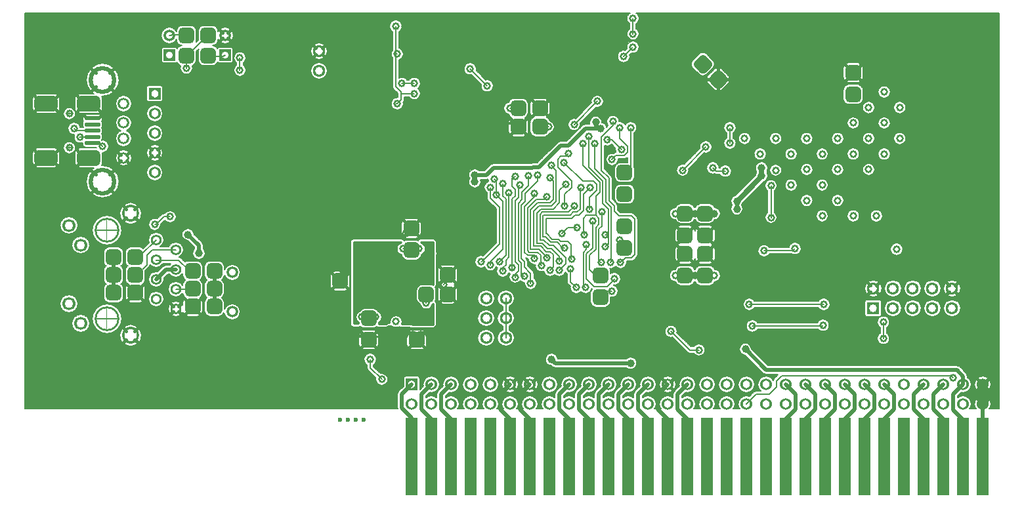
<source format=gbl>
G04*
G04  File:            ZXINET.GBL, Tue Jan 09 00:42:33 2018*
G04  Source:          P-CAD 2006 PCB, Version 19.02.958, (Z:\home\lvd\d\zxiznet\pcad\revC\zxinet.pcb)*
G04  Format:          Gerber Format (RS-274-D), ASCII*
G04*
G04  Format Options:  Absolute Positioning*
G04                   Leading-Zero Suppression*
G04                   Scale Factor 1:1*
G04                   NO Circular Interpolation*
G04                   Millimeter Units*
G04                   Numeric Format: 4.4 (XXXX.XXXX)*
G04                   G54 NOT Used for Aperture Change*
G04                   Apertures Embedded*
G04*
G04  File Options:    Offset = (0.000mm,0.000mm)*
G04                   Drill Symbol Size = 2.032mm*
G04                   Pad/Via Holes*
G04*
G04  File Contents:   Pads*
G04                   Vias*
G04                   No Designators*
G04                   No Types*
G04                   No Values*
G04                   No Drill Symbols*
G04                   Bottom*
G04*
%INZXINET.GBL*%
%ICAS*%
%MOMM*%
G04*
G04  Aperture MACROs for general use --- invoked via D-code assignment *
G04*
G04  General MACRO for flashed round with rotation and/or offset hole *
%AMROTOFFROUND*
1,1,$1,0.0000,0.0000*
1,0,$2,$3,$4*%
G04*
G04  General MACRO for flashed oval (obround) with rotation and/or offset hole *
%AMROTOFFOVAL*
21,1,$1,$2,0.0000,0.0000,$3*
1,1,$4,$5,$6*
1,1,$4,0-$5,0-$6*
1,0,$7,$8,$9*%
G04*
G04  General MACRO for flashed oval (obround) with rotation and no hole *
%AMROTOVALNOHOLE*
21,1,$1,$2,0.0000,0.0000,$3*
1,1,$4,$5,$6*
1,1,$4,0-$5,0-$6*%
G04*
G04  General MACRO for flashed rectangle with rotation and/or offset hole *
%AMROTOFFRECT*
21,1,$1,$2,0.0000,0.0000,$3*
1,0,$4,$5,$6*%
G04*
G04  General MACRO for flashed rectangle with rotation and no hole *
%AMROTRECTNOHOLE*
21,1,$1,$2,0.0000,0.0000,$3*%
G04*
G04  General MACRO for flashed rounded-rectangle *
%AMROUNDRECT*
21,1,$1,$2-$4,0.0000,0.0000,$3*
21,1,$1-$4,$2,0.0000,0.0000,$3*
1,1,$4,$5,$6*
1,1,$4,$7,$8*
1,1,$4,0-$5,0-$6*
1,1,$4,0-$7,0-$8*
1,0,$9,$10,$11*%
G04*
G04  General MACRO for flashed rounded-rectangle with rotation and no hole *
%AMROUNDRECTNOHOLE*
21,1,$1,$2-$4,0.0000,0.0000,$3*
21,1,$1-$4,$2,0.0000,0.0000,$3*
1,1,$4,$5,$6*
1,1,$4,$7,$8*
1,1,$4,0-$5,0-$6*
1,1,$4,0-$7,0-$8*%
G04*
G04  General MACRO for flashed regular polygon *
%AMREGPOLY*
5,1,$1,0.0000,0.0000,$2,$3+$4*
1,0,$5,$6,$7*%
G04*
G04  General MACRO for flashed regular polygon with no hole *
%AMREGPOLYNOHOLE*
5,1,$1,0.0000,0.0000,$2,$3+$4*%
G04*
G04  General MACRO for target *
%AMTARGET*
6,0,0,$1,$2,$3,4,$4,$5,$6*%
G04*
G04  General MACRO for mounting hole *
%AMMTHOLE*
1,1,$1,0,0*
1,0,$2,0,0*
$1=$1-$2*
$1=$1/2*
21,1,$2+$1,$3,0,0,$4*
21,1,$3,$2+$1,0,0,$4*%
G04*
G04*
G04  D10 : "Ellipse X0.254mm Y0.254mm H0.000mm 0.0deg (0.000mm,0.000mm) Draw"*
G04  Disc: OuterDia=0.2540*
%ADD10C, 0.2540*%
G04  D11 : "Ellipse X0.381mm Y0.381mm H0.000mm 0.0deg (0.000mm,0.000mm) Draw"*
G04  Disc: OuterDia=0.3810*
%ADD11C, 0.3810*%
G04  D12 : "Ellipse X0.500mm Y0.500mm H0.000mm 0.0deg (0.000mm,0.000mm) Draw"*
G04  Disc: OuterDia=0.5000*
%ADD12C, 0.5000*%
G04  D13 : "Ellipse X0.070mm Y0.070mm H0.000mm 0.0deg (0.000mm,0.000mm) Draw"*
G04  Disc: OuterDia=0.0700*
%ADD13C, 0.0700*%
G04  D14 : "Ellipse X0.600mm Y0.600mm H0.000mm 0.0deg (0.000mm,0.000mm) Draw"*
G04  Disc: OuterDia=0.6000*
%ADD14C, 0.6000*%
G04  D15 : "Ellipse X0.700mm Y0.700mm H0.000mm 0.0deg (0.000mm,0.000mm) Draw"*
G04  Disc: OuterDia=0.7000*
%ADD15C, 0.7000*%
G04  D16 : "Ellipse X0.100mm Y0.100mm H0.000mm 0.0deg (0.000mm,0.000mm) Draw"*
G04  Disc: OuterDia=0.1000*
%ADD16C, 0.1000*%
G04  D17 : "Ellipse X1.000mm Y1.000mm H0.000mm 0.0deg (0.000mm,0.000mm) Draw"*
G04  Disc: OuterDia=1.0000*
%ADD17C, 1.0000*%
G04  D18 : "Ellipse X0.127mm Y0.127mm H0.000mm 0.0deg (0.000mm,0.000mm) Draw"*
G04  Disc: OuterDia=0.1270*
%ADD18C, 0.1270*%
G04  D19 : "Ellipse X0.150mm Y0.150mm H0.000mm 0.0deg (0.000mm,0.000mm) Draw"*
G04  Disc: OuterDia=0.1500*
%ADD19C, 0.1500*%
G04  D20 : "Ellipse X0.200mm Y0.200mm H0.000mm 0.0deg (0.000mm,0.000mm) Draw"*
G04  Disc: OuterDia=0.2000*
%ADD20C, 0.2000*%
G04  D21 : "Ellipse X0.250mm Y0.250mm H0.000mm 0.0deg (0.000mm,0.000mm) Draw"*
G04  Disc: OuterDia=0.2500*
%ADD21C, 0.2500*%
G04  D22 : "Ellipse X0.250mm Y0.250mm H0.000mm 0.0deg (0.000mm,0.000mm) Draw"*
G04  Disc: OuterDia=0.2500*
%ADD22C, 0.2500*%
G04  D23 : "Ellipse X2.581mm Y2.581mm H1.600mm 0.0deg (0.000mm,0.000mm) Flash"*
G04  Donut: OuterDia=2.5810, HoleDia=1.6000*
%ADD23C, 2.5810 X1.6000*%
G04  D24 : "Ellipse X3.581mm Y3.581mm H3.200mm 0.0deg (0.000mm,0.000mm) Flash"*
G04  Donut: OuterDia=3.5810, HoleDia=3.2000*
%ADD24C, 3.5810 X3.2000*%
G04  D25 : "Ellipse X3.600mm Y3.600mm H2.500mm 0.0deg (0.000mm,0.000mm) Flash"*
G04  Donut: OuterDia=3.6000, HoleDia=2.5000*
%ADD25C, 3.6000 X2.5000*%
G04  D26 : "Ellipse X3.981mm Y3.981mm H2.500mm 0.0deg (0.000mm,0.000mm) Flash"*
G04  Donut: OuterDia=3.9810, HoleDia=2.5000*
%ADD26C, 3.9810 X2.5000*%
G04  D27 : "Ellipse X0.981mm Y0.981mm H0.600mm 0.0deg (0.000mm,0.000mm) Flash"*
G04  Donut: OuterDia=0.9810, HoleDia=0.6000*
%ADD27C, 0.9810 X0.6000*%
G04  D28 : "Ellipse X1.381mm Y1.381mm H1.000mm 0.0deg (0.000mm,0.000mm) Flash"*
G04  Donut: OuterDia=1.3810, HoleDia=1.0000*
%ADD28C, 1.3810 X1.0000*%
G04  D29 : "Ellipse X1.400mm Y1.400mm H0.900mm 0.0deg (0.000mm,0.000mm) Flash"*
G04  Donut: OuterDia=1.4000, HoleDia=0.9000*
%ADD29C, 1.4000 X0.9000*%
G04  D30 : "Ellipse X1.500mm Y1.500mm H0.900mm 0.0deg (0.000mm,0.000mm) Flash"*
G04  Donut: OuterDia=1.5000, HoleDia=0.9000*
%ADD30C, 1.5000 X0.9000*%
G04  D31 : "Ellipse X1.500mm Y1.500mm H1.000mm 0.0deg (0.000mm,0.000mm) Flash"*
G04  Donut: OuterDia=1.5000, HoleDia=1.0000*
%ADD31C, 1.5000 X1.0000*%
G04  D32 : "Ellipse X1.524mm Y1.524mm H0.965mm 0.0deg (0.000mm,0.000mm) Flash"*
G04  Donut: OuterDia=1.5240, HoleDia=0.9652*
%ADD32C, 1.5240 X0.9652*%
G04  D33 : "Ellipse X1.600mm Y1.600mm H1.000mm 0.0deg (0.000mm,0.000mm) Flash"*
G04  Donut: OuterDia=1.6000, HoleDia=1.0000*
%ADD33C, 1.6000 X1.0000*%
G04  D34 : "Ellipse X1.700mm Y1.700mm H1.100mm 0.0deg (0.000mm,0.000mm) Flash"*
G04  Donut: OuterDia=1.7000, HoleDia=1.1000*
%ADD34C, 1.7000 X1.1000*%
G04  D35 : "Ellipse X1.781mm Y1.781mm H0.900mm 0.0deg (0.000mm,0.000mm) Flash"*
G04  Donut: OuterDia=1.7810, HoleDia=0.9000*
%ADD35C, 1.7810 X0.9000*%
G04  D36 : "Ellipse X1.881mm Y1.881mm H0.900mm 0.0deg (0.000mm,0.000mm) Flash"*
G04  Donut: OuterDia=1.8810, HoleDia=0.9000*
%ADD36C, 1.8810 X0.9000*%
G04  D37 : "Ellipse X1.881mm Y1.881mm H1.000mm 0.0deg (0.000mm,0.000mm) Flash"*
G04  Donut: OuterDia=1.8810, HoleDia=1.0000*
%ADD37C, 1.8810 X1.0000*%
G04  D38 : "Ellipse X1.905mm Y1.905mm H0.965mm 0.0deg (0.000mm,0.000mm) Flash"*
G04  Donut: OuterDia=1.9050, HoleDia=0.9652*
%ADD38C, 1.9050 X0.9652*%
G04  D39 : "Ellipse X1.981mm Y1.981mm H1.000mm 0.0deg (0.000mm,0.000mm) Flash"*
G04  Donut: OuterDia=1.9810, HoleDia=1.0000*
%ADD39C, 1.9810 X1.0000*%
G04  D40 : "Ellipse X2.081mm Y2.081mm H1.100mm 0.0deg (0.000mm,0.000mm) Flash"*
G04  Donut: OuterDia=2.0810, HoleDia=1.1000*
%ADD40C, 2.0810 X1.1000*%
G04  D41 : "Ellipse X2.200mm Y2.200mm H1.600mm 0.0deg (0.000mm,0.000mm) Flash"*
G04  Donut: OuterDia=2.2000, HoleDia=1.6000*
%ADD41C, 2.2000 X1.6000*%
G04  D42 : "Mounting Hole X3.200mm Y3.200mm H3.200mm 0.0deg (0.000mm,0.000mm) Flash"*
G04  Mounting Hole: Diameter=3.2000, Rotation=0.0, LineWidth=0.1270 *
%ADD42MTHOLE, 3.2000 X2.6920 X0.1270 X0.0*%
G04  D43 : "Mounting Hole X0.600mm Y0.600mm H0.600mm 0.0deg (0.000mm,0.000mm) Flash"*
G04  Mounting Hole: Diameter=0.6000, Rotation=0.0, LineWidth=0.1270 *
%ADD43MTHOLE, 0.6000 X0.0920 X0.1270 X0.0*%
G04  D44 : "Mounting Hole X1.000mm Y1.000mm H1.000mm 0.0deg (0.000mm,0.000mm) Flash"*
G04  Mounting Hole: Diameter=1.0000, Rotation=0.0, LineWidth=0.1270 *
%ADD44MTHOLE, 1.0000 X0.4920 X0.1270 X0.0*%
G04  D45 : "Rounded Rectangle X2.581mm Y2.381mm H0.000mm 0.0deg (0.000mm,0.000mm) Flash"*
G04  RoundRct: DimX=2.5810, DimY=2.3810, CornerRad=0.5953, Rotation=0.0, OffsetX=0.0000, OffsetY=0.0000, HoleDia=0.0000 *
%ADD45ROUNDRECTNOHOLE, 2.5810 X2.3810 X0.0 X1.1905 X-0.6953 X-0.5953 X-0.6953 X0.5953*%
G04  D46 : "Rounded Rectangle X2.881mm Y2.881mm H0.000mm 0.0deg (0.000mm,0.000mm) Flash"*
G04  RoundRct: DimX=2.8810, DimY=2.8810, CornerRad=0.7203, Rotation=0.0, OffsetX=0.0000, OffsetY=0.0000, HoleDia=0.0000 *
%ADD46ROUNDRECTNOHOLE, 2.8810 X2.8810 X0.0 X1.4405 X-0.7203 X-0.7203 X-0.7203 X0.7203*%
G04  D47 : "Rounded Rectangle X3.000mm Y1.600mm H0.000mm 0.0deg (0.000mm,0.000mm) Flash"*
G04  RoundRct: DimX=3.0000, DimY=1.6000, CornerRad=0.4000, Rotation=0.0, OffsetX=0.0000, OffsetY=0.0000, HoleDia=0.0000 *
%ADD47ROUNDRECTNOHOLE, 3.0000 X1.6000 X0.0 X0.8000 X-1.1000 X-0.4000 X-1.1000 X0.4000*%
G04  D48 : "Rounded Rectangle X2.000mm Y3.000mm H0.000mm 0.0deg (0.000mm,0.000mm) Flash"*
G04  RoundRct: DimX=2.0000, DimY=3.0000, CornerRad=0.5000, Rotation=0.0, OffsetX=0.0000, OffsetY=0.0000, HoleDia=0.0000 *
%ADD48ROUNDRECTNOHOLE, 2.0000 X3.0000 X0.0 X1.0000 X-0.5000 X-1.0000 X-0.5000 X1.0000*%
G04  D49 : "Rounded Rectangle X3.381mm Y1.981mm H0.000mm 0.0deg (0.000mm,0.000mm) Flash"*
G04  RoundRct: DimX=3.3810, DimY=1.9810, CornerRad=0.4953, Rotation=0.0, OffsetX=0.0000, OffsetY=0.0000, HoleDia=0.0000 *
%ADD49ROUNDRECTNOHOLE, 3.3810 X1.9810 X0.0 X0.9905 X-1.1953 X-0.4953 X-1.1953 X0.4953*%
G04  D50 : "Rounded Rectangle X2.381mm Y3.381mm H0.000mm 0.0deg (0.000mm,0.000mm) Flash"*
G04  RoundRct: DimX=2.3810, DimY=3.3810, CornerRad=0.5953, Rotation=0.0, OffsetX=0.0000, OffsetY=0.0000, HoleDia=0.0000 *
%ADD50ROUNDRECTNOHOLE, 2.3810 X3.3810 X0.0 X1.1905 X-0.5953 X-1.0953 X-0.5953 X1.0953*%
G04  D51 : "Rounded Rectangle X2.000mm Y0.500mm H0.000mm 0.0deg (0.000mm,0.000mm) Flash"*
G04  RoundRct: DimX=2.0000, DimY=0.5000, CornerRad=0.1250, Rotation=0.0, OffsetX=0.0000, OffsetY=0.0000, HoleDia=0.0000 *
%ADD51ROUNDRECTNOHOLE, 2.0000 X0.5000 X0.0 X0.2500 X-0.8750 X-0.1250 X-0.8750 X0.1250*%
G04  D52 : "Rounded Rectangle X6.200mm Y5.800mm H0.000mm 0.0deg (0.000mm,0.000mm) Flash"*
G04  RoundRct: DimX=6.2000, DimY=5.8000, CornerRad=1.4500, Rotation=0.0, OffsetX=0.0000, OffsetY=0.0000, HoleDia=0.0000 *
%ADD52ROUNDRECTNOHOLE, 6.2000 X5.8000 X0.0 X2.9000 X-1.6500 X-1.4500 X-1.6500 X1.4500*%
G04  D53 : "Rounded Rectangle X6.581mm Y6.181mm H0.000mm 0.0deg (0.000mm,0.000mm) Flash"*
G04  RoundRct: DimX=6.5810, DimY=6.1810, CornerRad=1.5453, Rotation=0.0, OffsetX=0.0000, OffsetY=0.0000, HoleDia=0.0000 *
%ADD53ROUNDRECTNOHOLE, 6.5810 X6.1810 X0.0 X3.0905 X-1.7453 X-1.5453 X-1.7453 X1.5453*%
G04  D54 : "Rounded Rectangle X1.300mm Y0.700mm H0.000mm 0.0deg (0.000mm,0.000mm) Flash"*
G04  RoundRct: DimX=1.3000, DimY=0.7000, CornerRad=0.1750, Rotation=0.0, OffsetX=0.0000, OffsetY=0.0000, HoleDia=0.0000 *
%ADD54ROUNDRECTNOHOLE, 1.3000 X0.7000 X0.0 X0.3500 X-0.4750 X-0.1750 X-0.4750 X0.1750*%
G04  D55 : "Rounded Rectangle X2.381mm Y0.881mm H0.000mm 0.0deg (0.000mm,0.000mm) Flash"*
G04  RoundRct: DimX=2.3810, DimY=0.8810, CornerRad=0.2203, Rotation=0.0, OffsetX=0.0000, OffsetY=0.0000, HoleDia=0.0000 *
%ADD55ROUNDRECTNOHOLE, 2.3810 X0.8810 X0.0 X0.4405 X-0.9703 X-0.2203 X-0.9703 X0.2203*%
G04  D56 : "Rounded Rectangle X1.681mm Y1.081mm H0.000mm 0.0deg (0.000mm,0.000mm) Flash"*
G04  RoundRct: DimX=1.6810, DimY=1.0810, CornerRad=0.2703, Rotation=0.0, OffsetX=0.0000, OffsetY=0.0000, HoleDia=0.0000 *
%ADD56ROUNDRECTNOHOLE, 1.6810 X1.0810 X0.0 X0.5405 X-0.5702 X-0.2703 X-0.5702 X0.2703*%
G04  D57 : "Rounded Rectangle X1.500mm Y2.000mm H0.000mm 0.0deg (0.000mm,0.000mm) Flash"*
G04  RoundRct: DimX=1.5000, DimY=2.0000, CornerRad=0.3750, Rotation=0.0, OffsetX=0.0000, OffsetY=0.0000, HoleDia=0.0000 *
%ADD57ROUNDRECTNOHOLE, 1.5000 X2.0000 X0.0 X0.7500 X-0.3750 X-0.6250 X-0.3750 X0.6250*%
G04  D58 : "Rounded Rectangle X2.000mm Y1.500mm H0.000mm 0.0deg (0.000mm,0.000mm) Flash"*
G04  RoundRct: DimX=2.0000, DimY=1.5000, CornerRad=0.3750, Rotation=0.0, OffsetX=0.0000, OffsetY=0.0000, HoleDia=0.0000 *
%ADD58ROUNDRECTNOHOLE, 2.0000 X1.5000 X0.0 X0.7500 X-0.6250 X-0.3750 X-0.6250 X0.3750*%
G04  D59 : "Rounded Rectangle X1.600mm Y0.300mm H0.000mm 0.0deg (0.000mm,0.000mm) Flash"*
G04  RoundRct: DimX=1.6000, DimY=0.3000, CornerRad=0.0750, Rotation=0.0, OffsetX=0.0000, OffsetY=0.0000, HoleDia=0.0000 *
%ADD59ROUNDRECTNOHOLE, 1.6000 X0.3000 X0.0 X0.1500 X-0.7250 X-0.0750 X-0.7250 X0.0750*%
G04  D60 : "Rounded Rectangle X0.300mm Y1.600mm H0.000mm 0.0deg (0.000mm,0.000mm) Flash"*
G04  RoundRct: DimX=0.3000, DimY=1.6000, CornerRad=0.0750, Rotation=0.0, OffsetX=0.0000, OffsetY=0.0000, HoleDia=0.0000 *
%ADD60ROUNDRECTNOHOLE, 0.3000 X1.6000 X0.0 X0.1500 X-0.0750 X-0.7250 X-0.0750 X0.7250*%
G04  D61 : "Rounded Rectangle X3.000mm Y1.700mm H0.000mm 0.0deg (0.000mm,0.000mm) Flash"*
G04  RoundRct: DimX=3.0000, DimY=1.7000, CornerRad=0.4250, Rotation=0.0, OffsetX=0.0000, OffsetY=0.0000, HoleDia=0.0000 *
%ADD61ROUNDRECTNOHOLE, 3.0000 X1.7000 X0.0 X0.8500 X-1.0750 X-0.4250 X-1.0750 X0.4250*%
G04  D62 : "Rounded Rectangle X1.881mm Y2.381mm H0.000mm 0.0deg (0.000mm,0.000mm) Flash"*
G04  RoundRct: DimX=1.8810, DimY=2.3810, CornerRad=0.4703, Rotation=0.0, OffsetX=0.0000, OffsetY=0.0000, HoleDia=0.0000 *
%ADD62ROUNDRECTNOHOLE, 1.8810 X2.3810 X0.0 X0.9405 X-0.4703 X-0.7203 X-0.4703 X0.7203*%
G04  D63 : "Rounded Rectangle X2.381mm Y1.881mm H0.000mm 0.0deg (0.000mm,0.000mm) Flash"*
G04  RoundRct: DimX=2.3810, DimY=1.8810, CornerRad=0.4703, Rotation=0.0, OffsetX=0.0000, OffsetY=0.0000, HoleDia=0.0000 *
%ADD63ROUNDRECTNOHOLE, 2.3810 X1.8810 X0.0 X0.9405 X-0.7203 X-0.4703 X-0.7203 X0.4703*%
G04  D64 : "Rounded Rectangle X1.981mm Y0.681mm H0.000mm 0.0deg (0.000mm,0.000mm) Flash"*
G04  RoundRct: DimX=1.9810, DimY=0.6810, CornerRad=0.1703, Rotation=0.0, OffsetX=0.0000, OffsetY=0.0000, HoleDia=0.0000 *
%ADD64ROUNDRECTNOHOLE, 1.9810 X0.6810 X0.0 X0.3405 X-0.8203 X-0.1703 X-0.8203 X0.1703*%
G04  D65 : "Rounded Rectangle X0.681mm Y1.981mm H0.000mm 0.0deg (0.000mm,0.000mm) Flash"*
G04  RoundRct: DimX=0.6810, DimY=1.9810, CornerRad=0.1703, Rotation=0.0, OffsetX=0.0000, OffsetY=0.0000, HoleDia=0.0000 *
%ADD65ROUNDRECTNOHOLE, 0.6810 X1.9810 X0.0 X0.3405 X-0.1703 X-0.8203 X-0.1703 X0.8203*%
G04  D66 : "Rounded Rectangle X3.000mm Y2.000mm H0.000mm 0.0deg (0.000mm,0.000mm) Flash"*
G04  RoundRct: DimX=3.0000, DimY=2.0000, CornerRad=0.5000, Rotation=0.0, OffsetX=0.0000, OffsetY=0.0000, HoleDia=0.0000 *
%ADD66ROUNDRECTNOHOLE, 3.0000 X2.0000 X0.0 X1.0000 X-1.0000 X-0.5000 X-1.0000 X0.5000*%
G04  D67 : "Rounded Rectangle X2.000mm Y0.650mm H0.000mm 0.0deg (0.000mm,0.000mm) Flash"*
G04  RoundRct: DimX=2.0000, DimY=0.6500, CornerRad=0.1625, Rotation=0.0, OffsetX=0.0000, OffsetY=0.0000, HoleDia=0.0000 *
%ADD67ROUNDRECTNOHOLE, 2.0000 X0.6500 X0.0 X0.3250 X-0.8375 X-0.1625 X-0.8375 X0.1625*%
G04  D68 : "Rounded Rectangle X2.000mm Y2.000mm H0.000mm 0.0deg (0.000mm,0.000mm) Flash"*
G04  RoundRct: DimX=2.0000, DimY=2.0000, CornerRad=0.5000, Rotation=0.0, OffsetX=0.0000, OffsetY=0.0000, HoleDia=0.0000 *
%ADD68ROUNDRECTNOHOLE, 2.0000 X2.0000 X0.0 X1.0000 X-0.5000 X-0.5000 X-0.5000 X0.5000*%
G04  D69 : "Rounded Rectangle X3.381mm Y2.081mm H0.000mm 0.0deg (0.000mm,0.000mm) Flash"*
G04  RoundRct: DimX=3.3810, DimY=2.0810, CornerRad=0.5202, Rotation=0.0, OffsetX=0.0000, OffsetY=0.0000, HoleDia=0.0000 *
%ADD69ROUNDRECTNOHOLE, 3.3810 X2.0810 X0.0 X1.0405 X-1.1703 X-0.5202 X-1.1703 X0.5202*%
G04  D70 : "Rounded Rectangle X2.200mm Y2.000mm H0.000mm 0.0deg (0.000mm,0.000mm) Flash"*
G04  RoundRct: DimX=2.2000, DimY=2.0000, CornerRad=0.5000, Rotation=0.0, OffsetX=0.0000, OffsetY=0.0000, HoleDia=0.0000 *
%ADD70ROUNDRECTNOHOLE, 2.2000 X2.0000 X0.0 X1.0000 X-0.6000 X-0.5000 X-0.6000 X0.5000*%
G04  D71 : "Rounded Rectangle X3.381mm Y2.381mm H0.000mm 0.0deg (0.000mm,0.000mm) Flash"*
G04  RoundRct: DimX=3.3810, DimY=2.3810, CornerRad=0.5953, Rotation=0.0, OffsetX=0.0000, OffsetY=0.0000, HoleDia=0.0000 *
%ADD71ROUNDRECTNOHOLE, 3.3810 X2.3810 X0.0 X1.1905 X-1.0953 X-0.5953 X-1.0953 X0.5953*%
G04  D72 : "Rounded Rectangle X2.381mm Y1.031mm H0.000mm 0.0deg (0.000mm,0.000mm) Flash"*
G04  RoundRct: DimX=2.3810, DimY=1.0310, CornerRad=0.2578, Rotation=0.0, OffsetX=0.0000, OffsetY=0.0000, HoleDia=0.0000 *
%ADD72ROUNDRECTNOHOLE, 2.3810 X1.0310 X0.0 X0.5155 X-0.9328 X-0.2578 X-0.9328 X0.2578*%
G04  D73 : "Rounded Rectangle X2.381mm Y2.381mm H0.000mm 0.0deg (0.000mm,0.000mm) Flash"*
G04  RoundRct: DimX=2.3810, DimY=2.3810, CornerRad=0.5953, Rotation=0.0, OffsetX=0.0000, OffsetY=0.0000, HoleDia=0.0000 *
%ADD73ROUNDRECTNOHOLE, 2.3810 X2.3810 X0.0 X1.1905 X-0.5953 X-0.5953 X-0.5953 X0.5953*%
G04  D74 : "Rounded Rectangle X2.500mm Y2.500mm H0.000mm 0.0deg (0.000mm,0.000mm) Flash"*
G04  RoundRct: DimX=2.5000, DimY=2.5000, CornerRad=0.6250, Rotation=0.0, OffsetX=0.0000, OffsetY=0.0000, HoleDia=0.0000 *
%ADD74ROUNDRECTNOHOLE, 2.5000 X2.5000 X0.0 X1.2500 X-0.6250 X-0.6250 X-0.6250 X0.6250*%
G04  D75 : "Rectangle X1.500mm Y10.000mm H0.000mm 0.0deg (0.000mm,0.000mm) Flash"*
G04  Rectangular: DimX=1.5000, DimY=10.0000, Rotation=0.0, OffsetX=0.0000, OffsetY=0.0000, HoleDia=0.0000 *
%ADD75R, 1.5000 X10.0000*%
G04  D76 : "Rectangle X1.500mm Y1.500mm H0.900mm 0.0deg (0.000mm,0.000mm) Flash"*
G04  Square: Side=1.5000, Rotation=0.0, OffsetX=0.0000, OffsetY=0.0000, HoleDia=0.9000*
%ADD76R, 1.5000 X1.5000 X0.9000*%
G04  D77 : "Rectangle X1.524mm Y1.524mm H0.965mm 0.0deg (0.000mm,0.000mm) Flash"*
G04  Square: Side=1.5240, Rotation=0.0, OffsetX=0.0000, OffsetY=0.0000, HoleDia=0.9652*
%ADD77R, 1.5240 X1.5240 X0.9652*%
G04  D78 : "Rectangle X1.600mm Y0.300mm H0.000mm 0.0deg (0.000mm,0.000mm) Flash"*
G04  Rectangular: DimX=1.6000, DimY=0.3000, Rotation=0.0, OffsetX=0.0000, OffsetY=0.0000, HoleDia=0.0000 *
%ADD78R, 1.6000 X0.3000*%
G04  D79 : "Rectangle X0.300mm Y1.600mm H0.000mm 0.0deg (0.000mm,0.000mm) Flash"*
G04  Rectangular: DimX=0.3000, DimY=1.6000, Rotation=0.0, OffsetX=0.0000, OffsetY=0.0000, HoleDia=0.0000 *
%ADD79R, 0.3000 X1.6000*%
G04  D80 : "Rectangle X1.600mm Y1.600mm H1.000mm 0.0deg (0.000mm,0.000mm) Flash"*
G04  Square: Side=1.6000, Rotation=0.0, OffsetX=0.0000, OffsetY=0.0000, HoleDia=1.0000*
%ADD80R, 1.6000 X1.6000 X1.0000*%
G04  D81 : "Rectangle X1.881mm Y10.381mm H0.000mm 0.0deg (0.000mm,0.000mm) Flash"*
G04  Rectangular: DimX=1.8810, DimY=10.3810, Rotation=0.0, OffsetX=0.0000, OffsetY=0.0000, HoleDia=0.0000 *
%ADD81R, 1.8810 X10.3810*%
G04  D82 : "Rectangle X1.881mm Y1.881mm H0.900mm 0.0deg (0.000mm,0.000mm) Flash"*
G04  Square: Side=1.8810, Rotation=0.0, OffsetX=0.0000, OffsetY=0.0000, HoleDia=0.9000*
%ADD82R, 1.8810 X1.8810 X0.9000*%
G04  D83 : "Rectangle X1.905mm Y1.905mm H0.965mm 0.0deg (0.000mm,0.000mm) Flash"*
G04  Square: Side=1.9050, Rotation=0.0, OffsetX=0.0000, OffsetY=0.0000, HoleDia=0.9652*
%ADD83R, 1.9050 X1.9050 X0.9652*%
G04  D84 : "Rectangle X1.981mm Y0.681mm H0.000mm 0.0deg (0.000mm,0.000mm) Flash"*
G04  Rectangular: DimX=1.9810, DimY=0.6810, Rotation=0.0, OffsetX=0.0000, OffsetY=0.0000, HoleDia=0.0000 *
%ADD84R, 1.9810 X0.6810*%
G04  D85 : "Rectangle X0.681mm Y1.981mm H0.000mm 0.0deg (0.000mm,0.000mm) Flash"*
G04  Rectangular: DimX=0.6810, DimY=1.9810, Rotation=0.0, OffsetX=0.0000, OffsetY=0.0000, HoleDia=0.0000 *
%ADD85R, 0.6810 X1.9810*%
G04  D86 : "Rectangle X1.981mm Y1.981mm H1.000mm 0.0deg (0.000mm,0.000mm) Flash"*
G04  Square: Side=1.9810, Rotation=0.0, OffsetX=0.0000, OffsetY=0.0000, HoleDia=1.0000*
%ADD86R, 1.9810 X1.9810 X1.0000*%
G04  D87 : "Ellipse X5.500mm Y5.500mm H3.500mm 0.0deg (0.000mm,0.000mm) Flash"*
G04  Donut: OuterDia=5.5000, HoleDia=3.5000*
%ADD87C, 5.5000 X3.5000*%
G04  D88 : "Ellipse X5.881mm Y5.881mm H3.500mm 0.0deg (0.000mm,0.000mm) Flash"*
G04  Donut: OuterDia=5.8810, HoleDia=3.5000*
%ADD88C, 5.8810 X3.5000*%
G04  D89 : "Ellipse X1.000mm Y1.000mm H0.500mm 0.0deg (0.000mm,0.000mm) Flash"*
G04  Donut: OuterDia=1.0000, HoleDia=0.5000*
%ADD89C, 1.0000 X0.5000*%
G04  D90 : "Ellipse X1.381mm Y1.381mm H0.500mm 0.0deg (0.000mm,0.000mm) Flash"*
G04  Donut: OuterDia=1.3810, HoleDia=0.5000*
%ADD90C, 1.3810 X0.5000*%
G04*
%FSLAX44Y44*%
%SFA1B1*%
%OFA0.000B0.000*%
G04*
G71*
G90*
G01*
D2*
%LNBottom*%
D20*
X223000Y4407000*
X226000Y4404000D1*
D2*
D12*
X274000Y4195000*
Y4218000D1*
Y4241000*
D2*
D20*
X301940*
X302000Y4242000D1*
X230000Y4396000D2*
X243000D1*
X247000*
X231000D2*
X230000D1*
X244000Y4404000D2*
X247000D1*
Y4388000D2*
X256000D1*
X260000Y4384000*
X324000Y4250000D2*
X352000D1*
X317000Y4243000D2*
X324000Y4250000D1*
X376060Y4223000D2*
X376000Y4224000D1*
X354400Y4199500D2*
X376000Y4199000D1*
X376060Y4200000D2*
X376000Y4199000D1*
X376060Y4223000D2*
X371000Y4224000D1*
X358000Y4237000D2*
X371000Y4224000D1*
X354400Y4250300D2*
X352000Y4250000D1*
X309000Y4243000D2*
X329000Y4263000D1*
D2*
D12*
X353000Y4225000*
X353100Y4224900D1*
X354400*
X342000Y4225000D2*
X353000D1*
X329000Y4212200D2*
X342000Y4225000D1*
D2*
D20*
X317000Y4231000*
Y4243000D1*
X329000Y4237000D2*
Y4237600D1*
X358000Y4237000D2*
X329000D1*
Y4283000D2*
X327000D1*
X339000Y4293000D2*
X329000Y4283000D1*
X339000Y4293000D2*
X347000D1*
D2*
D12*
X358000Y4430000*
X357000D1*
D2*
D20*
X346000Y4527000*
X352000Y4528000D1*
X365000*
X366000Y4527000*
X368060*
X375000Y4507000D2*
X374000D1*
X368000Y4501000*
Y4502000D2*
Y4501000D1*
D2*
D12*
X404000Y4176000*
Y4177000D1*
Y4199000D2*
Y4200000D1*
Y4223000*
X384000Y4256000D2*
Y4246000D1*
D2*
D20*
X418000Y4501600*
X415000Y4500000D1*
X396000*
X395940Y4500060*
Y4501000*
X396000Y4527000D2*
X389000Y4521000D1*
X605000Y4098000D2*
Y4109000D1*
X603000Y4162000D2*
X594000Y4164000D1*
X603000Y4134060D2*
X590000Y4141000D1*
X574000Y4181000D2*
X572000D1*
D2*
D12*
X566060Y4210000*
X570000Y4222000D1*
X658530Y3983860D2*
Y4033390D1*
X671230Y4044820D2*
Y4063870D1*
X645830Y4046090D2*
Y4063870D1*
X658530Y4076570D2*
X645830Y4063870D1*
D2*
D20*
X665000Y4162000*
X651000Y4158000D1*
X679000*
X658000Y4250000D2*
X647000Y4252000D1*
X638000Y4439000D2*
X640000D1*
X646000Y4465000D2*
X662000D1*
X636000Y4451000D2*
X637000Y4452000D1*
X645000Y4444000D2*
X640000Y4439000D1*
X645000Y4454000D2*
X638000Y4461000D1*
X645000Y4452000D2*
X662000D1*
X645000D2*
Y4454000D1*
Y4444000D2*
Y4452000D1*
X638000Y4503000D2*
X640000D1*
X638000D2*
Y4539000D1*
D2*
D12*
X709330Y3983860*
Y4032120D1*
X696630Y4044820D2*
Y4063870D1*
X709330Y4076570D2*
X696630Y4063870D1*
D2*
D20*
X760000Y4235000*
Y4231000D1*
X750000Y4236000D2*
X748000Y4235000D1*
X704940Y4218000D2*
X700000Y4205000D1*
X740766Y4337556D2*
X740000Y4338000D1*
X760000Y4317000D2*
Y4331000D1*
D2*
D12*
X755000Y4347000*
X740000D1*
D2*
D20*
X756000Y4462000*
X734000Y4484000D1*
D2*
D12*
X785530Y3983860*
Y4032120D1*
X810930Y3983860D2*
Y4032120D1*
X772830Y4044820D2*
Y4063870D1*
X798230Y4044820D2*
Y4063870D1*
X772830D2*
X785530Y4076570D1*
X798230Y4063870D2*
X810930Y4076570D1*
D2*
D20*
X780100Y4136610*
X780000Y4162000D1*
X780100Y4162010D2*
X780000Y4162000D1*
X780100Y4187410D2*
X780000Y4188000D1*
X780100Y4162010D2*
X780000Y4188000D1*
X773000Y4236000D2*
X772000Y4235000D1*
X771000Y4234000D2*
X772000Y4235000D1*
X780000Y4243000D2*
X773000Y4236000D1*
X776000Y4227000D2*
Y4223000D1*
X780000Y4231000D2*
X776000Y4227000D1*
X780000Y4237000D2*
X784000Y4241000D1*
X780000Y4237000D2*
Y4231000D1*
X804000Y4247000D2*
X808000Y4243000D1*
Y4249000D2*
X810000Y4247000D1*
X788000Y4227000D2*
Y4224000D1*
X792000Y4235000D2*
X796000Y4231000D1*
Y4223000*
X792000Y4219000*
Y4215000*
X796000Y4237000D2*
X800000Y4233000D1*
Y4216000D2*
X804000D1*
X800000Y4233000D2*
Y4216000D1*
X812000Y4207000D2*
Y4220000D1*
X804000Y4228000*
X817000Y4243000D2*
Y4239000D1*
X808000Y4243000D2*
X817000D1*
X810000Y4247000D2*
X821000D1*
X825000Y4243000*
Y4231000D2*
X826000Y4230000D1*
X825000Y4243000D2*
Y4231000D1*
X812000Y4251000D2*
X823000D1*
X834000Y4240000D2*
X833000D1*
X834000D2*
X823000Y4251000D1*
X816000Y4255000D2*
X825000D1*
X832000Y4248000*
X837000*
X820000Y4259000D2*
X827000D1*
X834000Y4252000*
X824000Y4263000D2*
X829000D1*
X836000Y4256000*
X804000Y4228000D2*
Y4235000D1*
X800000Y4239000*
X821000Y4339000D2*
X805000Y4323000D1*
Y4313000*
X801000Y4315000D2*
X796000Y4310000D1*
X805000Y4313000D2*
X800000Y4308000D1*
X833000Y4319000D2*
X829000Y4315000D1*
X825000Y4303000D2*
X820000Y4298000D1*
X816000Y4300000D2*
X823000Y4307000D1*
X837000Y4311000D2*
X821000D1*
X812000Y4302000D2*
X821000Y4311000D1*
X829000Y4315000D2*
X819000D1*
X808000Y4304000D2*
X819000Y4315000D1*
X804000Y4306000D2*
X817000Y4319000D1*
X827000Y4299000D2*
X824000Y4296000D1*
X828000Y4294000D2*
X829000Y4295000D1*
X832000Y4271000D2*
Y4291000D1*
X776000Y4313000D2*
X768000Y4321000D1*
Y4339000D2*
Y4321000D1*
X765000Y4342000D2*
X768000Y4339000D1*
X780000Y4316000D2*
X776000Y4320000D1*
Y4336000*
X784000Y4322000D2*
Y4324000D1*
X792000Y4320000D2*
X788000Y4316000D1*
X792000Y4320000D2*
Y4328000D1*
X788000Y4332000*
X792000Y4314000D2*
X796000Y4318000D1*
Y4332000*
X798000Y4334000*
X801000Y4325000D2*
Y4315000D1*
Y4325000D2*
X809000Y4333000D1*
X817000Y4319000D2*
Y4323000D1*
X833000Y4271000D2*
X832000D1*
D2*
D12*
X814000Y4356000*
X815000Y4357000D1*
D2*
D20*
X835000Y4409000*
X824000D1*
X824130Y4409170D2*
X824000Y4409000D1*
D2*
D12*
X815000Y4357000*
X823000D1*
D2*
D20*
X785000Y4433000*
X796000D1*
Y4433040*
X796130Y4433170*
D2*
D12*
X861730Y3983860*
Y4032120D1*
X887130Y3983860D2*
Y4032120D1*
X849030Y4044820D2*
Y4063870D1*
X874430Y4044820D2*
Y4063870D1*
X899830Y4044820D2*
Y4063870D1*
X861730Y4076570D2*
X849030Y4063870D1*
X887130Y4076570D2*
X874430Y4063870D1*
D2*
D20*
X894000Y4216000*
X894940Y4216940D1*
X902000*
Y4197000D2*
X913000D1*
X894000Y4216000D2*
Y4219000D1*
X888000Y4225000*
X846000Y4260000D2*
X853000Y4253000D1*
X851000Y4261000D2*
X848000Y4264000D1*
X841000Y4244000D2*
Y4228000D1*
X849000Y4236000D2*
Y4242000D1*
X857000Y4232000D2*
X850000Y4225000D1*
X857000Y4240000D2*
Y4232000D1*
X850000Y4225000D2*
X849000Y4224000D1*
X848000Y4264000D2*
X840000D1*
X841000Y4256000D2*
X857000Y4240000D1*
X863000Y4209000D2*
Y4226000D1*
X853000Y4253000D2*
X856000D1*
X860000Y4261000D2*
X851000D1*
X864000Y4257000D2*
X860000Y4261000D1*
X864000Y4238000D2*
X865000D1*
X864000Y4257000D2*
Y4238000D1*
X894000Y4203000D2*
X911000D1*
X884000Y4213000D2*
X894000Y4203000D1*
X880000D2*
X883000Y4202000D1*
X863000Y4209000D2*
X871000Y4202000D1*
X888000Y4225000D2*
Y4243000D1*
X884000Y4213000D2*
Y4245000D1*
X880000Y4203000D2*
Y4247000D1*
X884000Y4251000D2*
X880000Y4247000D1*
X884000Y4257000D2*
Y4251000D1*
Y4245000D2*
X892000Y4253000D1*
X888000Y4243000D2*
X896000Y4251000D1*
X900000Y4235000D2*
X903000Y4234000D1*
X912000Y4258000D2*
X908000Y4254000D1*
X841000Y4315000D2*
Y4339000D1*
X849000Y4327000D2*
X857000Y4335000D1*
X865000Y4339000D2*
Y4331000D1*
X849000Y4327000D2*
Y4311000D1*
X897000Y4335000D2*
X893000Y4339000D1*
X879000*
X868000Y4306000D2*
Y4307000D1*
X876000Y4328000D2*
X877000Y4331000D1*
X876000Y4303000D2*
Y4328000D1*
X880000Y4322000D2*
Y4301000D1*
Y4322000D2*
X889000Y4331000D1*
X897000Y4327000D2*
Y4335000D1*
X888000Y4303000D2*
Y4318000D1*
X897000Y4327000*
X901000Y4337000D2*
Y4325000D1*
X896000Y4320000*
X865000Y4331000D2*
X856000Y4322000D1*
Y4307000D2*
Y4322000D1*
X876000Y4303000D2*
X872000Y4299000D1*
X867000*
X880000Y4301000D2*
X874000Y4295000D1*
X869000*
X841000Y4303000D2*
X849000Y4311000D1*
X868000Y4306000D2*
X861000Y4299000D1*
X867000D2*
X863000Y4295000D1*
X869000D2*
X865000Y4291000D1*
X853000Y4273000D2*
X852000Y4271000D1*
X860000Y4279000*
X872000*
X881000Y4270000D2*
X880000Y4275000D1*
Y4291000*
X884000Y4295000D2*
X880000Y4291000D1*
X896000Y4279000D2*
X900000Y4283000D1*
X904000Y4281000D2*
X900000Y4277000D1*
X908000Y4270000D2*
X912000D1*
X896000Y4295000D2*
Y4320000D1*
X900000Y4283000D2*
Y4291000D1*
X896000Y4295000D2*
X900000Y4291000D1*
X884000Y4295000D2*
X896000D1*
X904000Y4281000D2*
Y4299000D1*
X912000Y4270000D2*
Y4303000D1*
X905000Y4310000D2*
Y4339000D1*
X912000Y4303000D2*
X905000Y4310000D1*
X909000Y4312000D2*
Y4341000D1*
X847000Y4367000D2*
Y4357000D1*
X857000Y4371000D2*
X861000Y4375000D1*
X847000Y4367000D2*
X851000Y4371000D1*
X857000*
X879000Y4387000D2*
Y4359000D1*
X895000Y4355000D2*
Y4387000D1*
X887000Y4357000D2*
Y4397000D1*
D2*
D12*
X861000Y4385000*
X851000D1*
D2*
D20*
X903000Y4353000*
Y4396000D1*
D2*
D12*
X883000Y4407000*
X861000Y4385000D1*
X896000Y4407000D2*
X902000D1*
X896000D2*
Y4415000D1*
Y4407000D2*
X883000D1*
X937930Y3983860D2*
Y4032120D1*
X963330Y3983860D2*
Y4032120D1*
X925230Y4044820D2*
Y4063870D1*
X950630Y4044820D2*
Y4063870D1*
X976030Y4044820D2*
Y4063870D1*
X937930Y4076570D2*
X925230Y4063870D1*
X963330Y4076570D2*
X950630Y4063870D1*
D2*
D20*
X920000Y4212000*
Y4213000D1*
X928000Y4234000D2*
X926000Y4236000D1*
Y4235142*
Y4235000*
X933000Y4253000D2*
X927000Y4263000D1*
X928000Y4234000D2*
X934000Y4240000D1*
X942000*
X946000Y4244000*
X927000Y4234000D2*
X928000D1*
X926000Y4235142D2*
X927000Y4234000D1*
X933000Y4280940D2*
X928000Y4280000D1*
X933000Y4322060D2*
X931000Y4319000D1*
X946000Y4290000D2*
X942000Y4294000D1*
X926000*
X920000Y4300000*
Y4307000*
X927000Y4394000D2*
Y4408000D1*
X937000Y4384000D2*
X927000Y4394000D1*
X929000Y4380000D2*
X917000Y4392000D1*
X937000Y4376000D2*
Y4384000D1*
Y4376000D2*
X933000Y4372000D1*
X918000Y4411000D2*
Y4416000D1*
X933000Y4350000D2*
X941000Y4358000D1*
Y4408000*
X933000Y4372000D2*
X922000D1*
X917000Y4367000*
X944000Y4512000D2*
X932000Y4500000D1*
X944000Y4529000D2*
Y4549000D1*
D2*
D12*
X1014130Y3983860*
Y4032120D1*
X1001430Y4044820D2*
Y4063870D1*
X1014130Y4076570D2*
X1001430Y4063870D1*
D2*
D20*
X1017000Y4121000*
X993000Y4145000D1*
X1017000Y4121000D2*
X1029000D1*
D2*
D12*
X1037000Y4217000*
X1024000D1*
X1011000*
Y4297000D2*
X1024000D1*
X1037000D2*
X1049000D1*
D2*
D20*
X1038000Y4383000*
X1008000Y4353000D1*
X1051000Y4352000D2*
X1063000D1*
X1051000D2*
X1047000Y4356000D1*
X1103000Y4064000D2*
X1093000Y4054000D1*
Y4053840*
X1090330Y4051170*
X1103000Y4064000D2*
X1120000D1*
X1129000Y4073000*
Y4081000D2*
X1136000Y4088000D1*
X1129000Y4073000D2*
Y4081000D1*
D2*
D12*
X1078000Y4303000*
Y4313000D1*
D2*
D20*
X1122000Y4333000*
Y4292000D1*
X1069000Y4408000D2*
Y4388000D1*
D2*
D12*
X1166530Y3983860*
Y4032120D1*
X1191930Y3983860D2*
Y4032120D1*
Y4076570D2*
X1204670Y4063870D1*
Y4044820D2*
Y4063870D1*
X1166530Y4076570D2*
X1179270Y4063870D1*
Y4044820D2*
Y4063870D1*
X1153870Y4044820D2*
Y4063870D1*
D2*
D20*
X1188000Y4152000*
X1189000Y4153000D1*
X1153000Y4252000D2*
X1150000Y4249000D1*
D2*
D12*
X1242730Y3983860*
Y4032120D1*
X1268130Y3983860D2*
Y4032120D1*
Y4076570D2*
X1280870Y4063870D1*
Y4044820*
X1242730Y4076570D2*
X1255470Y4063870D1*
Y4044820D2*
Y4063870D1*
X1230070Y4044820D2*
Y4063870D1*
D2*
D20*
X1267000Y4157000*
Y4136000D1*
D2*
D12*
X1318930Y3983860*
Y4032120D1*
X1344330Y3983860D2*
Y4032120D1*
X1357030Y4043550D2*
Y4063870D1*
X1306230Y4044820D2*
Y4063870D1*
X1331630Y4044820D2*
Y4063870D1*
X1318930Y4076570D2*
X1306230Y4063870D1*
X1344330Y4076570D2*
X1331630Y4063870D1*
D2*
D20*
X1354000Y4088000*
X1357000Y4085000D1*
D2*
D17*
X1395130Y3983860*
X1394000Y3986000D1*
X1395130Y4051170D2*
Y4076570D1*
D2*
D20*
X368000Y4485000*
Y4501000D1*
D2*
D12*
X404000Y4177000*
Y4199000D1*
D2*
D20*
X437000Y4482000*
Y4498000D1*
D2*
D12*
X658530Y4033390*
X645830Y4046090D1*
D2*
D20*
X677000Y4193000*
Y4182000D1*
X638000Y4461000D2*
Y4503000D1*
D2*
D12*
X709330Y4032120*
X696630Y4044820D1*
X740000Y4347000D2*
Y4338000D1*
X785530Y4032120D2*
X772830Y4044820D1*
X810930Y4032120D2*
X798230Y4044820D1*
D2*
D20*
X808000Y4304000*
Y4249000D1*
X812000Y4302000D2*
Y4251000D1*
X816000Y4300000D2*
Y4255000D1*
X820000Y4298000D2*
Y4259000D1*
X824000Y4296000D2*
Y4263000D1*
X828000Y4267000D2*
Y4294000D1*
X831000Y4267000D2*
X828000D1*
X821000Y4339000D2*
Y4347000D1*
X792000Y4345000D2*
X788000Y4343000D1*
Y4332000D2*
Y4343000D1*
X809000Y4333000D2*
Y4346000D1*
D2*
D12*
X861730Y4032120*
X849030Y4044820D1*
X887130Y4032120D2*
X874430Y4044820D1*
D2*
D20*
X902000Y4189000*
Y4197000D1*
X892000Y4287000D2*
Y4253000D1*
X896000Y4251000D2*
Y4279000D1*
X900000Y4277000D2*
Y4235000D1*
X912000Y4258000D2*
Y4270000D1*
X845000Y4353000D2*
Y4313000D1*
X855000Y4363000D2*
X879000Y4339000D1*
X847000Y4357000D2*
X865000Y4339000D1*
X905000D2*
X887000Y4357000D1*
X901000Y4337000D2*
X879000Y4359000D1*
X909000Y4341000D2*
X895000Y4355000D1*
X868000Y4412000D2*
X898000Y4442000D1*
X913000Y4343000D2*
X903000Y4353000D1*
X913000Y4343000D2*
Y4314000D1*
D2*
D12*
X937930Y4032120*
X925230Y4044820D1*
X963330Y4032120D2*
X950630Y4044820D1*
D2*
D20*
X946000Y4244000*
Y4290000D1*
D2*
D12*
X1014130Y4032120*
X1001430Y4044820D1*
X1089000Y4122000D2*
X1116000Y4095000D1*
X1110000Y4345000D2*
Y4346000D1*
D2*
D15*
Y4345000*
X1078000Y4313000D1*
X1110000Y4346000D2*
Y4356000D1*
D2*
D12*
X1191930Y4032120*
X1204670Y4044820D1*
X1166530Y4032120D2*
X1179270Y4044820D1*
X1280870D2*
X1268130Y4032120D1*
X1242730D2*
X1255470Y4044820D1*
X1318930Y4032120D2*
X1306230Y4044820D1*
X1344330Y4032120D2*
X1331630Y4044820D1*
D2*
D20*
X780000Y4316000*
Y4243000D1*
X776000Y4251000D2*
Y4313000D1*
X772000Y4258000D2*
Y4305000D1*
X784000Y4241000D2*
Y4322000D1*
X804000Y4306000D2*
Y4247000D1*
X788000Y4316000D2*
Y4224000D1*
X792000Y4235000D2*
Y4314000D1*
X796000Y4237000D2*
Y4310000D1*
X800000Y4239000D2*
Y4308000D1*
X916000Y4235000D2*
Y4305000D1*
D2*
D12*
X1395130Y3983860*
Y4051170D1*
D2*
D20*
X301940Y4218000*
X304000D1*
X302000Y4242000D2*
X309000Y4243000D1*
X304000Y4218000D2*
X317000Y4231000D1*
X226000Y4404000D2*
X244000D1*
X605000Y4098000D2*
X620000Y4083000D1*
X389000Y4521000D2*
X375000Y4507000D1*
D2*
D12*
X683930Y3983860*
Y4032120D1*
X912530Y3983860D2*
Y4032120D1*
Y4076570D2*
X899830Y4063870D1*
X683930Y4076570D2*
X671230Y4063870D1*
X844000Y4104000D2*
X941000D1*
X844000D2*
X839000Y4109000D1*
D2*
D20*
X760000Y4235000*
X776000Y4251000D1*
X750000Y4236000D2*
X772000Y4258000D1*
X911000Y4203000D2*
X920000Y4212000D1*
X913000Y4197000D2*
X917000D1*
X837000Y4248000D2*
X841000Y4244000D1*
Y4228000D2*
X837000Y4224000D1*
X846000Y4260000D2*
X838000D1*
X834000Y4252000D2*
X839000D1*
X849000Y4242000*
X836000Y4256000D2*
X841000D1*
X916000Y4235000D2*
X915000Y4234000D1*
X837000Y4311000D2*
X841000Y4315000D1*
X839000Y4307000D2*
X845000Y4313000D1*
X841000Y4303000D2*
X825000D1*
X839000Y4307000D2*
X823000D1*
X861000Y4299000D2*
X827000D1*
X829000Y4295000D2*
X863000D1*
X832000Y4291000D2*
X865000D1*
X760000Y4317000D2*
X772000Y4305000D1*
X916000D2*
X909000Y4312000D1*
X920000Y4307000D2*
X913000Y4314000D1*
X845000Y4353000D2*
X839000Y4359000D1*
D2*
D12*
X755000Y4347000*
X764000Y4356000D1*
X814000*
X851000Y4385000D2*
X823000Y4357000D1*
D2*
D20*
X917000Y4392000*
X911000D1*
X903000Y4396000D2*
X918000Y4411000D1*
D2*
D12*
X1141130Y3983860*
Y4032120D1*
X1217330Y3983860D2*
Y4032120D1*
X988730Y3983860D2*
Y4032120D1*
X976030Y4063870D2*
X988730Y4076570D1*
X1217330D2*
X1230070Y4063870D1*
X1141130Y4076570D2*
X1153870Y4063870D1*
D2*
D20*
X1094000Y4180000*
X1190000D1*
X1098000Y4152000D2*
X1188000D1*
X1150000Y4249000D2*
X1113000D1*
D2*
D12*
X1369730Y3983860*
Y4030850D1*
X1357030Y4063870D2*
X1369730Y4076570D1*
X1370000Y4076840D2*
X1369730Y4076570D1*
X1370000Y4087000D2*
Y4076840D1*
X1362000Y4095000D2*
X1370000Y4087000D1*
X370000Y4270000D2*
X384000Y4256000D1*
X683930Y4032120D2*
X671230Y4044820D1*
X912530Y4032120D2*
X899830Y4044820D1*
D2*
D20*
X838000Y4260000*
X831000Y4267000D1*
X840000Y4264000D2*
X833000Y4271000D1*
X837000Y4343000D2*
X841000Y4339000D1*
D2*
D12*
X988730Y4032120*
X976030Y4044820D1*
X1217330Y4032120D2*
X1230070Y4044820D1*
X1141130Y4032120D2*
X1153870Y4044820D1*
X1369730Y4030850D2*
X1357030Y4043550D1*
D2*
D20*
X1136000Y4088000*
X1354000D1*
D2*
D12*
X1116000Y4095000*
X1362000D1*
D2*
D10*
X685226Y4180209*
X685069Y4180178D1*
X684790Y4178773*
X682962Y4176037*
X680226Y4174209*
X677000Y4173568*
X673773Y4174209*
X671037Y4176037*
X669209Y4178773*
X668930Y4180178*
X668773Y4180209*
X666037Y4182037*
X664209Y4184773*
X663730Y4187185*
Y4198814*
X664209Y4201226*
X666037Y4203962*
X668773Y4205790*
X671185Y4206270*
X682814*
X685226Y4205790*
X686000Y4205273*
Y4260000*
X670171*
X671226Y4259790*
X673962Y4257962*
X675790Y4255226*
X676432Y4252000*
X675790Y4248773*
X673962Y4246037*
X671270Y4244238*
Y4244185*
X670790Y4241773*
X668962Y4239037*
X666226Y4237209*
X663814Y4236730*
X652185*
X649773Y4237209*
X647037Y4239037*
X645209Y4241773*
X644764Y4244012*
X643773Y4244209*
X641037Y4246037*
X639209Y4248773*
X638568Y4252000*
X639209Y4255226*
X641037Y4257962*
X643773Y4259790*
X644828Y4260000*
X584000*
Y4155000*
X589977Y4154941*
X589730Y4156185*
Y4156907*
X588037Y4158037*
X586209Y4160773*
X585568Y4164000*
X586209Y4167226*
X588037Y4169962*
X590773Y4171790*
X591328Y4171900*
X592037Y4172962*
X594773Y4174790*
X597185Y4175270*
X608814*
X611226Y4174790*
X613962Y4172962*
X614671Y4171900*
X615226Y4171790*
X617962Y4169962*
X619790Y4167226*
X620432Y4164000*
X619790Y4160773*
X617962Y4158037*
X616270Y4156907*
Y4156185*
X615971Y4154686*
X624989Y4154598*
X626773Y4155790*
X629884Y4156409*
X629568Y4158000*
X630209Y4161226*
X632037Y4163962*
X634773Y4165790*
X638000Y4166432*
X641226Y4165790*
X643962Y4163962*
X645790Y4161226*
X646432Y4158000*
X645790Y4154773*
X645538Y4154396*
X686000Y4154000*
Y4180726*
X685226Y4180209*
X584000Y4155905D2*
X589785D1*
X616214D2*
X627350D1*
X646015D2*
X686000D1*
X584000Y4157810D2*
X588378D1*
X617621D2*
X629605D1*
X646394D2*
X686000D1*
X584000Y4159715D2*
X586917D1*
X619082D2*
X629909D1*
X646090D2*
X686000D1*
X584000Y4161620D2*
X586041D1*
X619958D2*
X630472D1*
X645527D2*
X686000D1*
X584000Y4163525D2*
X585662D1*
X620337D2*
X631745D1*
X644254D2*
X686000D1*
X584000Y4165430D2*
X585852D1*
X620147D2*
X634234D1*
X641765D2*
X686000D1*
X584000Y4167335D2*
X586282D1*
X619717D2*
X686000D1*
X584000Y4169240D2*
X587555D1*
X618444D2*
X686000D1*
X584000Y4171145D2*
X589807D1*
X616192D2*
X686000D1*
X584000Y4173050D2*
X592168D1*
X613831D2*
X686000D1*
X584000Y4174955D2*
X595602D1*
X610397D2*
X672658D1*
X681341D2*
X686000D1*
X584000Y4176860D2*
X670488D1*
X683511D2*
X686000D1*
X584000Y4178765D2*
X669215D1*
X684784D2*
X686000D1*
X584000Y4180670D2*
X668084D1*
X685915D2*
X686000D1*
X584000Y4182575D2*
X665678D1*
X584000Y4184480D2*
X664405D1*
X584000Y4186385D2*
X663889D1*
X584000Y4188290D2*
X663730D1*
X584000Y4190195D2*
X663730D1*
X584000Y4192100D2*
X663730D1*
X584000Y4194005D2*
X663730D1*
X584000Y4195910D2*
X663730D1*
X584000Y4197815D2*
X663730D1*
X584000Y4199720D2*
X663910D1*
X584000Y4201625D2*
X664476D1*
X584000Y4203530D2*
X665748D1*
X584000Y4205435D2*
X668241D1*
X685758D2*
X686000D1*
X584000Y4207340D2*
X686000D1*
X584000Y4209245D2*
X686000D1*
X584000Y4211150D2*
X686000D1*
X584000Y4213055D2*
X686000D1*
X584000Y4214960D2*
X686000D1*
X584000Y4216865D2*
X686000D1*
X584000Y4218770D2*
X686000D1*
X584000Y4220675D2*
X686000D1*
X584000Y4222580D2*
X686000D1*
X584000Y4224485D2*
X686000D1*
X584000Y4226390D2*
X686000D1*
X584000Y4228295D2*
X686000D1*
X584000Y4230200D2*
X686000D1*
X584000Y4232105D2*
X686000D1*
X584000Y4234010D2*
X686000D1*
X584000Y4235915D2*
X686000D1*
X584000Y4237820D2*
X648860D1*
X667139D2*
X686000D1*
X584000Y4239725D2*
X646578D1*
X669421D2*
X686000D1*
X584000Y4241630D2*
X645305D1*
X670694D2*
X686000D1*
X584000Y4243535D2*
X644859D1*
X671140D2*
X686000D1*
X584000Y4245440D2*
X641932D1*
X673067D2*
X686000D1*
X584000Y4247345D2*
X640164D1*
X674835D2*
X686000D1*
X584000Y4249250D2*
X639115D1*
X675884D2*
X686000D1*
X584000Y4251155D2*
X638736D1*
X676263D2*
X686000D1*
X584000Y4253060D2*
X638778D1*
X676221D2*
X686000D1*
X584000Y4254965D2*
X639157D1*
X675842D2*
X686000D1*
X584000Y4256870D2*
X640307D1*
X674692D2*
X686000D1*
X584000Y4258775D2*
X642254D1*
X672745D2*
X686000D1*
D2*
D20*
X1362000Y4100953*
X1366209Y4099209D1*
X1374209Y4091209*
X1375953Y4087000*
Y4085184*
X1377386Y4084226*
X1379733Y4080713*
X1380558Y4076570*
X1379733Y4072426*
X1377386Y4068913*
X1373873Y4066566*
X1369730Y4065742*
X1367720Y4066141*
X1362983Y4061404*
Y4059434*
X1365586Y4061173*
X1369730Y4061998*
X1373873Y4061173*
X1377386Y4058826*
X1379733Y4055313*
X1380558Y4051170*
X1379733Y4047026*
X1378379Y4045000*
X1386480*
X1385126Y4047026*
X1384302Y4051170*
X1385126Y4055313*
X1387473Y4058826*
X1390986Y4061173*
X1395130Y4061998*
X1399273Y4061173*
X1402786Y4058826*
X1405133Y4055313*
X1405958Y4051170*
X1405133Y4047026*
X1403779Y4045000*
X1416000*
Y4556000*
X947923*
X949767Y4554767*
X951535Y4552121*
X952156Y4549000*
X951535Y4545878*
X949767Y4543232*
X948329Y4542271*
Y4535728*
X949767Y4534767*
X951535Y4532121*
X952156Y4529000*
X951535Y4525878*
X949767Y4523232*
X947121Y4521464*
X944000Y4520843*
X940878Y4521464*
X938232Y4523232*
X936464Y4525878*
X935843Y4529000*
X936464Y4532121*
X938232Y4534767*
X939670Y4535728*
Y4542271*
X938232Y4543232*
X936464Y4545878*
X935843Y4549000*
X936464Y4552121*
X938232Y4554767*
X940076Y4556000*
X160000*
Y4045000*
X640328*
X639876Y4046090*
Y4063870*
X641620Y4068079*
X647910Y4074369*
Y4084485*
X648084Y4085360*
X648747Y4086352*
X649739Y4087015*
X650614Y4087190*
X666445*
X667320Y4087015*
X668312Y4086352*
X668975Y4085360*
X669150Y4084485*
Y4070209*
X673501Y4074560*
X673102Y4076570*
X673926Y4080713*
X676273Y4084226*
X679786Y4086573*
X683930Y4087398*
X688073Y4086573*
X691586Y4084226*
X693933Y4080713*
X694758Y4076570*
X693933Y4072426*
X691586Y4068913*
X688073Y4066566*
X683930Y4065742*
X681920Y4066141*
X677183Y4061404*
Y4059434*
X679786Y4061173*
X683930Y4061998*
X688073Y4061173*
X690676Y4059434*
Y4063870*
X692420Y4068079*
X698901Y4074560*
X698502Y4076570*
X699326Y4080713*
X701673Y4084226*
X705186Y4086573*
X709330Y4087398*
X713473Y4086573*
X716986Y4084226*
X719333Y4080713*
X720158Y4076570*
X719333Y4072426*
X716986Y4068913*
X713473Y4066566*
X709330Y4065742*
X707320Y4066141*
X702583Y4061404*
Y4059434*
X705186Y4061173*
X709330Y4061998*
X713473Y4061173*
X716986Y4058826*
X719333Y4055313*
X720158Y4051170*
X719333Y4047026*
X717979Y4045000*
X726080*
X724726Y4047026*
X723902Y4051170*
X724726Y4055313*
X727073Y4058826*
X730586Y4061173*
X734730Y4061998*
X738873Y4061173*
X742386Y4058826*
X744733Y4055313*
X745558Y4051170*
X744733Y4047026*
X743379Y4045000*
X751480*
X750126Y4047026*
X749302Y4051170*
X750126Y4055313*
X752473Y4058826*
X755986Y4061173*
X760130Y4061998*
X764273Y4061173*
X767786Y4058826*
X770133Y4055313*
X770958Y4051170*
X770133Y4047026*
X768779Y4045000*
X776880*
X775526Y4047026*
X774702Y4051170*
X775526Y4055313*
X777873Y4058826*
X781386Y4061173*
X785530Y4061998*
X789673Y4061173*
X793186Y4058826*
X795533Y4055313*
X796358Y4051170*
X795533Y4047026*
X794179Y4045000*
X802280*
X800926Y4047026*
X800102Y4051170*
X800926Y4055313*
X803273Y4058826*
X806786Y4061173*
X810930Y4061998*
X815073Y4061173*
X818586Y4058826*
X820933Y4055313*
X821758Y4051170*
X820933Y4047026*
X819579Y4045000*
X827680*
X826326Y4047026*
X825502Y4051170*
X826326Y4055313*
X828673Y4058826*
X832186Y4061173*
X836330Y4061998*
X840473Y4061173*
X843076Y4059434*
Y4063870*
X844820Y4068079*
X851301Y4074560*
X850902Y4076570*
X851726Y4080713*
X854073Y4084226*
X857586Y4086573*
X861730Y4087398*
X865873Y4086573*
X869386Y4084226*
X871733Y4080713*
X872558Y4076570*
X871733Y4072426*
X869386Y4068913*
X865873Y4066566*
X861730Y4065742*
X859720Y4066141*
X854983Y4061404*
Y4059434*
X857586Y4061173*
X861730Y4061998*
X865873Y4061173*
X868476Y4059434*
Y4063870*
X870220Y4068079*
X876701Y4074560*
X876302Y4076570*
X877126Y4080713*
X879473Y4084226*
X882986Y4086573*
X887130Y4087398*
X891273Y4086573*
X894786Y4084226*
X897133Y4080713*
X897958Y4076570*
X897133Y4072426*
X894786Y4068913*
X891273Y4066566*
X887130Y4065742*
X885120Y4066141*
X880383Y4061404*
Y4059434*
X882986Y4061173*
X887130Y4061998*
X891273Y4061173*
X893876Y4059434*
Y4063870*
X895620Y4068079*
X902101Y4074560*
X901702Y4076570*
X902526Y4080713*
X904873Y4084226*
X908386Y4086573*
X912530Y4087398*
X916673Y4086573*
X920186Y4084226*
X922533Y4080713*
X923358Y4076570*
X922533Y4072426*
X920186Y4068913*
X916673Y4066566*
X912530Y4065742*
X910520Y4066141*
X905783Y4061404*
Y4059434*
X908386Y4061173*
X912530Y4061998*
X916673Y4061173*
X919276Y4059434*
Y4063870*
X921020Y4068079*
X927501Y4074560*
X927102Y4076570*
X927926Y4080713*
X930273Y4084226*
X933786Y4086573*
X937930Y4087398*
X942073Y4086573*
X945586Y4084226*
X947933Y4080713*
X948758Y4076570*
X947933Y4072426*
X945586Y4068913*
X942073Y4066566*
X937930Y4065742*
X935920Y4066141*
X931183Y4061404*
Y4059434*
X933786Y4061173*
X937930Y4061998*
X942073Y4061173*
X944676Y4059434*
Y4063870*
X946420Y4068079*
X952901Y4074560*
X952502Y4076570*
X953326Y4080713*
X955673Y4084226*
X959186Y4086573*
X963330Y4087398*
X967473Y4086573*
X970986Y4084226*
X973333Y4080713*
X974158Y4076570*
X973333Y4072426*
X970986Y4068913*
X967473Y4066566*
X963330Y4065742*
X961320Y4066141*
X956583Y4061404*
Y4059434*
X959186Y4061173*
X963330Y4061998*
X967473Y4061173*
X970986Y4058826*
X973333Y4055313*
X974158Y4051170*
X973333Y4047026*
X971979Y4045000*
X980080*
X978726Y4047026*
X977902Y4051170*
X978726Y4055313*
X981073Y4058826*
X984586Y4061173*
X988730Y4061998*
X992873Y4061173*
X995476Y4059434*
Y4063870*
X997220Y4068079*
X1003701Y4074560*
X1003302Y4076570*
X1004126Y4080713*
X1006473Y4084226*
X1009986Y4086573*
X1014130Y4087398*
X1018273Y4086573*
X1021786Y4084226*
X1024133Y4080713*
X1024958Y4076570*
X1024133Y4072426*
X1021786Y4068913*
X1018273Y4066566*
X1014130Y4065742*
X1012120Y4066141*
X1007383Y4061404*
Y4059434*
X1009986Y4061173*
X1014130Y4061998*
X1018273Y4061173*
X1021786Y4058826*
X1024133Y4055313*
X1024958Y4051170*
X1024133Y4047026*
X1022779Y4045000*
X1030880*
X1029526Y4047026*
X1028702Y4051170*
X1029526Y4055313*
X1031873Y4058826*
X1035386Y4061173*
X1039530Y4061998*
X1043673Y4061173*
X1047186Y4058826*
X1049533Y4055313*
X1050358Y4051170*
X1049533Y4047026*
X1048179Y4045000*
X1056280*
X1054926Y4047026*
X1054102Y4051170*
X1054926Y4055313*
X1057273Y4058826*
X1060786Y4061173*
X1064930Y4061998*
X1069073Y4061173*
X1072586Y4058826*
X1074933Y4055313*
X1075758Y4051170*
X1074933Y4047026*
X1073579Y4045000*
X1081680*
X1080326Y4047026*
X1079502Y4051170*
X1080326Y4055313*
X1082673Y4058826*
X1086186Y4061173*
X1090330Y4061998*
X1094121Y4061244*
X1099938Y4067061*
X1103000Y4068329*
X1108947*
X1108073Y4068913*
X1105726Y4072426*
X1104902Y4076570*
X1105726Y4080713*
X1108073Y4084226*
X1111586Y4086573*
X1115730Y4087398*
X1119873Y4086573*
X1123386Y4084226*
X1125004Y4081805*
X1125938Y4084061*
X1130923Y4089046*
X1116000*
X1111790Y4090790*
X1088672Y4113908*
X1085878Y4114464*
X1083232Y4116232*
X1081464Y4118878*
X1080843Y4122000*
X1081464Y4125121*
X1083232Y4127767*
X1085878Y4129535*
X1089000Y4130156*
X1092121Y4129535*
X1094767Y4127767*
X1096535Y4125121*
X1097091Y4122327*
X1118465Y4100953*
X1362000*
X389060Y4194212D2*
X388595Y4191878D1*
X386827Y4189232*
X385731Y4188500*
X386827Y4187767*
X388595Y4185121*
X389060Y4182787*
Y4171212*
X388595Y4168878*
X386827Y4166232*
X384181Y4164464*
X381847Y4164000*
X370272*
X367938Y4164464*
X365292Y4166232*
X363524Y4168878*
X363389Y4169554*
X361609Y4166890*
X358301Y4164680*
X354400Y4163904*
X350498Y4164680*
X347190Y4166890*
X344980Y4170198*
X344204Y4174100*
X344980Y4178001*
X347190Y4181309*
X350498Y4183519*
X354400Y4184295*
X358301Y4183519*
X361609Y4181309*
X363060Y4179138*
Y4182787*
X363524Y4185121*
X365292Y4187767*
X366388Y4188500*
X365292Y4189232*
X363524Y4191878*
X363060Y4194212*
Y4194461*
X361609Y4192290*
X358301Y4190080*
X354400Y4189304*
X350498Y4190080*
X347190Y4192290*
X344980Y4195598*
X344204Y4199500*
X344980Y4203401*
X347190Y4206709*
X350498Y4208919*
X354400Y4209695*
X358301Y4208919*
X361609Y4206709*
X363060Y4204538*
Y4205787*
X363524Y4208121*
X365292Y4210767*
X366388Y4211500*
X365292Y4212232*
X363524Y4214878*
X363060Y4217212*
Y4219861*
X361609Y4217690*
X358301Y4215480*
X354400Y4214704*
X350498Y4215480*
X347190Y4217690*
X346284Y4219046*
X344438*
X338915Y4213608*
X339195Y4212200*
X338419Y4208298*
X336209Y4204990*
X332901Y4202780*
X329000Y4202004*
X325098Y4202780*
X321790Y4204990*
X319580Y4208298*
X318804Y4212200*
X319580Y4216101*
X321790Y4219409*
X325098Y4221619*
X329000Y4222395*
X330555Y4222086*
X337823Y4229242*
X339915Y4230089*
X342000Y4230953*
X346417*
X347190Y4232109*
X348029Y4232670*
X337733*
X336209Y4230390*
X332901Y4228180*
X329000Y4227404*
X325098Y4228180*
X321790Y4230390*
X321329Y4231080*
Y4231000*
X320061Y4227938*
X314940Y4222817*
Y4212212*
X314475Y4209878*
X312707Y4207232*
X311611Y4206500*
X312707Y4205767*
X314475Y4203121*
X314940Y4200787*
Y4189212*
X314475Y4186878*
X312707Y4184232*
X310061Y4182464*
X307727Y4182000*
X296152*
X293818Y4182464*
X291172Y4184232*
X289404Y4186878*
X288940Y4189212*
Y4200787*
X289404Y4203121*
X291172Y4205767*
X292268Y4206500*
X291172Y4207232*
X289404Y4209878*
X288940Y4212212*
Y4223787*
X289404Y4226121*
X291172Y4228767*
X292268Y4229500*
X291172Y4230232*
X289404Y4232878*
X288940Y4235212*
Y4246787*
X289404Y4249121*
X291172Y4251767*
X293818Y4253535*
X296152Y4254000*
X307727*
X310061Y4253535*
X312070Y4252193*
X319479Y4259602*
X318804Y4263000*
X319580Y4266901*
X321790Y4270209*
X325098Y4272419*
X329000Y4273195*
X332901Y4272419*
X336209Y4270209*
X338419Y4266901*
X339195Y4263000*
X338419Y4259098*
X336209Y4255790*
X334023Y4254329*
X345065*
X347190Y4257509*
X350498Y4259719*
X354400Y4260495*
X358301Y4259719*
X361609Y4257509*
X363819Y4254201*
X364595Y4250300*
X363819Y4246398*
X361609Y4243090*
X358601Y4241080*
X361061Y4240061*
X366529Y4234593*
X367938Y4235535*
X370272Y4236000*
X381847*
X384181Y4235535*
X386827Y4233767*
X388595Y4231121*
X389060Y4228787*
Y4217212*
X388595Y4214878*
X386827Y4212232*
X385731Y4211500*
X386827Y4210767*
X388595Y4208121*
X389060Y4205787*
Y4194212*
X579060Y4204212D2*
X578595Y4201878D1*
X576827Y4199232*
X574181Y4197464*
X571847Y4197000*
X560272*
X557938Y4197464*
X555292Y4199232*
X553524Y4201878*
X553060Y4204212*
Y4215787*
X553524Y4218121*
X555292Y4220767*
X557938Y4222535*
X560272Y4223000*
X571847*
X574181Y4222535*
X576827Y4220767*
X578595Y4218121*
X579060Y4215787*
Y4204212*
X319084Y4441180D2*
X318209Y4441354D1*
X317217Y4442017*
X316554Y4443009*
X316380Y4443884*
Y4459715*
X316554Y4460590*
X317217Y4461582*
X318209Y4462245*
X319084Y4462420*
X334915*
X335790Y4462245*
X336782Y4461582*
X337445Y4460590*
X337620Y4459715*
Y4443884*
X337445Y4443009*
X336782Y4442017*
X335790Y4441354*
X334915Y4441180*
X319084*
X659212Y4121060D2*
X656878Y4121524D1*
X654232Y4123292*
X652464Y4125938*
X652000Y4128272*
Y4139847*
X652464Y4142181*
X654232Y4144827*
X656878Y4146595*
X659212Y4147060*
X670787*
X673121Y4146595*
X675767Y4144827*
X677535Y4142181*
X678000Y4139847*
Y4128272*
X677535Y4125938*
X675767Y4123292*
X673121Y4121524*
X670787Y4121060*
X659212*
X926154Y4415988D2*
X927000Y4416156D1*
X930121Y4415535*
X932767Y4413767*
X934000Y4411923*
X935232Y4413767*
X937878Y4415535*
X941000Y4416156*
X944121Y4415535*
X946767Y4413767*
X948535Y4411121*
X949156Y4408000*
X948535Y4404878*
X946767Y4402232*
X945329Y4401271*
Y4358430*
X945535Y4358121*
X946000Y4355787*
Y4344212*
X945535Y4341878*
X943767Y4339232*
X941121Y4337464*
X938787Y4337000*
X927212*
X924878Y4337464*
X922232Y4339232*
X920464Y4341878*
X920000Y4344212*
Y4355787*
X920464Y4358121*
X922232Y4360767*
X924878Y4362535*
X927212Y4363000*
X936670*
Y4369547*
X936061Y4368938*
X933000Y4367670*
X925023*
X925156Y4367000*
X924535Y4363878*
X922767Y4361232*
X920121Y4359464*
X917000Y4358843*
X913878Y4359464*
X911232Y4361232*
X909464Y4363878*
X908843Y4367000*
X909464Y4370121*
X911232Y4372767*
X913878Y4374535*
X917000Y4375156*
X918696Y4374819*
X918938Y4375061*
X921867Y4376274*
X921464Y4376878*
X920843Y4380000*
X921180Y4381696*
X916693Y4386183*
X914121Y4384464*
X911000Y4383843*
X907878Y4384464*
X907329Y4384831*
Y4354793*
X916061Y4346061*
X917329Y4343000*
Y4315793*
X923061Y4310061*
X924329Y4307000*
Y4301793*
X927793Y4298329*
X942000*
X945061Y4297061*
X949061Y4293061*
X950329Y4290000*
Y4244000*
X949061Y4240938*
X945061Y4236938*
X942000Y4235670*
X935824*
X936156Y4234000*
X935535Y4230878*
X933767Y4228232*
X931121Y4226464*
X928000Y4225843*
X924878Y4226464*
X922232Y4228232*
X921500Y4229328*
X920767Y4228232*
X918121Y4226464*
X915000Y4225843*
X913862Y4226069*
X914535Y4225061*
X915000Y4222727*
Y4219280*
X916878Y4220535*
X920000Y4221156*
X923121Y4220535*
X925767Y4218767*
X927535Y4216121*
X928156Y4213000*
X927535Y4209878*
X925767Y4207232*
X923121Y4205464*
X920000Y4204843*
X919137Y4205014*
X918901Y4204778*
X920121Y4204535*
X922767Y4202767*
X924535Y4200121*
X925156Y4197000*
X924535Y4193878*
X922767Y4191232*
X920121Y4189464*
X917000Y4188843*
X915000Y4189241*
Y4183212*
X914535Y4180878*
X912767Y4178232*
X910121Y4176464*
X907787Y4176000*
X896212*
X893878Y4176464*
X891232Y4178232*
X889464Y4180878*
X889000Y4183212*
Y4194787*
X889464Y4197121*
X891232Y4199767*
X891277Y4199798*
X890938Y4199938*
X890778Y4200098*
X890535Y4198878*
X888767Y4196232*
X886121Y4194464*
X883000Y4193843*
X879878Y4194464*
X877232Y4196232*
X877000Y4196580*
X876767Y4196232*
X874121Y4194464*
X871000Y4193843*
X867878Y4194464*
X865232Y4196232*
X863464Y4198878*
X862843Y4202000*
X863077Y4203179*
X860149Y4205741*
X860080Y4205879*
X859938Y4205938*
X859355Y4207346*
X858680Y4208712*
X858729Y4208857*
X858670Y4209000*
Y4219271*
X857232Y4220232*
X856596Y4221184*
X856535Y4220878*
X854767Y4218232*
X852121Y4216464*
X849000Y4215843*
X845878Y4216464*
X843232Y4218232*
X843000Y4218580*
X842767Y4218232*
X840121Y4216464*
X837000Y4215843*
X833878Y4216464*
X831232Y4218232*
X829464Y4220878*
X829145Y4222480*
X829121Y4222464*
X826000Y4221843*
X822878Y4222464*
X820232Y4224232*
X818464Y4226878*
X817843Y4230000*
X818052Y4231052*
X817000Y4230843*
X813878Y4231464*
X811232Y4233232*
X809464Y4235878*
X808908Y4238670*
X808000*
X805358Y4239764*
X807061Y4238061*
X808329Y4235000*
Y4229793*
X815061Y4223061*
X816329Y4220000*
Y4213728*
X817767Y4212767*
X819535Y4210121*
X820156Y4207000*
X819535Y4203878*
X817767Y4201232*
X815121Y4199464*
X812000Y4198843*
X808878Y4199464*
X806232Y4201232*
X804464Y4203878*
X803843Y4207000*
X804011Y4207845*
X804000Y4207843*
X800878Y4208464*
X798373Y4210138*
X797767Y4209232*
X795121Y4207464*
X792000Y4206843*
X788878Y4207464*
X786232Y4209232*
X784464Y4211878*
X783843Y4215000*
X784464Y4218121*
X785304Y4219379*
X784878Y4219464*
X783620Y4220304*
X783535Y4219878*
X781767Y4217232*
X779121Y4215464*
X776000Y4214843*
X772878Y4215464*
X770232Y4217232*
X768464Y4219878*
X767843Y4223000*
X768464Y4226121*
X769304Y4227379*
X768878Y4227464*
X767620Y4228304*
X767535Y4227878*
X765767Y4225232*
X763121Y4223464*
X760000Y4222843*
X756878Y4223464*
X754232Y4225232*
X752464Y4227878*
X752379Y4228304*
X751121Y4227464*
X748000Y4226843*
X744878Y4227464*
X742232Y4229232*
X740464Y4231878*
X739843Y4235000*
X740464Y4238121*
X742232Y4240767*
X744878Y4242535*
X748000Y4243156*
X750530Y4242653*
X767670Y4259793*
Y4303206*
X756938Y4313938*
X755670Y4317000*
Y4324271*
X754232Y4325232*
X752464Y4327878*
X751843Y4331000*
X752464Y4334121*
X754232Y4336767*
X756878Y4338535*
X757597Y4338678*
X757464Y4338878*
X756878Y4341824*
X755000Y4341046*
X747550*
X748156Y4338000*
X747535Y4334878*
X745767Y4332232*
X743121Y4330464*
X740000Y4329843*
X736878Y4330464*
X734232Y4332232*
X732464Y4334878*
X731843Y4338000*
X732464Y4341121*
X733385Y4342500*
X732464Y4343878*
X731843Y4347000*
X732464Y4350121*
X734232Y4352767*
X736878Y4354535*
X740000Y4355156*
X743121Y4354535*
X745489Y4352953*
X752534*
X759790Y4360209*
X764000Y4361953*
X812585*
X815000Y4362953*
X820534*
X846790Y4389209*
X851000Y4390953*
X858534*
X878790Y4411209*
X883000Y4412953*
X888250*
X887843Y4415000*
X888464Y4418121*
X890232Y4420767*
X892878Y4422535*
X896000Y4423156*
X899121Y4422535*
X901767Y4420767*
X903535Y4418121*
X904156Y4415000*
X904104Y4414738*
X905121Y4414535*
X907767Y4412767*
X909535Y4410121*
X909778Y4408901*
X911782Y4410905*
X910464Y4412878*
X909843Y4416000*
X910464Y4419121*
X912232Y4421767*
X914878Y4423535*
X918000Y4424156*
X921121Y4423535*
X923767Y4421767*
X925535Y4419121*
X926156Y4416000*
X926154Y4415988*
X744733Y4072426D2*
X742386Y4068913D1*
X738873Y4066566*
X734730Y4065742*
X730586Y4066566*
X727073Y4068913*
X724726Y4072426*
X723902Y4076570*
X724726Y4080713*
X727073Y4084226*
X730586Y4086573*
X734730Y4087398*
X738873Y4086573*
X742386Y4084226*
X744733Y4080713*
X745558Y4076570*
X744733Y4072426*
X820933D2*
X818586Y4068913D1*
X815073Y4066566*
X810930Y4065742*
X806786Y4066566*
X803273Y4068913*
X800926Y4072426*
X800102Y4076570*
X800926Y4080713*
X803273Y4084226*
X806786Y4086573*
X810930Y4087398*
X815073Y4086573*
X818586Y4084226*
X820933Y4080713*
X821758Y4076570*
X820933Y4072426*
X795533D2*
X793186Y4068913D1*
X789673Y4066566*
X785530Y4065742*
X781386Y4066566*
X777873Y4068913*
X775526Y4072426*
X774702Y4076570*
X775526Y4080713*
X777873Y4084226*
X781386Y4086573*
X785530Y4087398*
X789673Y4086573*
X793186Y4084226*
X795533Y4080713*
X796358Y4076570*
X795533Y4072426*
X1294438Y4204691D2*
X1296869Y4208330D1*
X1300508Y4210761*
X1304800Y4211615*
X1309091Y4210761*
X1312730Y4208330*
X1315161Y4204691*
X1316015Y4200400*
X1315161Y4196108*
X1312730Y4192469*
X1309091Y4190038*
X1304800Y4189184*
X1300508Y4190038*
X1296869Y4192469*
X1294438Y4196108*
X1293584Y4200400*
X1294438Y4204691*
X1235535Y4410878D2*
X1233767Y4408232D1*
X1231121Y4406464*
X1228000Y4405843*
X1224878Y4406464*
X1222232Y4408232*
X1220464Y4410878*
X1219843Y4414000*
X1220464Y4417121*
X1222232Y4419767*
X1224878Y4421535*
X1228000Y4422156*
X1231121Y4421535*
X1233767Y4419767*
X1235535Y4417121*
X1236156Y4414000*
X1235535Y4410878*
X1070535Y4348878D2*
X1068767Y4346232D1*
X1066121Y4344464*
X1063000Y4343843*
X1059878Y4344464*
X1057232Y4346232*
X1056271Y4347670*
X1051000*
X1049420Y4348324*
X1047000Y4347843*
X1043878Y4348464*
X1041232Y4350232*
X1039464Y4352878*
X1038843Y4356000*
X1039464Y4359121*
X1041232Y4361767*
X1043878Y4363535*
X1047000Y4364156*
X1050121Y4363535*
X1052767Y4361767*
X1054535Y4359121*
X1055091Y4356329*
X1056271*
X1057232Y4357767*
X1059878Y4359535*
X1063000Y4360156*
X1066121Y4359535*
X1068767Y4357767*
X1070535Y4355121*
X1071156Y4352000*
X1070535Y4348878*
X1000819Y4143303D2*
X1018793Y4125329D1*
X1022271*
X1023232Y4126767*
X1025878Y4128535*
X1029000Y4129156*
X1032121Y4128535*
X1034767Y4126767*
X1036535Y4124121*
X1037156Y4121000*
X1036535Y4117878*
X1034767Y4115232*
X1032121Y4113464*
X1029000Y4112843*
X1025878Y4113464*
X1023232Y4115232*
X1022271Y4116670*
X1017000*
X1013938Y4117938*
X994696Y4137180*
X993000Y4136843*
X989878Y4137464*
X987232Y4139232*
X985464Y4141878*
X984843Y4145000*
X985464Y4148121*
X987232Y4150767*
X989878Y4152535*
X993000Y4153156*
X996121Y4152535*
X998767Y4150767*
X1000535Y4148121*
X1001156Y4145000*
X1000819Y4143303*
X842535Y4405878D2*
X840767Y4403232D1*
X838121Y4401464*
X836691Y4401179*
X836665Y4401048*
X834897Y4398402*
X832251Y4396634*
X829917Y4396170*
X818342*
X816008Y4396634*
X813362Y4398402*
X811594Y4401048*
X811130Y4403382*
Y4414957*
X811594Y4417291*
X813362Y4419937*
X815176Y4421150*
X813302Y4422402*
X811534Y4425048*
X811070Y4427382*
Y4438957*
X811534Y4441291*
X813302Y4443937*
X815948Y4445705*
X818282Y4446170*
X829857*
X832191Y4445705*
X834837Y4443937*
X836605Y4441291*
X837070Y4438957*
Y4427382*
X836605Y4425048*
X834837Y4422402*
X833023Y4421190*
X834897Y4419937*
X836665Y4417291*
X836762Y4416806*
X838121Y4416535*
X840767Y4414767*
X842535Y4412121*
X843156Y4409000*
X842535Y4405878*
X744338Y4191701D2*
X746769Y4195340D1*
X750408Y4197771*
X754700Y4198625*
X758991Y4197771*
X762630Y4195340*
X765061Y4191701*
X765915Y4187410*
X765061Y4183118*
X762630Y4179479*
X758991Y4177048*
X754700Y4176194*
X750408Y4177048*
X746769Y4179479*
X744338Y4183118*
X743484Y4187410*
X744338Y4191701*
X835878Y4101464D2*
X833232Y4103232D1*
X831464Y4105878*
X830843Y4109000*
X831464Y4112121*
X833232Y4114767*
X835878Y4116535*
X839000Y4117156*
X842121Y4116535*
X844767Y4114767*
X846535Y4112121*
X846967Y4109953*
X935510*
X937878Y4111535*
X941000Y4112156*
X944121Y4111535*
X946767Y4109767*
X948535Y4107121*
X949156Y4104000*
X948535Y4100878*
X946767Y4098232*
X944121Y4096464*
X941000Y4095843*
X937878Y4096464*
X935510Y4098046*
X844000*
X839790Y4099790*
X838672Y4100908*
X835878Y4101464*
X543291Y4517061D2*
X546930Y4514630D1*
X549361Y4510991*
X550215Y4506700*
X549361Y4502408*
X546930Y4498769*
X543291Y4496338*
X539000Y4495484*
X534708Y4496338*
X531069Y4498769*
X528638Y4502408*
X527784Y4506700*
X528638Y4510991*
X531069Y4514630*
X534708Y4517061*
X539000Y4517915*
X543291Y4517061*
X388209Y4260209D2*
X389953Y4256000D1*
Y4251633*
X391611Y4249152*
X392238Y4246000*
X391611Y4242847*
X389825Y4240174*
X387152Y4238388*
X384000Y4237761*
X380847Y4238388*
X378174Y4240174*
X376388Y4242847*
X375761Y4246000*
X376388Y4249152*
X378046Y4251633*
Y4253534*
X369672Y4261908*
X366878Y4262464*
X364232Y4264232*
X362464Y4266878*
X361843Y4270000*
X362464Y4273121*
X364232Y4275767*
X366878Y4277535*
X370000Y4278156*
X373121Y4277535*
X375767Y4275767*
X377535Y4273121*
X378091Y4270327*
X388209Y4260209*
X612535Y4105878D2*
X610767Y4103232D1*
X609329Y4102271*
Y4099793*
X618303Y4090819*
X620000Y4091156*
X623121Y4090535*
X625767Y4088767*
X627535Y4086121*
X628156Y4083000*
X627535Y4079878*
X625767Y4077232*
X623121Y4075464*
X620000Y4074843*
X616878Y4075464*
X614232Y4077232*
X612464Y4079878*
X611843Y4083000*
X612180Y4084696*
X601938Y4094938*
X600670Y4098000*
Y4102271*
X599232Y4103232*
X597464Y4105878*
X596843Y4109000*
X597464Y4112121*
X599232Y4114767*
X601878Y4116535*
X605000Y4117156*
X608121Y4116535*
X610767Y4114767*
X612535Y4112121*
X613156Y4109000*
X612535Y4105878*
X252241Y4382000D2*
X252141Y4382500D1*
X237831*
X236591Y4382746*
X235186Y4383686*
X234246Y4385091*
X234000Y4386331*
Y4388440*
X231000Y4387843*
X227878Y4388464*
X225232Y4390232*
X223464Y4392878*
X222843Y4396000*
X223425Y4398928*
X223000Y4398843*
X219878Y4399464*
X217232Y4401232*
X215464Y4403878*
X214843Y4407000*
X215464Y4410121*
X217232Y4412767*
X219878Y4414535*
X223000Y4415156*
X226121Y4414535*
X228767Y4412767*
X230535Y4410121*
X230892Y4408329*
X234755*
X234246Y4409091*
X234000Y4410331*
Y4413668*
X234246Y4414908*
X234976Y4416000*
X234246Y4417091*
X234000Y4418331*
Y4421668*
X234246Y4422908*
X235186Y4424314*
X236591Y4425253*
X237831Y4425500*
X256168*
X257408Y4425253*
X258814Y4424314*
X259753Y4422908*
X260000Y4421668*
Y4418331*
X259753Y4417091*
X259023Y4416000*
X259753Y4414908*
X260000Y4413668*
Y4410331*
X259753Y4409091*
X259023Y4408000*
X259753Y4406908*
X260000Y4405668*
Y4402331*
X259753Y4401091*
X259023Y4400000*
X259753Y4398908*
X260000Y4397668*
Y4394331*
X259753Y4393091*
X259023Y4392000*
X259045Y4391966*
X260000Y4392156*
X263121Y4391535*
X265767Y4389767*
X267535Y4387121*
X268156Y4384000*
X267535Y4380878*
X265767Y4378232*
X263121Y4376464*
X260000Y4375843*
X259781Y4375886*
X260000Y4374787*
Y4363212*
X259535Y4360878*
X258580Y4359448*
X259900Y4359711*
X268093Y4358081*
X275040Y4353440*
X279681Y4346493*
X281311Y4338300*
X279681Y4330106*
X275040Y4323159*
X268093Y4318518*
X259900Y4316888*
X251706Y4318518*
X244759Y4323159*
X240118Y4330106*
X238488Y4338300*
X240118Y4346493*
X244759Y4353440*
X248591Y4356000*
X231212*
X228878Y4356464*
X226232Y4358232*
X224464Y4360878*
X224000Y4363212*
Y4374787*
X224464Y4377121*
X226232Y4379767*
X228878Y4381535*
X231212Y4382000*
X252241*
X236187Y4267232D2*
X239991Y4264691D1*
X242532Y4260887*
X243425Y4256400*
X242532Y4251913*
X239991Y4248109*
X236187Y4245567*
X231700Y4244674*
X227213Y4245567*
X223409Y4248109*
X220867Y4251913*
X219974Y4256400*
X220867Y4260887*
X223409Y4264691*
X227213Y4267232*
X231700Y4268125*
X236187Y4267232*
X220987Y4191532D2*
X224791Y4188991D1*
X227332Y4185187*
X228225Y4180700*
X227332Y4176213*
X224791Y4172409*
X220987Y4169867*
X216500Y4168974*
X212013Y4169867*
X208209Y4172409*
X205667Y4176213*
X204774Y4180700*
X205667Y4185187*
X208209Y4188991*
X212013Y4191532*
X216500Y4192425*
X220987Y4191532*
X1295535Y4430878D2*
X1293767Y4428232D1*
X1291121Y4426464*
X1288000Y4425843*
X1284878Y4426464*
X1282232Y4428232*
X1280464Y4430878*
X1279843Y4434000*
X1280464Y4437121*
X1282232Y4439767*
X1284878Y4441535*
X1288000Y4442156*
X1291121Y4441535*
X1293767Y4439767*
X1295535Y4437121*
X1296156Y4434000*
X1295535Y4430878*
Y4390878D2*
X1293767Y4388232D1*
X1291121Y4386464*
X1288000Y4385843*
X1284878Y4386464*
X1282232Y4388232*
X1280464Y4390878*
X1279843Y4394000*
X1280464Y4397121*
X1282232Y4399767*
X1284878Y4401535*
X1288000Y4402156*
X1291121Y4401535*
X1293767Y4399767*
X1295535Y4397121*
X1296156Y4394000*
X1295535Y4390878*
X1294438Y4179291D2*
X1296869Y4182930D1*
X1300508Y4185361*
X1304800Y4186215*
X1309091Y4185361*
X1312730Y4182930*
X1315161Y4179291*
X1316015Y4175000*
X1315161Y4170708*
X1312730Y4167069*
X1309091Y4164638*
X1304800Y4163784*
X1300508Y4164638*
X1296869Y4167069*
X1294438Y4170708*
X1293584Y4175000*
X1294438Y4179291*
X322856Y4365596D2*
X319343Y4367943D1*
X316996Y4371456*
X316172Y4375600*
X316996Y4379743*
X319343Y4383256*
X322856Y4385603*
X327000Y4386428*
X331143Y4385603*
X334656Y4383256*
X337003Y4379743*
X337828Y4375600*
X337003Y4371456*
X334656Y4367943*
X331143Y4365596*
X327000Y4364772*
X322856Y4365596*
X1058856Y4456958D2*
X1056878Y4455636D1*
X1053756Y4455015*
X1050635Y4455636*
X1048656Y4456958*
X1040471Y4465143*
X1039149Y4467121*
X1038528Y4470243*
X1039149Y4473364*
X1040471Y4475343*
X1048656Y4483528*
X1050635Y4484850*
X1053756Y4485471*
X1056878Y4484850*
X1058856Y4483528*
X1067041Y4475343*
X1068363Y4473364*
X1068984Y4470243*
X1068363Y4467121*
X1067041Y4465143*
X1058856Y4456958*
X1233787Y4491940D2*
X1236121Y4491475D1*
X1238767Y4489707*
X1240535Y4487061*
X1241000Y4484728*
Y4473152*
X1240535Y4470818*
X1238767Y4468172*
X1236121Y4466404*
X1233787Y4465940*
X1222212*
X1219878Y4466404*
X1217232Y4468172*
X1215464Y4470818*
X1215000Y4473152*
Y4484728*
X1215464Y4487061*
X1217232Y4489707*
X1219878Y4491475*
X1222212Y4491940*
X1233787*
Y4464000D2*
X1236121Y4463535D1*
X1238767Y4461767*
X1240535Y4459121*
X1241000Y4456787*
Y4445212*
X1240535Y4442878*
X1238767Y4440232*
X1236121Y4438464*
X1233787Y4438000*
X1222212*
X1219878Y4438464*
X1217232Y4440232*
X1215464Y4442878*
X1215000Y4445212*
Y4456787*
X1215464Y4459121*
X1217232Y4461767*
X1219878Y4463535*
X1222212Y4464000*
X1233787*
X1076535Y4384878D2*
X1074767Y4382232D1*
X1072121Y4380464*
X1069000Y4379843*
X1065878Y4380464*
X1063232Y4382232*
X1061464Y4384878*
X1060843Y4388000*
X1061464Y4391121*
X1063232Y4393767*
X1064670Y4394728*
Y4401271*
X1063232Y4402232*
X1061464Y4404878*
X1060843Y4408000*
X1061464Y4411121*
X1063232Y4413767*
X1065878Y4415535*
X1069000Y4416156*
X1072121Y4415535*
X1074767Y4413767*
X1076535Y4411121*
X1077156Y4408000*
X1076535Y4404878*
X1074767Y4402232*
X1073329Y4401271*
Y4394728*
X1074767Y4393767*
X1076535Y4391121*
X1077156Y4388000*
X1076535Y4384878*
X927212Y4309060D2*
X924878Y4309524D1*
X922232Y4311292*
X920464Y4313938*
X920000Y4316272*
Y4327847*
X920464Y4330181*
X922232Y4332827*
X924878Y4334595*
X927212Y4335060*
X938787*
X941121Y4334595*
X943767Y4332827*
X945535Y4330181*
X946000Y4327847*
Y4316272*
X945535Y4313938*
X943767Y4311292*
X941121Y4309524*
X938787Y4309060*
X927212*
X1155535Y4370878D2*
X1153767Y4368232D1*
X1151121Y4366464*
X1148000Y4365843*
X1144878Y4366464*
X1142232Y4368232*
X1140464Y4370878*
X1139843Y4374000*
X1140464Y4377121*
X1142232Y4379767*
X1144878Y4381535*
X1148000Y4382156*
X1151121Y4381535*
X1153767Y4379767*
X1155535Y4377121*
X1156156Y4374000*
X1155535Y4370878*
X1049533Y4072426D2*
X1047186Y4068913D1*
X1043673Y4066566*
X1039530Y4065742*
X1035386Y4066566*
X1031873Y4068913*
X1029526Y4072426*
X1028702Y4076570*
X1029526Y4080713*
X1031873Y4084226*
X1035386Y4086573*
X1039530Y4087398*
X1043673Y4086573*
X1047186Y4084226*
X1049533Y4080713*
X1050358Y4076570*
X1049533Y4072426*
X1235535Y4370878D2*
X1233767Y4368232D1*
X1231121Y4366464*
X1228000Y4365843*
X1224878Y4366464*
X1222232Y4368232*
X1220464Y4370878*
X1219843Y4374000*
X1220464Y4377121*
X1222232Y4379767*
X1224878Y4381535*
X1228000Y4382156*
X1231121Y4381535*
X1233767Y4379767*
X1235535Y4377121*
X1236156Y4374000*
X1235535Y4370878*
X1045535Y4379878D2*
X1043767Y4377232D1*
X1041121Y4375464*
X1038000Y4374843*
X1036303Y4375180*
X1015819Y4354696*
X1016156Y4353000*
X1015535Y4349878*
X1013767Y4347232*
X1011121Y4345464*
X1008000Y4344843*
X1004878Y4345464*
X1002232Y4347232*
X1000464Y4349878*
X999843Y4353000*
X1000464Y4356121*
X1002232Y4358767*
X1004878Y4360535*
X1008000Y4361156*
X1009696Y4360819*
X1030180Y4381303*
X1029843Y4383000*
X1030464Y4386121*
X1032232Y4388767*
X1034878Y4390535*
X1038000Y4391156*
X1041121Y4390535*
X1043767Y4388767*
X1045535Y4386121*
X1046156Y4383000*
X1045535Y4379878*
X322856Y4390996D2*
X319343Y4393343D1*
X316996Y4396856*
X316172Y4401000*
X316996Y4405143*
X319343Y4408656*
X322856Y4411003*
X327000Y4411828*
X331143Y4411003*
X334656Y4408656*
X337003Y4405143*
X337828Y4401000*
X337003Y4396856*
X334656Y4393343*
X331143Y4390996*
X327000Y4390172*
X322856Y4390996*
X1100333Y4072426D2*
X1097986Y4068913D1*
X1094473Y4066566*
X1090330Y4065742*
X1086186Y4066566*
X1082673Y4068913*
X1080326Y4072426*
X1079502Y4076570*
X1080326Y4080713*
X1082673Y4084226*
X1086186Y4086573*
X1090330Y4087398*
X1094473Y4086573*
X1097986Y4084226*
X1100333Y4080713*
X1101158Y4076570*
X1100333Y4072426*
X1129535Y4288878D2*
X1127767Y4286232D1*
X1125121Y4284464*
X1122000Y4283843*
X1118878Y4284464*
X1116232Y4286232*
X1114464Y4288878*
X1113843Y4292000*
X1114464Y4295121*
X1116232Y4297767*
X1117670Y4298728*
Y4326271*
X1116232Y4327232*
X1114464Y4329878*
X1113843Y4333000*
X1114464Y4336121*
X1116232Y4338767*
X1118878Y4340535*
X1122000Y4341156*
X1125121Y4340535*
X1127767Y4338767*
X1129535Y4336121*
X1130156Y4333000*
X1129535Y4329878*
X1127767Y4327232*
X1126329Y4326271*
Y4298728*
X1127767Y4297767*
X1129535Y4295121*
X1130156Y4292000*
X1129535Y4288878*
X1135535Y4349878D2*
X1133767Y4347232D1*
X1131121Y4345464*
X1128000Y4344843*
X1124878Y4345464*
X1122232Y4347232*
X1120464Y4349878*
X1119843Y4353000*
X1120464Y4356121*
X1122232Y4358767*
X1124878Y4360535*
X1128000Y4361156*
X1131121Y4360535*
X1133767Y4358767*
X1135535Y4356121*
X1136156Y4353000*
X1135535Y4349878*
Y4390878D2*
X1133767Y4388232D1*
X1131121Y4386464*
X1128000Y4385843*
X1124878Y4386464*
X1122232Y4388232*
X1120464Y4390878*
X1119843Y4394000*
X1120464Y4397121*
X1122232Y4399767*
X1124878Y4401535*
X1128000Y4402156*
X1131121Y4401535*
X1133767Y4399767*
X1135535Y4397121*
X1136156Y4394000*
X1135535Y4390878*
X1095535D2*
X1093767Y4388232D1*
X1091121Y4386464*
X1088000Y4385843*
X1084878Y4386464*
X1082232Y4388232*
X1080464Y4390878*
X1079843Y4394000*
X1080464Y4397121*
X1082232Y4399767*
X1084878Y4401535*
X1088000Y4402156*
X1091121Y4401535*
X1093767Y4399767*
X1095535Y4397121*
X1096156Y4394000*
X1095535Y4390878*
X1115535Y4370878D2*
X1113767Y4368232D1*
X1111121Y4366464*
X1108000Y4365843*
X1104878Y4366464*
X1102232Y4368232*
X1100464Y4370878*
X1099843Y4374000*
X1100464Y4377121*
X1102232Y4379767*
X1104878Y4381535*
X1108000Y4382156*
X1111121Y4381535*
X1113767Y4379767*
X1115535Y4377121*
X1116156Y4374000*
X1115535Y4370878*
X354535Y4289878D2*
X352767Y4287232D1*
X350121Y4285464*
X347000Y4284843*
X343878Y4285464*
X341232Y4287232*
X340480Y4288357*
X335151Y4283028*
X335156Y4283000*
X334535Y4279878*
X332767Y4277232*
X330121Y4275464*
X327000Y4274843*
X323878Y4275464*
X321232Y4277232*
X319464Y4279878*
X318843Y4283000*
X319464Y4286121*
X321232Y4288767*
X323878Y4290535*
X327000Y4291156*
X330121Y4290535*
X330296Y4290419*
X335938Y4296061*
X339000Y4297329*
X340271*
X341232Y4298767*
X343878Y4300535*
X347000Y4301156*
X350121Y4300535*
X352767Y4298767*
X354535Y4296121*
X355156Y4293000*
X354535Y4289878*
X381000Y4495212D2*
X380535Y4492878D1*
X378767Y4490232*
X376121Y4488464*
X375402Y4488321*
X375535Y4488121*
X376156Y4485000*
X375535Y4481878*
X373767Y4479232*
X371121Y4477464*
X368000Y4476843*
X364878Y4477464*
X362232Y4479232*
X360464Y4481878*
X359843Y4485000*
X360464Y4488121*
X360597Y4488321*
X359878Y4488464*
X357232Y4490232*
X355878Y4492259*
X355662Y4491937*
X354670Y4491274*
X353795Y4491100*
X338204*
X337329Y4491274*
X336337Y4491937*
X335674Y4492929*
X335500Y4493804*
Y4509395*
X335674Y4510270*
X336337Y4511262*
X337329Y4511925*
X338204Y4512100*
X353795*
X354670Y4511925*
X355662Y4511262*
X356279Y4510340*
X357232Y4511767*
X359878Y4513535*
X362212Y4514000*
X362272*
X359938Y4514464*
X357292Y4516232*
X355524Y4518878*
X355060Y4521212*
Y4521660*
X353570Y4519430*
X350096Y4517109*
X346000Y4516294*
X341903Y4517109*
X338430Y4519430*
X336109Y4522903*
X335294Y4527000*
X336109Y4531096*
X338430Y4534570*
X341903Y4536890*
X346000Y4537705*
X350096Y4536890*
X353570Y4534570*
X355060Y4532340*
Y4532787*
X355524Y4535121*
X357292Y4537767*
X359938Y4539535*
X362272Y4540000*
X373847*
X376181Y4539535*
X378827Y4537767*
X380595Y4535121*
X381060Y4532787*
Y4521212*
X380595Y4518878*
X380274Y4518397*
X383014Y4521137*
X383000Y4521212*
Y4532787*
X383464Y4535121*
X385232Y4537767*
X387878Y4539535*
X390212Y4540000*
X401787*
X404121Y4539535*
X406767Y4537767*
X408535Y4535121*
X409000Y4532787*
Y4532429*
X410430Y4534570*
X413903Y4536890*
X418000Y4537705*
X422096Y4536890*
X425570Y4534570*
X427890Y4531096*
X428705Y4527000*
X427890Y4522903*
X425570Y4519430*
X422096Y4517109*
X418000Y4516294*
X413903Y4517109*
X410430Y4519430*
X409000Y4521570*
Y4521212*
X408535Y4518878*
X406767Y4516232*
X404121Y4514464*
X401787Y4514000*
X401727*
X404061Y4513535*
X406707Y4511767*
X407691Y4510295*
X408337Y4511262*
X409329Y4511925*
X410204Y4512100*
X425795*
X426670Y4511925*
X427662Y4511262*
X428325Y4510270*
X428500Y4509395*
Y4493804*
X428325Y4492929*
X427662Y4491937*
X426670Y4491274*
X425795Y4491100*
X410204*
X409329Y4491274*
X408337Y4491937*
X408092Y4492304*
X406707Y4490232*
X404061Y4488464*
X401727Y4488000*
X390152*
X387818Y4488464*
X385172Y4490232*
X383404Y4492878*
X382940Y4495212*
Y4506787*
X383404Y4509121*
X383726Y4509603*
X380985Y4506862*
X381000Y4506787*
Y4495212*
X1195535Y4330878D2*
X1193767Y4328232D1*
X1191121Y4326464*
X1188000Y4325843*
X1184878Y4326464*
X1182232Y4328232*
X1180464Y4330878*
X1179843Y4334000*
X1180464Y4337121*
X1182232Y4339767*
X1184878Y4341535*
X1188000Y4342156*
X1191121Y4341535*
X1193767Y4339767*
X1195535Y4337121*
X1196156Y4334000*
X1195535Y4330878*
X1175535Y4310878D2*
X1173767Y4308232D1*
X1171121Y4306464*
X1168000Y4305843*
X1164878Y4306464*
X1162232Y4308232*
X1160464Y4310878*
X1159843Y4314000*
X1160464Y4317121*
X1162232Y4319767*
X1164878Y4321535*
X1168000Y4322156*
X1171121Y4321535*
X1173767Y4319767*
X1175535Y4317121*
X1176156Y4314000*
X1175535Y4310878*
X1195535Y4290878D2*
X1193767Y4288232D1*
X1191121Y4286464*
X1188000Y4285843*
X1184878Y4286464*
X1182232Y4288232*
X1180464Y4290878*
X1179843Y4294000*
X1180464Y4297121*
X1182232Y4299767*
X1184878Y4301535*
X1188000Y4302156*
X1191121Y4301535*
X1193767Y4299767*
X1195535Y4297121*
X1196156Y4294000*
X1195535Y4290878*
X1215535Y4310878D2*
X1213767Y4308232D1*
X1211121Y4306464*
X1208000Y4305843*
X1204878Y4306464*
X1202232Y4308232*
X1200464Y4310878*
X1199843Y4314000*
X1200464Y4317121*
X1202232Y4319767*
X1204878Y4321535*
X1208000Y4322156*
X1211121Y4321535*
X1213767Y4319767*
X1215535Y4317121*
X1216156Y4314000*
X1215535Y4310878*
X1175535Y4390878D2*
X1173767Y4388232D1*
X1171121Y4386464*
X1168000Y4385843*
X1164878Y4386464*
X1162232Y4388232*
X1160464Y4390878*
X1159843Y4394000*
X1160464Y4397121*
X1162232Y4399767*
X1164878Y4401535*
X1168000Y4402156*
X1171121Y4401535*
X1173767Y4399767*
X1175535Y4397121*
X1176156Y4394000*
X1175535Y4390878*
X1215535D2*
X1213767Y4388232D1*
X1211121Y4386464*
X1208000Y4385843*
X1204878Y4386464*
X1202232Y4388232*
X1200464Y4390878*
X1199843Y4394000*
X1200464Y4397121*
X1202232Y4399767*
X1204878Y4401535*
X1208000Y4402156*
X1211121Y4401535*
X1213767Y4399767*
X1215535Y4397121*
X1216156Y4394000*
X1215535Y4390878*
X1195535Y4370878D2*
X1193767Y4368232D1*
X1191121Y4366464*
X1188000Y4365843*
X1184878Y4366464*
X1182232Y4368232*
X1180464Y4370878*
X1179843Y4374000*
X1180464Y4377121*
X1182232Y4379767*
X1184878Y4381535*
X1188000Y4382156*
X1191121Y4381535*
X1193767Y4379767*
X1195535Y4377121*
X1196156Y4374000*
X1195535Y4370878*
X1175535Y4350878D2*
X1173767Y4348232D1*
X1171121Y4346464*
X1168000Y4345843*
X1164878Y4346464*
X1162232Y4348232*
X1160464Y4350878*
X1159843Y4354000*
X1160464Y4357121*
X1162232Y4359767*
X1164878Y4361535*
X1168000Y4362156*
X1171121Y4361535*
X1173767Y4359767*
X1175535Y4357121*
X1176156Y4354000*
X1175535Y4350878*
X1215535D2*
X1213767Y4348232D1*
X1211121Y4346464*
X1208000Y4345843*
X1204878Y4346464*
X1202232Y4348232*
X1200464Y4350878*
X1199843Y4354000*
X1200464Y4357121*
X1202232Y4359767*
X1204878Y4361535*
X1208000Y4362156*
X1211121Y4361535*
X1213767Y4359767*
X1215535Y4357121*
X1216156Y4354000*
X1215535Y4350878*
X282903Y4429109D2*
X279430Y4431430D1*
X277109Y4434903*
X276294Y4439000*
X277109Y4443096*
X279430Y4446570*
X282903Y4448890*
X287000Y4449705*
X291096Y4448890*
X294570Y4446570*
X296890Y4443096*
X297705Y4439000*
X296890Y4434903*
X294570Y4431430*
X291096Y4429109*
X287000Y4428294*
X282903Y4429109*
Y4359109D2*
X279430Y4361430D1*
X277109Y4364903*
X276294Y4369000*
X277109Y4373096*
X279430Y4376570*
X282903Y4378890*
X287000Y4379705*
X291096Y4378890*
X294570Y4376570*
X296890Y4373096*
X297705Y4369000*
X296890Y4364903*
X294570Y4361430*
X291096Y4359109*
X287000Y4358294*
X282903Y4359109*
X1274535Y4153878D2*
X1272767Y4151232D1*
X1271329Y4150271*
Y4142728*
X1272767Y4141767*
X1274535Y4139121*
X1275156Y4136000*
X1274535Y4132878*
X1272767Y4130232*
X1270121Y4128464*
X1267000Y4127843*
X1263878Y4128464*
X1261232Y4130232*
X1259464Y4132878*
X1258843Y4136000*
X1259464Y4139121*
X1261232Y4141767*
X1262670Y4142728*
Y4150271*
X1261232Y4151232*
X1259464Y4153878*
X1258843Y4157000*
X1259464Y4160121*
X1261232Y4162767*
X1263878Y4164535*
X1267000Y4165156*
X1270121Y4164535*
X1272767Y4162767*
X1274535Y4160121*
X1275156Y4157000*
X1274535Y4153878*
X1243000Y4183295D2*
X1243174Y4184170D1*
X1243837Y4185162*
X1244829Y4185825*
X1245704Y4186000*
X1262295*
X1263170Y4185825*
X1264162Y4185162*
X1264825Y4184170*
X1265000Y4183295*
Y4166704*
X1264825Y4165829*
X1264162Y4164837*
X1263170Y4164174*
X1262295Y4164000*
X1245704*
X1244829Y4164174*
X1243837Y4164837*
X1243174Y4165829*
X1243000Y4166704*
Y4183295*
X1269038Y4179291D2*
X1271469Y4182930D1*
X1275108Y4185361*
X1279400Y4186215*
X1283691Y4185361*
X1287330Y4182930*
X1289761Y4179291*
X1290615Y4175000*
X1289761Y4170708*
X1287330Y4167069*
X1283691Y4164638*
X1279400Y4163784*
X1275108Y4164638*
X1271469Y4167069*
X1269038Y4170708*
X1268184Y4175000*
X1269038Y4179291*
X1291535Y4247878D2*
X1289767Y4245232D1*
X1287121Y4243464*
X1284000Y4242843*
X1280878Y4243464*
X1278232Y4245232*
X1276464Y4247878*
X1275843Y4251000*
X1276464Y4254121*
X1278232Y4256767*
X1280878Y4258535*
X1284000Y4259156*
X1287121Y4258535*
X1289767Y4256767*
X1291535Y4254121*
X1292156Y4251000*
X1291535Y4247878*
X1265535Y4290878D2*
X1263767Y4288232D1*
X1261121Y4286464*
X1258000Y4285843*
X1254878Y4286464*
X1252232Y4288232*
X1250464Y4290878*
X1249843Y4294000*
X1250464Y4297121*
X1252232Y4299767*
X1254878Y4301535*
X1258000Y4302156*
X1261121Y4301535*
X1263767Y4299767*
X1265535Y4297121*
X1266156Y4294000*
X1265535Y4290878*
X1275535Y4370878D2*
X1273767Y4368232D1*
X1271121Y4366464*
X1268000Y4365843*
X1264878Y4366464*
X1262232Y4368232*
X1260464Y4370878*
X1259843Y4374000*
X1260464Y4377121*
X1262232Y4379767*
X1264878Y4381535*
X1268000Y4382156*
X1271121Y4381535*
X1273767Y4379767*
X1275535Y4377121*
X1276156Y4374000*
X1275535Y4370878*
X1255535Y4350878D2*
X1253767Y4348232D1*
X1251121Y4346464*
X1248000Y4345843*
X1244878Y4346464*
X1242232Y4348232*
X1240464Y4350878*
X1239843Y4354000*
X1240464Y4357121*
X1242232Y4359767*
X1244878Y4361535*
X1248000Y4362156*
X1251121Y4361535*
X1253767Y4359767*
X1255535Y4357121*
X1256156Y4354000*
X1255535Y4350878*
Y4390878D2*
X1253767Y4388232D1*
X1251121Y4386464*
X1248000Y4385843*
X1244878Y4386464*
X1242232Y4388232*
X1240464Y4390878*
X1239843Y4394000*
X1240464Y4397121*
X1242232Y4399767*
X1244878Y4401535*
X1248000Y4402156*
X1251121Y4401535*
X1253767Y4399767*
X1255535Y4397121*
X1256156Y4394000*
X1255535Y4390878*
Y4430878D2*
X1253767Y4428232D1*
X1251121Y4426464*
X1248000Y4425843*
X1244878Y4426464*
X1242232Y4428232*
X1240464Y4430878*
X1239843Y4434000*
X1240464Y4437121*
X1242232Y4439767*
X1244878Y4441535*
X1248000Y4442156*
X1251121Y4441535*
X1253767Y4439767*
X1255535Y4437121*
X1256156Y4434000*
X1255535Y4430878*
X1275535Y4450878D2*
X1273767Y4448232D1*
X1271121Y4446464*
X1268000Y4445843*
X1264878Y4446464*
X1262232Y4448232*
X1260464Y4450878*
X1259843Y4454000*
X1260464Y4457121*
X1262232Y4459767*
X1264878Y4461535*
X1268000Y4462156*
X1271121Y4461535*
X1273767Y4459767*
X1275535Y4457121*
X1276156Y4454000*
X1275535Y4450878*
X272913Y4179297D2*
X279198Y4175098D1*
X283397Y4168813*
X284872Y4161400*
X283397Y4153986*
X279198Y4147701*
X272913Y4143502*
X265500Y4142027*
X258086Y4143502*
X251801Y4147701*
X247602Y4153986*
X246127Y4161400*
X247602Y4168813*
X251801Y4175098*
X258086Y4179297*
X265500Y4180772*
X272913Y4179297*
X197787Y4452000D2*
X200121Y4451535D1*
X202767Y4449767*
X204535Y4447121*
X205000Y4444787*
Y4433212*
X204535Y4430878*
X202767Y4428232*
X200121Y4426464*
X197787Y4426000*
X176212*
X173878Y4426464*
X171232Y4428232*
X169464Y4430878*
X169000Y4433212*
Y4444787*
X169464Y4447121*
X171232Y4449767*
X173878Y4451535*
X176212Y4452000*
X197787*
X1345238Y4179291D2*
X1347669Y4182930D1*
X1351308Y4185361*
X1355600Y4186215*
X1359891Y4185361*
X1363530Y4182930*
X1365961Y4179291*
X1366815Y4175000*
X1365961Y4170708*
X1363530Y4167069*
X1359891Y4164638*
X1355600Y4163784*
X1351308Y4164638*
X1347669Y4167069*
X1345238Y4170708*
X1344384Y4175000*
X1345238Y4179291*
X1319838D2*
X1322269Y4182930D1*
X1325908Y4185361*
X1330200Y4186215*
X1334491Y4185361*
X1338130Y4182930*
X1340561Y4179291*
X1341415Y4175000*
X1340561Y4170708*
X1338130Y4167069*
X1334491Y4164638*
X1330200Y4163784*
X1325908Y4164638*
X1322269Y4167069*
X1319838Y4170708*
X1318984Y4175000*
X1319838Y4179291*
X1405133Y4072426D2*
X1402786Y4068913D1*
X1399273Y4066566*
X1395130Y4065742*
X1390986Y4066566*
X1387473Y4068913*
X1385126Y4072426*
X1384302Y4076570*
X1385126Y4080713*
X1387473Y4084226*
X1390986Y4086573*
X1395130Y4087398*
X1399273Y4086573*
X1402786Y4084226*
X1405133Y4080713*
X1405958Y4076570*
X1405133Y4072426*
X220121Y4433535D2*
X222767Y4431767D1*
X224535Y4429121*
X225156Y4426000*
X224535Y4422878*
X222767Y4420232*
X220121Y4418464*
X217000Y4417843*
X213878Y4418464*
X211232Y4420232*
X209464Y4422878*
X208843Y4426000*
X209464Y4429121*
X211232Y4431767*
X213878Y4433535*
X217000Y4434156*
X220121Y4433535*
X287000Y4189212D2*
X286535Y4186878D1*
X284767Y4184232*
X282121Y4182464*
X279787Y4182000*
X268212*
X265878Y4182464*
X263232Y4184232*
X261464Y4186878*
X261000Y4189212*
Y4200787*
X261464Y4203121*
X263232Y4205767*
X264328Y4206500*
X263232Y4207232*
X261464Y4209878*
X261000Y4212212*
Y4223787*
X261464Y4226121*
X263232Y4228767*
X264328Y4229500*
X263232Y4230232*
X261464Y4232878*
X261000Y4235212*
Y4246787*
X261464Y4249121*
X263232Y4251767*
X265878Y4253535*
X268212Y4254000*
X279787*
X282121Y4253535*
X284767Y4251767*
X286535Y4249121*
X287000Y4246787*
Y4235212*
X286535Y4232878*
X284767Y4230232*
X283671Y4229500*
X284767Y4228767*
X286535Y4226121*
X287000Y4223787*
Y4212212*
X286535Y4209878*
X284767Y4207232*
X283671Y4206500*
X284767Y4205767*
X286535Y4203121*
X287000Y4200787*
Y4189212*
X272913Y4293597D2*
X279198Y4289398D1*
X283397Y4283113*
X284872Y4275700*
X283397Y4268286*
X279198Y4262001*
X272913Y4257802*
X265500Y4256327*
X258086Y4257802*
X251801Y4262001*
X247602Y4268286*
X246127Y4275700*
X247602Y4283113*
X251801Y4289398*
X258086Y4293597*
X265500Y4295072*
X272913Y4293597*
X282903Y4404109D2*
X279430Y4406430D1*
X277109Y4409903*
X276294Y4414000*
X277109Y4418096*
X279430Y4421570*
X282903Y4423890*
X287000Y4424705*
X291096Y4423890*
X294570Y4421570*
X296890Y4418096*
X297705Y4414000*
X296890Y4409903*
X294570Y4406430*
X291096Y4404109*
X290547Y4404000*
X291096Y4403890*
X294570Y4401570*
X296890Y4398096*
X297705Y4394000*
X296890Y4389903*
X294570Y4386430*
X291096Y4384109*
X287000Y4383294*
X282903Y4384109*
X279430Y4386430*
X277109Y4389903*
X276294Y4394000*
X277109Y4398096*
X279430Y4401570*
X282903Y4403890*
X283452Y4404000*
X282903Y4404109*
X332901Y4196219D2*
X336209Y4194009D1*
X338419Y4190701*
X339195Y4186800*
X338419Y4182898*
X336209Y4179590*
X332901Y4177380*
X329000Y4176604*
X325098Y4177380*
X321790Y4179590*
X319580Y4182898*
X318804Y4186800*
X319580Y4190701*
X321790Y4194009*
X325098Y4196219*
X329000Y4196995*
X332901Y4196219*
X322856Y4416396D2*
X319343Y4418743D1*
X316996Y4422256*
X316172Y4426400*
X316996Y4430543*
X319343Y4434056*
X322856Y4436403*
X327000Y4437228*
X331143Y4436403*
X334656Y4434056*
X337003Y4430543*
X337828Y4426400*
X337003Y4422256*
X334656Y4418743*
X331143Y4416396*
X327000Y4415572*
X322856Y4416396*
Y4340196D2*
X319343Y4342543D1*
X316996Y4346056*
X316172Y4350200*
X316996Y4354343*
X319343Y4357856*
X322856Y4360203*
X327000Y4361028*
X331143Y4360203*
X334656Y4357856*
X337003Y4354343*
X337828Y4350200*
X337003Y4346056*
X334656Y4342543*
X331143Y4340196*
X327000Y4339372*
X322856Y4340196*
X417000Y4194212D2*
X416535Y4191878D1*
X414767Y4189232*
X413671Y4188500*
X414767Y4187767*
X416535Y4185121*
X417000Y4182787*
Y4173747*
X417109Y4174296*
X419430Y4177770*
X422903Y4180090*
X427000Y4180905*
X431096Y4180090*
X434570Y4177770*
X436890Y4174296*
X437705Y4170200*
X436890Y4166103*
X434570Y4162630*
X431096Y4160309*
X427000Y4159494*
X422903Y4160309*
X419430Y4162630*
X417109Y4166103*
X416546Y4168932*
X416535Y4168878*
X414767Y4166232*
X412121Y4164464*
X409787Y4164000*
X398212*
X395878Y4164464*
X393232Y4166232*
X391464Y4168878*
X391000Y4171212*
Y4182787*
X391464Y4185121*
X393232Y4187767*
X394328Y4188500*
X393232Y4189232*
X391464Y4191878*
X391000Y4194212*
Y4205787*
X391464Y4208121*
X393232Y4210767*
X394328Y4211500*
X393232Y4212232*
X391464Y4214878*
X391000Y4217212*
Y4228787*
X391464Y4231121*
X393232Y4233767*
X395878Y4235535*
X398212Y4236000*
X409787*
X412121Y4235535*
X414767Y4233767*
X416535Y4231121*
X417000Y4228787*
Y4224547*
X417109Y4225096*
X419430Y4228570*
X422903Y4230890*
X427000Y4231705*
X431096Y4230890*
X434570Y4228570*
X436890Y4225096*
X437705Y4221000*
X436890Y4216903*
X434570Y4213430*
X431096Y4211109*
X427000Y4210294*
X422903Y4211109*
X419430Y4213430*
X417109Y4216903*
X417000Y4217452*
Y4217212*
X416535Y4214878*
X414767Y4212232*
X413671Y4211500*
X414767Y4210767*
X416535Y4208121*
X417000Y4205787*
Y4194212*
X444535Y4494878D2*
X442767Y4492232D1*
X441329Y4491271*
Y4488728*
X442767Y4487767*
X444535Y4485121*
X445156Y4482000*
X444535Y4478878*
X442767Y4476232*
X440121Y4474464*
X437000Y4473843*
X433878Y4474464*
X431232Y4476232*
X429464Y4478878*
X428843Y4482000*
X429464Y4485121*
X431232Y4487767*
X432670Y4488728*
Y4491271*
X431232Y4492232*
X429464Y4494878*
X428843Y4498000*
X429464Y4501121*
X431232Y4503767*
X433878Y4505535*
X437000Y4506156*
X440121Y4505535*
X442767Y4503767*
X444535Y4501121*
X445156Y4498000*
X444535Y4494878*
X663787Y4290940D2*
X666121Y4290475D1*
X668767Y4288707*
X670535Y4286061*
X671000Y4283727*
Y4272152*
X670535Y4269818*
X668767Y4267172*
X666121Y4265404*
X663787Y4264940*
X652212*
X649878Y4265404*
X647232Y4267172*
X645464Y4269818*
X645000Y4272152*
Y4283727*
X645464Y4286061*
X647232Y4288707*
X649878Y4290475*
X652212Y4290940*
X663787*
X647535Y4499878D2*
X645767Y4497232D1*
X643121Y4495464*
X642329Y4495306*
Y4472169*
X642878Y4472535*
X646000Y4473156*
X649121Y4472535*
X651767Y4470767*
X652728Y4469329*
X655271*
X656232Y4470767*
X658878Y4472535*
X662000Y4473156*
X665121Y4472535*
X667767Y4470767*
X669535Y4468121*
X670156Y4465000*
X669535Y4461878*
X667767Y4459232*
X666671Y4458500*
X667767Y4457767*
X669535Y4455121*
X670156Y4452000*
X669535Y4448878*
X667767Y4446232*
X665121Y4444464*
X662000Y4443843*
X658878Y4444464*
X656232Y4446232*
X655271Y4447670*
X649329*
Y4444000*
X648061Y4440938*
X647819Y4440696*
X648156Y4439000*
X647535Y4435878*
X645767Y4433232*
X643121Y4431464*
X640000Y4430843*
X636878Y4431464*
X634232Y4433232*
X632464Y4435878*
X631843Y4439000*
X632464Y4442121*
X634232Y4444767*
X636878Y4446535*
X640000Y4447156*
X640670Y4447023*
Y4452206*
X634938Y4457938*
X633670Y4461000*
Y4498073*
X632464Y4499878*
X631843Y4503000*
X632464Y4506121*
X633670Y4507926*
Y4532271*
X632232Y4533232*
X630464Y4535878*
X629843Y4539000*
X630464Y4542121*
X632232Y4544767*
X634878Y4546535*
X638000Y4547156*
X641121Y4546535*
X643767Y4544767*
X645535Y4542121*
X646156Y4539000*
X645535Y4535878*
X643767Y4533232*
X642329Y4532271*
Y4510693*
X643121Y4510535*
X645767Y4508767*
X647535Y4506121*
X648156Y4503000*
X647535Y4499878*
X717940Y4187212D2*
X717475Y4184878D1*
X715707Y4182232*
X713061Y4180464*
X710727Y4180000*
X699152*
X696818Y4180464*
X694172Y4182232*
X692404Y4184878*
X691940Y4187212*
Y4198787*
X692404Y4201121*
X694172Y4203767*
X696765Y4205500*
X694172Y4207232*
X692404Y4209878*
X691940Y4212212*
Y4223787*
X692404Y4226121*
X694172Y4228767*
X696818Y4230535*
X699152Y4231000*
X710727*
X713061Y4230535*
X715707Y4228767*
X717475Y4226121*
X717940Y4223787*
Y4212212*
X717475Y4209878*
X715707Y4207232*
X713115Y4205500*
X715707Y4203767*
X717475Y4201121*
X717940Y4198787*
Y4187212*
X769738Y4191701D2*
X772169Y4195340D1*
X775808Y4197771*
X780100Y4198625*
X784391Y4197771*
X788030Y4195340*
X790461Y4191701*
X791315Y4187410*
X790461Y4183118*
X788030Y4179479*
X784391Y4177048*
X784371Y4177044*
X784389Y4172372*
X784391Y4172371*
X788030Y4169940*
X790461Y4166301*
X791315Y4162010*
X790461Y4157718*
X788030Y4154079*
X784391Y4151648*
X784370Y4151644*
X784388Y4146972*
X784391Y4146971*
X788030Y4144540*
X790461Y4140901*
X791315Y4136610*
X790461Y4132318*
X788030Y4128679*
X784391Y4126248*
X780100Y4125394*
X775808Y4126248*
X772169Y4128679*
X769738Y4132318*
X768884Y4136610*
X769738Y4140901*
X772169Y4144540*
X775729Y4146919*
X775710Y4151713*
X772169Y4154079*
X769738Y4157718*
X768884Y4162010*
X769738Y4166301*
X772169Y4169940*
X775730Y4172320*
X775712Y4177112*
X772169Y4179479*
X769738Y4183118*
X768884Y4187410*
X769738Y4191701*
X1155535Y4330878D2*
X1153767Y4328232D1*
X1151121Y4326464*
X1148000Y4325843*
X1144878Y4326464*
X1142232Y4328232*
X1140464Y4330878*
X1139843Y4334000*
X1140464Y4337121*
X1142232Y4339767*
X1144878Y4341535*
X1148000Y4342156*
X1151121Y4341535*
X1153767Y4339767*
X1155535Y4337121*
X1156156Y4334000*
X1155535Y4330878*
X809190Y4403382D2*
X808725Y4401048D1*
X806957Y4398402*
X804311Y4396634*
X801977Y4396170*
X790402*
X788068Y4396634*
X785422Y4398402*
X783654Y4401048*
X783190Y4403382*
Y4414957*
X783654Y4417291*
X785422Y4419937*
X787236Y4421150*
X785362Y4422402*
X783594Y4425048*
X783578Y4425126*
X781878Y4425464*
X779232Y4427232*
X777464Y4429878*
X776843Y4433000*
X777464Y4436121*
X779232Y4438767*
X781878Y4440535*
X783508Y4440860*
X783594Y4441291*
X785362Y4443937*
X788008Y4445705*
X790342Y4446170*
X801917*
X804251Y4445705*
X806897Y4443937*
X808665Y4441291*
X809130Y4438957*
Y4427382*
X808665Y4425048*
X806897Y4422402*
X805083Y4421190*
X806957Y4419937*
X808725Y4417291*
X809190Y4414957*
Y4403382*
X1235535Y4290878D2*
X1233767Y4288232D1*
X1231121Y4286464*
X1228000Y4285843*
X1224878Y4286464*
X1222232Y4288232*
X1220464Y4290878*
X1219843Y4294000*
X1220464Y4297121*
X1222232Y4299767*
X1224878Y4301535*
X1228000Y4302156*
X1231121Y4301535*
X1233767Y4299767*
X1235535Y4297121*
X1236156Y4294000*
X1235535Y4290878*
X1031212Y4284000D2*
X1028878Y4284464D1*
X1026232Y4286232*
X1024464Y4288878*
X1024453Y4288933*
X1024000Y4288843*
X1023546Y4288933*
X1023535Y4288878*
X1021767Y4286232*
X1019121Y4284464*
X1016787Y4284000*
X1005212*
X1002878Y4284464*
X1000232Y4286232*
X998464Y4288878*
X998449Y4288952*
X995878Y4289464*
X993232Y4291232*
X991464Y4293878*
X990843Y4297000*
X991464Y4300121*
X993232Y4302767*
X995878Y4304535*
X998449Y4305047*
X998464Y4305121*
X1000232Y4307767*
X1002878Y4309535*
X1005212Y4310000*
X1016787*
X1019121Y4309535*
X1021767Y4307767*
X1023535Y4305121*
X1023546Y4305066*
X1024000Y4305156*
X1024453Y4305066*
X1024464Y4305121*
X1026232Y4307767*
X1028878Y4309535*
X1031212Y4310000*
X1042787*
X1045121Y4309535*
X1047767Y4307767*
X1049535Y4305121*
X1049550Y4305047*
X1052121Y4304535*
X1054767Y4302767*
X1056535Y4300121*
X1057156Y4297000*
X1056535Y4293878*
X1054767Y4291232*
X1052121Y4289464*
X1049550Y4288952*
X1049535Y4288878*
X1047767Y4286232*
X1045121Y4284464*
X1042787Y4284000*
X1031212*
X1145107Y4253329D2*
X1145464Y4255121D1*
X1147232Y4257767*
X1149878Y4259535*
X1153000Y4260156*
X1156121Y4259535*
X1158767Y4257767*
X1160535Y4255121*
X1161156Y4252000*
X1160535Y4248878*
X1158767Y4246232*
X1156121Y4244464*
X1153000Y4243843*
X1149878Y4244464*
X1149570Y4244670*
X1119728*
X1118767Y4243232*
X1116121Y4241464*
X1113000Y4240843*
X1109878Y4241464*
X1107232Y4243232*
X1105464Y4245878*
X1104843Y4249000*
X1105464Y4252121*
X1107232Y4254767*
X1109878Y4256535*
X1113000Y4257156*
X1116121Y4256535*
X1118767Y4254767*
X1119728Y4253329*
X1145107*
X1042787Y4230000D2*
X1045121Y4229535D1*
X1047767Y4227767*
X1049535Y4225121*
X1049550Y4225047*
X1052121Y4224535*
X1054767Y4222767*
X1056535Y4220121*
X1057156Y4217000*
X1056535Y4213878*
X1054767Y4211232*
X1052121Y4209464*
X1049550Y4208952*
X1049535Y4208878*
X1047767Y4206232*
X1045121Y4204464*
X1042787Y4204000*
X1031212*
X1028878Y4204464*
X1026232Y4206232*
X1024464Y4208878*
X1024453Y4208933*
X1024000Y4208843*
X1023546Y4208933*
X1023535Y4208878*
X1021767Y4206232*
X1019121Y4204464*
X1016787Y4204000*
X1005212*
X1002878Y4204464*
X1000232Y4206232*
X998464Y4208878*
X998449Y4208952*
X995878Y4209464*
X993232Y4211232*
X991464Y4213878*
X990843Y4217000*
X991464Y4220121*
X993232Y4222767*
X995878Y4224535*
X998449Y4225047*
X998464Y4225121*
X1000232Y4227767*
X1002878Y4229535*
X1005212Y4230000*
X1016787*
X1019121Y4229535*
X1021767Y4227767*
X1023535Y4225121*
X1023546Y4225066*
X1024000Y4225156*
X1024453Y4225066*
X1024464Y4225121*
X1026232Y4227767*
X1028878Y4229535*
X1031212Y4230000*
X1042787*
X1181603Y4156329D2*
X1183232Y4158767D1*
X1185878Y4160535*
X1189000Y4161156*
X1192121Y4160535*
X1194767Y4158767*
X1196535Y4156121*
X1197156Y4153000*
X1196535Y4149878*
X1194767Y4147232*
X1192121Y4145464*
X1189000Y4144843*
X1185878Y4145464*
X1183232Y4147232*
X1182939Y4147670*
X1104728*
X1103767Y4146232*
X1101121Y4144464*
X1098000Y4143843*
X1094878Y4144464*
X1092232Y4146232*
X1090464Y4148878*
X1089843Y4152000*
X1090464Y4155121*
X1092232Y4157767*
X1094878Y4159535*
X1098000Y4160156*
X1101121Y4159535*
X1103767Y4157767*
X1104728Y4156329*
X1181603*
X875535Y4408878D2*
X873767Y4406232D1*
X871121Y4404464*
X868000Y4403843*
X864878Y4404464*
X862232Y4406232*
X860464Y4408878*
X859843Y4412000*
X860464Y4415121*
X862232Y4417767*
X864878Y4419535*
X868000Y4420156*
X869696Y4419819*
X890180Y4440303*
X889843Y4442000*
X890464Y4445121*
X892232Y4447767*
X894878Y4449535*
X898000Y4450156*
X901121Y4449535*
X903767Y4447767*
X905535Y4445121*
X906156Y4442000*
X905535Y4438878*
X903767Y4436232*
X901121Y4434464*
X898000Y4433843*
X896303Y4434180*
X875819Y4413696*
X876156Y4412000*
X875535Y4408878*
X1183271Y4184329D2*
X1184232Y4185767D1*
X1186878Y4187535*
X1190000Y4188156*
X1193121Y4187535*
X1195767Y4185767*
X1197535Y4183121*
X1198156Y4180000*
X1197535Y4176878*
X1195767Y4174232*
X1193121Y4172464*
X1190000Y4171843*
X1186878Y4172464*
X1184232Y4174232*
X1183271Y4175670*
X1100728*
X1099767Y4174232*
X1097121Y4172464*
X1094000Y4171843*
X1090878Y4172464*
X1088232Y4174232*
X1086464Y4176878*
X1085843Y4180000*
X1086464Y4183121*
X1088232Y4185767*
X1090878Y4187535*
X1094000Y4188156*
X1097121Y4187535*
X1099767Y4185767*
X1100728Y4184329*
X1183271*
X220121Y4389535D2*
X222767Y4387767D1*
X224535Y4385121*
X225156Y4382000*
X224535Y4378878*
X222767Y4376232*
X220121Y4374464*
X217000Y4373843*
X213878Y4374464*
X211232Y4376232*
X209464Y4378878*
X208843Y4382000*
X209464Y4385121*
X211232Y4387767*
X213878Y4389535*
X217000Y4390156*
X220121Y4389535*
X939535Y4496878D2*
X937767Y4494232D1*
X935121Y4492464*
X932000Y4491843*
X928878Y4492464*
X926232Y4494232*
X924464Y4496878*
X923843Y4500000*
X924464Y4503121*
X926232Y4505767*
X928878Y4507535*
X932000Y4508156*
X933696Y4507819*
X936180Y4510303*
X935843Y4512000*
X936464Y4515121*
X938232Y4517767*
X940878Y4519535*
X944000Y4520156*
X947121Y4519535*
X949767Y4517767*
X951535Y4515121*
X952156Y4512000*
X951535Y4508878*
X949767Y4506232*
X947121Y4504464*
X944000Y4503843*
X942303Y4504180*
X939819Y4501696*
X940156Y4500000*
X939535Y4496878*
X1024464Y4277181D2*
X1026232Y4279827D1*
X1028878Y4281595*
X1031212Y4282060*
X1042787*
X1045121Y4281595*
X1047767Y4279827*
X1049535Y4277181*
X1050000Y4274847*
Y4263272*
X1049535Y4260938*
X1047767Y4258292*
X1045833Y4257000*
X1047767Y4255707*
X1049535Y4253061*
X1050000Y4250727*
Y4239152*
X1049535Y4236818*
X1047767Y4234172*
X1045121Y4232404*
X1042787Y4231940*
X1031212*
X1028878Y4232404*
X1026232Y4234172*
X1024464Y4236818*
X1024000Y4239152*
X1023535Y4236818*
X1021767Y4234172*
X1019121Y4232404*
X1016787Y4231940*
X1005212*
X1002878Y4232404*
X1000232Y4234172*
X998464Y4236818*
X998000Y4239152*
Y4250727*
X998464Y4253061*
X1000232Y4255707*
X1002166Y4257000*
X1000232Y4258292*
X998464Y4260938*
X998000Y4263272*
Y4274847*
X998464Y4277181*
X1000232Y4279827*
X1002878Y4281595*
X1005212Y4282060*
X1016787*
X1019121Y4281595*
X1021767Y4279827*
X1023535Y4277181*
X1024000Y4274847*
X1024464Y4277181*
X1039099Y4476714D2*
X1037121Y4475393D1*
X1034000Y4474772*
X1030878Y4475393*
X1028900Y4476714*
X1020714Y4484900*
X1019393Y4486878*
X1018772Y4490000*
X1019393Y4493121*
X1020714Y4495099*
X1028900Y4503285*
X1030878Y4504606*
X1034000Y4505227*
X1037121Y4504606*
X1039099Y4503285*
X1047285Y4495099*
X1048606Y4493121*
X1049227Y4490000*
X1048606Y4486878*
X1047285Y4484900*
X1039099Y4476714*
X1243638Y4204691D2*
X1246069Y4208330D1*
X1249708Y4210761*
X1254000Y4211615*
X1258291Y4210761*
X1261930Y4208330*
X1264361Y4204691*
X1265215Y4200400*
X1264361Y4196108*
X1261930Y4192469*
X1258291Y4190038*
X1254000Y4189184*
X1249708Y4190038*
X1246069Y4192469*
X1243638Y4196108*
X1242784Y4200400*
X1243638Y4204691*
X1269038D2*
X1271469Y4208330D1*
X1275108Y4210761*
X1279400Y4211615*
X1283691Y4210761*
X1287330Y4208330*
X1289761Y4204691*
X1290615Y4200400*
X1289761Y4196108*
X1287330Y4192469*
X1283691Y4190038*
X1279400Y4189184*
X1275108Y4190038*
X1271469Y4192469*
X1269038Y4196108*
X1268184Y4200400*
X1269038Y4204691*
X1275535Y4410878D2*
X1273767Y4408232D1*
X1271121Y4406464*
X1268000Y4405843*
X1264878Y4406464*
X1262232Y4408232*
X1260464Y4410878*
X1259843Y4414000*
X1260464Y4417121*
X1262232Y4419767*
X1264878Y4421535*
X1268000Y4422156*
X1271121Y4421535*
X1273767Y4419767*
X1275535Y4417121*
X1276156Y4414000*
X1275535Y4410878*
X1345238Y4204691D2*
X1347669Y4208330D1*
X1351308Y4210761*
X1355600Y4211615*
X1359891Y4210761*
X1363530Y4208330*
X1365961Y4204691*
X1366815Y4200400*
X1365961Y4196108*
X1363530Y4192469*
X1359891Y4190038*
X1355600Y4189184*
X1351308Y4190038*
X1347669Y4192469*
X1345238Y4196108*
X1344384Y4200400*
X1345238Y4204691*
X1319838D2*
X1322269Y4208330D1*
X1325908Y4210761*
X1330200Y4211615*
X1334491Y4210761*
X1338130Y4208330*
X1340561Y4204691*
X1341415Y4200400*
X1340561Y4196108*
X1338130Y4192469*
X1334491Y4190038*
X1330200Y4189184*
X1325908Y4190038*
X1322269Y4192469*
X1319838Y4196108*
X1318984Y4200400*
X1319838Y4204691*
X1117535Y4342878D2*
X1115767Y4340232D1*
X1114002Y4339053*
X1085711Y4310761*
X1085535Y4309878*
X1084280Y4308000*
X1085535Y4306121*
X1086156Y4303000*
X1085535Y4299878*
X1083767Y4297232*
X1081121Y4295464*
X1078000Y4294843*
X1074878Y4295464*
X1072232Y4297232*
X1070464Y4299878*
X1069843Y4303000*
X1070464Y4306121*
X1071719Y4308000*
X1070464Y4309878*
X1069843Y4313000*
X1070464Y4316121*
X1072232Y4318767*
X1074878Y4320535*
X1075761Y4320711*
X1102040Y4346989*
X1102464Y4349121*
X1102964Y4349870*
Y4352129*
X1102464Y4352878*
X1101843Y4356000*
X1102464Y4359121*
X1104232Y4361767*
X1106878Y4363535*
X1110000Y4364156*
X1113121Y4363535*
X1115767Y4361767*
X1117535Y4359121*
X1118156Y4356000*
X1117535Y4352878*
X1117035Y4352129*
Y4349870*
X1117535Y4349121*
X1118156Y4346000*
X1117535Y4342878*
X301462Y4152987D2*
X306093Y4149893D1*
X309187Y4145262*
X310274Y4139800*
X309187Y4134337*
X306093Y4129706*
X301462Y4126612*
X296000Y4125525*
X290537Y4126612*
X285906Y4129706*
X282812Y4134337*
X281725Y4139800*
X282812Y4145262*
X285906Y4149893*
X290537Y4152987*
X296000Y4154074*
X301462Y4152987*
X236187Y4166132D2*
X239991Y4163591D1*
X242532Y4159787*
X243425Y4155300*
X242532Y4150813*
X239991Y4147009*
X236187Y4144467*
X231700Y4143574*
X227213Y4144467*
X223409Y4147009*
X220867Y4150813*
X219974Y4155300*
X220867Y4159787*
X223409Y4163591*
X227213Y4166132*
X231700Y4167025*
X236187Y4166132*
X220987Y4292632D2*
X224791Y4290091D1*
X227332Y4286287*
X228225Y4281800*
X227332Y4277313*
X224791Y4273509*
X220987Y4270967*
X216500Y4270074*
X212013Y4270967*
X208209Y4273509*
X205667Y4277313*
X204774Y4281800*
X205667Y4286287*
X208209Y4290091*
X212013Y4292632*
X216500Y4293525*
X220987Y4292632*
X301462Y4310487D2*
X306093Y4307393D1*
X309187Y4302762*
X310274Y4297300*
X309187Y4291837*
X306093Y4287206*
X301462Y4284112*
X296000Y4283025*
X290537Y4284112*
X285906Y4287206*
X282812Y4291837*
X281725Y4297300*
X282812Y4302762*
X285906Y4307393*
X290537Y4310487*
X296000Y4311574*
X301462Y4310487*
X248591Y4452000D2*
X244759Y4454559D1*
X240118Y4461506*
X238488Y4469700*
X240118Y4477893*
X244759Y4484840*
X251706Y4489481*
X259900Y4491111*
X268093Y4489481*
X275040Y4484840*
X279681Y4477893*
X281311Y4469700*
X279681Y4461506*
X275040Y4454559*
X268093Y4449918*
X259900Y4448288*
X258580Y4448551*
X259535Y4447121*
X260000Y4444787*
Y4433212*
X259535Y4430878*
X257767Y4428232*
X255121Y4426464*
X252787Y4426000*
X231212*
X228878Y4426464*
X226232Y4428232*
X224464Y4430878*
X224000Y4433212*
Y4444787*
X224464Y4447121*
X226232Y4449767*
X228878Y4451535*
X231212Y4452000*
X248591*
X597212Y4121060D2*
X594878Y4121524D1*
X592232Y4123292*
X590464Y4125938*
X590000Y4128272*
Y4139847*
X590464Y4142181*
X592232Y4144827*
X594878Y4146595*
X597212Y4147060*
X608787*
X611121Y4146595*
X613767Y4144827*
X615535Y4142181*
X616000Y4139847*
Y4128272*
X615535Y4125938*
X613767Y4123292*
X611121Y4121524*
X608787Y4121060*
X597212*
X543291Y4491661D2*
X546930Y4489230D1*
X549361Y4485591*
X550215Y4481300*
X549361Y4477008*
X546930Y4473369*
X543291Y4470938*
X539000Y4470084*
X534708Y4470938*
X531069Y4473369*
X528638Y4477008*
X527784Y4481300*
X528638Y4485591*
X531069Y4489230*
X534708Y4491661*
X539000Y4492515*
X543291Y4491661*
X770133Y4072426D2*
X767786Y4068913D1*
X764273Y4066566*
X760130Y4065742*
X755986Y4066566*
X752473Y4068913*
X750126Y4072426*
X749302Y4076570*
X750126Y4080713*
X752473Y4084226*
X755986Y4086573*
X760130Y4087398*
X764273Y4086573*
X767786Y4084226*
X770133Y4080713*
X770958Y4076570*
X770133Y4072426*
X846333D2*
X843986Y4068913D1*
X840473Y4066566*
X836330Y4065742*
X832186Y4066566*
X828673Y4068913*
X826326Y4072426*
X825502Y4076570*
X826326Y4080713*
X828673Y4084226*
X832186Y4086573*
X836330Y4087398*
X840473Y4086573*
X843986Y4084226*
X846333Y4080713*
X847158Y4076570*
X846333Y4072426*
X744338Y4166301D2*
X746769Y4169940D1*
X750408Y4172371*
X754700Y4173225*
X758991Y4172371*
X762630Y4169940*
X765061Y4166301*
X765915Y4162010*
X765061Y4157718*
X762630Y4154079*
X758991Y4151648*
X754700Y4150794*
X750408Y4151648*
X746769Y4154079*
X744338Y4157718*
X743484Y4162010*
X744338Y4166301*
Y4140901D2*
X746769Y4144540D1*
X750408Y4146971*
X754700Y4147825*
X758991Y4146971*
X762630Y4144540*
X765061Y4140901*
X765915Y4136610*
X765061Y4132318*
X762630Y4128679*
X758991Y4126248*
X754700Y4125394*
X750408Y4126248*
X746769Y4128679*
X744338Y4132318*
X743484Y4136610*
X744338Y4140901*
X1074933Y4072426D2*
X1072586Y4068913D1*
X1069073Y4066566*
X1064930Y4065742*
X1060786Y4066566*
X1057273Y4068913*
X1054926Y4072426*
X1054102Y4076570*
X1054926Y4080713*
X1057273Y4084226*
X1060786Y4086573*
X1064930Y4087398*
X1069073Y4086573*
X1072586Y4084226*
X1074933Y4080713*
X1075758Y4076570*
X1074933Y4072426*
X998733D2*
X996386Y4068913D1*
X992873Y4066566*
X988730Y4065742*
X984586Y4066566*
X981073Y4068913*
X978726Y4072426*
X977902Y4076570*
X978726Y4080713*
X981073Y4084226*
X984586Y4086573*
X988730Y4087398*
X992873Y4086573*
X996386Y4084226*
X998733Y4080713*
X999558Y4076570*
X998733Y4072426*
X763535Y4458878D2*
X761767Y4456232D1*
X759121Y4454464*
X756000Y4453843*
X752878Y4454464*
X750232Y4456232*
X748464Y4458878*
X747843Y4462000*
X748180Y4463696*
X735696Y4476180*
X734000Y4475843*
X730878Y4476464*
X728232Y4478232*
X726464Y4480878*
X725843Y4484000*
X726464Y4487121*
X728232Y4489767*
X730878Y4491535*
X734000Y4492156*
X737121Y4491535*
X739767Y4489767*
X741535Y4487121*
X742156Y4484000*
X741819Y4482303*
X754303Y4469819*
X756000Y4470156*
X759121Y4469535*
X761767Y4467767*
X763535Y4465121*
X764156Y4462000*
X763535Y4458878*
X579623Y4260000D2*
X579956Y4261674D1*
X580905Y4263094*
X582325Y4264043*
X584000Y4264376*
X644828*
X646503Y4264043*
X647923Y4263094*
X648785Y4261805*
X649878Y4262535*
X652212Y4263000*
X663787*
X666121Y4262535*
X666523Y4262267*
X667076Y4263094*
X668496Y4264043*
X670171Y4264376*
X686000*
X687674Y4264043*
X689094Y4263094*
X690043Y4261674*
X690376Y4260000*
Y4249359*
X690535Y4249121*
X691156Y4246000*
X690535Y4242878*
X690376Y4242640*
Y4205273*
X690043Y4203598*
X689094Y4202178*
X688911Y4202056*
X689535Y4201121*
X690000Y4198787*
Y4187212*
X689535Y4184878*
X688911Y4183944*
X689094Y4183821*
X690043Y4182401*
X690376Y4180726*
Y4154000*
X690043Y4152325*
X689094Y4150905*
X687674Y4149956*
X686000Y4149623*
X685954Y4149623*
X673541Y4149745*
X673121Y4149464*
X670787Y4149000*
X659212*
X656878Y4149464*
X656203Y4149915*
X651588Y4149960*
X651000Y4149843*
X650350Y4149972*
X645492Y4150020*
X643863Y4150353*
X642443Y4151301*
X642422Y4151333*
X641121Y4150464*
X638000Y4149843*
X634878Y4150464*
X632232Y4152232*
X631963Y4152635*
X631559Y4152365*
X630742Y4152117*
X628480Y4151667*
X627417Y4150956*
X626664Y4150554*
X624989Y4150221*
X624943Y4150221*
X615926Y4150310*
X614296Y4150643*
X613591Y4151114*
X611121Y4149464*
X608787Y4149000*
X597212*
X594878Y4149464*
X592232Y4151232*
X592207Y4151269*
X591652Y4150897*
X589977Y4150564*
X589931Y4150564*
X583954Y4150623*
X582325Y4150956*
X580905Y4151905*
X579956Y4153325*
X579623Y4155000*
Y4260000*
X197787Y4382000D2*
X200121Y4381535D1*
X202767Y4379767*
X204535Y4377121*
X205000Y4374787*
Y4363212*
X204535Y4360878*
X202767Y4358232*
X200121Y4356464*
X197787Y4356000*
X176212*
X173878Y4356464*
X171232Y4358232*
X169464Y4360878*
X169000Y4363212*
Y4374787*
X169464Y4377121*
X171232Y4379767*
X173878Y4381535*
X176212Y4382000*
X197787*
X160000Y4045000D2*
X640328D1*
X717979D2*
X726080D1*
X743379D2*
X751480D1*
X768779D2*
X776880D1*
X794179D2*
X802280D1*
X819579D2*
X827680D1*
X971979D2*
X980080D1*
X1022779D2*
X1030880D1*
X1048179D2*
X1056280D1*
X1073579D2*
X1081680D1*
X1378379D2*
X1386480D1*
X1403779D2*
X1416000D1*
X160000Y4046500D2*
X639876D1*
X718982D2*
X725077D1*
X744382D2*
X750477D1*
X769782D2*
X775877D1*
X795182D2*
X801277D1*
X820582D2*
X826677D1*
X972982D2*
X979077D1*
X1023782D2*
X1029877D1*
X1049182D2*
X1055277D1*
X1074582D2*
X1080677D1*
X1379382D2*
X1385477D1*
X1404782D2*
X1416000D1*
X160000Y4048000D2*
X639876D1*
X719527D2*
X724532D1*
X744927D2*
X749932D1*
X770327D2*
X775332D1*
X795727D2*
X800732D1*
X821127D2*
X826132D1*
X973527D2*
X978532D1*
X1024327D2*
X1029332D1*
X1049727D2*
X1054732D1*
X1075127D2*
X1080132D1*
X1379927D2*
X1384932D1*
X1405327D2*
X1416000D1*
X160000Y4049500D2*
X639876D1*
X719825D2*
X724234D1*
X745225D2*
X749634D1*
X770625D2*
X775034D1*
X796025D2*
X800434D1*
X821425D2*
X825834D1*
X973825D2*
X978234D1*
X1024625D2*
X1029034D1*
X1050025D2*
X1054434D1*
X1075425D2*
X1079834D1*
X1380225D2*
X1384634D1*
X1405625D2*
X1416000D1*
X160000Y4051000D2*
X639876D1*
X720124D2*
X723935D1*
X745524D2*
X749335D1*
X770924D2*
X774735D1*
X796324D2*
X800135D1*
X821724D2*
X825535D1*
X974124D2*
X977935D1*
X1024924D2*
X1028735D1*
X1050324D2*
X1054135D1*
X1075724D2*
X1079535D1*
X1380524D2*
X1384335D1*
X1405924D2*
X1416000D1*
X160000Y4052500D2*
X639876D1*
X719893D2*
X724166D1*
X745293D2*
X749566D1*
X770693D2*
X774966D1*
X796093D2*
X800366D1*
X821493D2*
X825766D1*
X973893D2*
X978166D1*
X1024693D2*
X1028966D1*
X1050093D2*
X1054366D1*
X1075493D2*
X1079766D1*
X1380293D2*
X1384566D1*
X1405693D2*
X1416000D1*
X160000Y4054000D2*
X639876D1*
X719595D2*
X724464D1*
X744995D2*
X749864D1*
X770395D2*
X775264D1*
X795795D2*
X800664D1*
X821195D2*
X826064D1*
X973595D2*
X978464D1*
X1024395D2*
X1029264D1*
X1049795D2*
X1054664D1*
X1075195D2*
X1080064D1*
X1379995D2*
X1384864D1*
X1405395D2*
X1416000D1*
X160000Y4055500D2*
X639876D1*
X719209D2*
X724850D1*
X744609D2*
X750250D1*
X770009D2*
X775650D1*
X795409D2*
X801050D1*
X820809D2*
X826450D1*
X973209D2*
X978850D1*
X1024009D2*
X1029650D1*
X1049409D2*
X1055050D1*
X1074809D2*
X1080450D1*
X1379609D2*
X1385250D1*
X1405009D2*
X1416000D1*
X160000Y4057000D2*
X639876D1*
X718207D2*
X725852D1*
X743607D2*
X751252D1*
X769007D2*
X776652D1*
X794407D2*
X802052D1*
X819807D2*
X827452D1*
X972207D2*
X979852D1*
X1023007D2*
X1030652D1*
X1048407D2*
X1056052D1*
X1073807D2*
X1081452D1*
X1378607D2*
X1386252D1*
X1404007D2*
X1416000D1*
X160000Y4058500D2*
X639876D1*
X717204D2*
X726855D1*
X742604D2*
X752255D1*
X768004D2*
X777655D1*
X793404D2*
X803055D1*
X818804D2*
X828455D1*
X971204D2*
X980855D1*
X1022004D2*
X1031655D1*
X1047404D2*
X1057055D1*
X1072804D2*
X1082455D1*
X1377604D2*
X1387255D1*
X1403004D2*
X1416000D1*
X160000Y4060000D2*
X639876D1*
X677183D2*
X678029D1*
X689830D2*
X690676D1*
X702583D2*
X703429D1*
X715230D2*
X728829D1*
X740630D2*
X754229D1*
X766030D2*
X779629D1*
X791430D2*
X805029D1*
X816830D2*
X830429D1*
X842230D2*
X843076D1*
X854983D2*
X855829D1*
X867630D2*
X868476D1*
X880383D2*
X881229D1*
X893030D2*
X893876D1*
X905783D2*
X906629D1*
X918430D2*
X919276D1*
X931183D2*
X932029D1*
X943830D2*
X944676D1*
X956583D2*
X957429D1*
X969230D2*
X982829D1*
X994630D2*
X995476D1*
X1007383D2*
X1008229D1*
X1020030D2*
X1033629D1*
X1045430D2*
X1059029D1*
X1070830D2*
X1084429D1*
X1362983D2*
X1363829D1*
X1375630D2*
X1389229D1*
X1401030D2*
X1416000D1*
X160000Y4061500D2*
X639876D1*
X677279D2*
X681426D1*
X686433D2*
X690676D1*
X702679D2*
X706826D1*
X711833D2*
X732226D1*
X737233D2*
X757626D1*
X762633D2*
X783026D1*
X788033D2*
X808426D1*
X813433D2*
X833826D1*
X838833D2*
X843076D1*
X855079D2*
X859226D1*
X864233D2*
X868476D1*
X880479D2*
X884626D1*
X889633D2*
X893876D1*
X905879D2*
X910026D1*
X915033D2*
X919276D1*
X931279D2*
X935426D1*
X940433D2*
X944676D1*
X956679D2*
X960826D1*
X965833D2*
X986226D1*
X991233D2*
X995476D1*
X1007479D2*
X1011626D1*
X1016633D2*
X1037026D1*
X1042033D2*
X1062426D1*
X1067433D2*
X1087826D1*
X1092833D2*
X1094377D1*
X1363079D2*
X1367226D1*
X1372233D2*
X1392626D1*
X1397633D2*
X1416000D1*
X160000Y4063000D2*
X639876D1*
X678779D2*
X690676D1*
X704179D2*
X843076D1*
X856579D2*
X868476D1*
X881979D2*
X893876D1*
X907379D2*
X919276D1*
X932779D2*
X944676D1*
X958179D2*
X995476D1*
X1008979D2*
X1095877D1*
X1364579D2*
X1416000D1*
X160000Y4064500D2*
X640137D1*
X680279D2*
X690937D1*
X705679D2*
X843337D1*
X858079D2*
X868737D1*
X883479D2*
X894137D1*
X908879D2*
X919537D1*
X934279D2*
X944937D1*
X959679D2*
X995737D1*
X1010479D2*
X1097377D1*
X1366079D2*
X1416000D1*
X160000Y4066000D2*
X640759D1*
X681779D2*
X682633D1*
X685227D2*
X691559D1*
X707179D2*
X708033D1*
X710627D2*
X733432D1*
X736027D2*
X758832D1*
X761427D2*
X784232D1*
X786827D2*
X809632D1*
X812227D2*
X835032D1*
X837627D2*
X843959D1*
X859579D2*
X860433D1*
X863027D2*
X869359D1*
X884979D2*
X885833D1*
X888427D2*
X894759D1*
X910379D2*
X911233D1*
X913827D2*
X920159D1*
X935779D2*
X936633D1*
X939227D2*
X945559D1*
X961179D2*
X962033D1*
X964627D2*
X987432D1*
X990027D2*
X996359D1*
X1011979D2*
X1012833D1*
X1015427D2*
X1038232D1*
X1040827D2*
X1063632D1*
X1066227D2*
X1089032D1*
X1091627D2*
X1098877D1*
X1367579D2*
X1368433D1*
X1371027D2*
X1393832D1*
X1396427D2*
X1416000D1*
X160000Y4067500D2*
X641380D1*
X689471D2*
X692180D1*
X714871D2*
X729188D1*
X740271D2*
X754588D1*
X765671D2*
X779988D1*
X791071D2*
X805388D1*
X816471D2*
X830788D1*
X841871D2*
X844580D1*
X867271D2*
X869980D1*
X892671D2*
X895380D1*
X918071D2*
X920780D1*
X943471D2*
X946180D1*
X968871D2*
X983188D1*
X994271D2*
X996980D1*
X1019671D2*
X1033988D1*
X1045071D2*
X1059388D1*
X1070471D2*
X1084788D1*
X1095871D2*
X1100997D1*
X1375271D2*
X1389588D1*
X1400671D2*
X1416000D1*
X160000Y4069000D2*
X642541D1*
X691644D2*
X693341D1*
X717044D2*
X727015D1*
X742444D2*
X752415D1*
X767844D2*
X777815D1*
X793244D2*
X803215D1*
X818644D2*
X828615D1*
X844044D2*
X845741D1*
X869444D2*
X871141D1*
X894844D2*
X896541D1*
X920244D2*
X921941D1*
X945644D2*
X947341D1*
X971044D2*
X981015D1*
X996444D2*
X998141D1*
X1021844D2*
X1031815D1*
X1047244D2*
X1057215D1*
X1072644D2*
X1082615D1*
X1098044D2*
X1108015D1*
X1377444D2*
X1387415D1*
X1402844D2*
X1416000D1*
X160000Y4070500D2*
X644041D1*
X669150D2*
X669441D1*
X692646D2*
X694841D1*
X718046D2*
X726013D1*
X743446D2*
X751413D1*
X768846D2*
X776813D1*
X794246D2*
X802213D1*
X819646D2*
X827613D1*
X845046D2*
X847241D1*
X870446D2*
X872641D1*
X895846D2*
X898041D1*
X921246D2*
X923441D1*
X946646D2*
X948841D1*
X972046D2*
X980013D1*
X997446D2*
X999641D1*
X1022846D2*
X1030813D1*
X1048246D2*
X1056213D1*
X1073646D2*
X1081613D1*
X1099046D2*
X1107013D1*
X1378446D2*
X1386413D1*
X1403846D2*
X1416000D1*
X160000Y4072000D2*
X645541D1*
X669150D2*
X670941D1*
X693648D2*
X696341D1*
X719048D2*
X725011D1*
X744448D2*
X750411D1*
X769848D2*
X775811D1*
X795248D2*
X801211D1*
X820648D2*
X826611D1*
X846048D2*
X848741D1*
X871448D2*
X874141D1*
X896848D2*
X899541D1*
X922248D2*
X924941D1*
X947648D2*
X950341D1*
X973048D2*
X979011D1*
X998448D2*
X1001141D1*
X1023848D2*
X1029811D1*
X1049248D2*
X1055211D1*
X1074648D2*
X1080611D1*
X1100048D2*
X1106011D1*
X1379448D2*
X1385411D1*
X1404848D2*
X1416000D1*
X160000Y4073500D2*
X647041D1*
X669150D2*
X672441D1*
X694147D2*
X697841D1*
X719547D2*
X724512D1*
X744947D2*
X749912D1*
X770347D2*
X775312D1*
X795747D2*
X800712D1*
X821147D2*
X826112D1*
X846547D2*
X850241D1*
X871947D2*
X875641D1*
X897347D2*
X901041D1*
X922747D2*
X926441D1*
X948147D2*
X951841D1*
X973547D2*
X978512D1*
X998947D2*
X1002641D1*
X1024347D2*
X1029312D1*
X1049747D2*
X1054712D1*
X1075147D2*
X1080112D1*
X1100547D2*
X1105512D1*
X1379947D2*
X1384912D1*
X1405347D2*
X1416000D1*
X160000Y4075000D2*
X619212D1*
X620787D2*
X647910D1*
X669150D2*
X673414D1*
X694445D2*
X698814D1*
X719845D2*
X724214D1*
X745245D2*
X749614D1*
X770645D2*
X775014D1*
X796045D2*
X800414D1*
X821445D2*
X825814D1*
X846845D2*
X851214D1*
X872245D2*
X876614D1*
X897645D2*
X902014D1*
X923045D2*
X927414D1*
X948445D2*
X952814D1*
X973845D2*
X978214D1*
X999245D2*
X1003614D1*
X1024645D2*
X1029014D1*
X1050045D2*
X1054414D1*
X1075445D2*
X1079814D1*
X1100845D2*
X1105214D1*
X1380245D2*
X1384614D1*
X1405645D2*
X1416000D1*
X160000Y4076500D2*
X615328D1*
X624671D2*
X647910D1*
X669150D2*
X673115D1*
X694744D2*
X698515D1*
X720144D2*
X723915D1*
X745544D2*
X749315D1*
X770944D2*
X774715D1*
X796344D2*
X800115D1*
X821744D2*
X825515D1*
X847144D2*
X850915D1*
X872544D2*
X876315D1*
X897944D2*
X901715D1*
X923344D2*
X927115D1*
X948744D2*
X952515D1*
X974144D2*
X977915D1*
X999544D2*
X1003315D1*
X1024944D2*
X1028715D1*
X1050344D2*
X1054115D1*
X1075744D2*
X1079515D1*
X1101144D2*
X1104915D1*
X1380544D2*
X1384315D1*
X1405944D2*
X1416000D1*
X160000Y4078000D2*
X613719D1*
X626280D2*
X647910D1*
X669150D2*
X673386D1*
X694473D2*
X698786D1*
X719873D2*
X724186D1*
X745273D2*
X749586D1*
X770673D2*
X774986D1*
X796073D2*
X800386D1*
X821473D2*
X825786D1*
X846873D2*
X851186D1*
X872273D2*
X876586D1*
X897673D2*
X901986D1*
X923073D2*
X927386D1*
X948473D2*
X952786D1*
X973873D2*
X978186D1*
X999273D2*
X1003586D1*
X1024673D2*
X1028986D1*
X1050073D2*
X1054386D1*
X1075473D2*
X1079786D1*
X1100873D2*
X1105186D1*
X1380273D2*
X1384586D1*
X1405673D2*
X1416000D1*
X160000Y4079500D2*
X612717D1*
X627282D2*
X647910D1*
X669150D2*
X673684D1*
X694175D2*
X699084D1*
X719575D2*
X724484D1*
X744975D2*
X749884D1*
X770375D2*
X775284D1*
X795775D2*
X800684D1*
X821175D2*
X826084D1*
X846575D2*
X851484D1*
X871975D2*
X876884D1*
X897375D2*
X902284D1*
X922775D2*
X927684D1*
X948175D2*
X953084D1*
X973575D2*
X978484D1*
X998975D2*
X1003884D1*
X1024375D2*
X1029284D1*
X1049775D2*
X1054684D1*
X1075175D2*
X1080084D1*
X1100575D2*
X1105484D1*
X1379975D2*
X1384884D1*
X1405375D2*
X1416000D1*
X160000Y4081000D2*
X612241D1*
X627758D2*
X647910D1*
X669150D2*
X674117D1*
X693742D2*
X699517D1*
X719142D2*
X724917D1*
X744542D2*
X750317D1*
X769942D2*
X775717D1*
X795342D2*
X801117D1*
X820742D2*
X826517D1*
X846142D2*
X851917D1*
X871542D2*
X877317D1*
X896942D2*
X902717D1*
X922342D2*
X928117D1*
X947742D2*
X953517D1*
X973142D2*
X978917D1*
X998542D2*
X1004317D1*
X1023942D2*
X1029717D1*
X1049342D2*
X1055117D1*
X1074742D2*
X1080517D1*
X1100142D2*
X1105917D1*
X1379542D2*
X1385317D1*
X1404942D2*
X1416000D1*
X160000Y4082500D2*
X611942D1*
X628057D2*
X647910D1*
X669150D2*
X675119D1*
X692740D2*
X700519D1*
X718140D2*
X725919D1*
X743540D2*
X751319D1*
X768940D2*
X776719D1*
X794340D2*
X802119D1*
X819740D2*
X827519D1*
X845140D2*
X852919D1*
X870540D2*
X878319D1*
X895940D2*
X903719D1*
X921340D2*
X929119D1*
X946740D2*
X954519D1*
X972140D2*
X979919D1*
X997540D2*
X1005319D1*
X1022940D2*
X1030719D1*
X1048340D2*
X1056119D1*
X1073740D2*
X1081519D1*
X1099140D2*
X1106919D1*
X1124540D2*
X1125291D1*
X1378540D2*
X1386319D1*
X1403940D2*
X1416000D1*
X160000Y4084000D2*
X612042D1*
X627957D2*
X647910D1*
X669150D2*
X676121D1*
X691738D2*
X701521D1*
X717138D2*
X726921D1*
X742538D2*
X752321D1*
X767938D2*
X777721D1*
X793338D2*
X803121D1*
X818738D2*
X828521D1*
X844138D2*
X853921D1*
X869538D2*
X879321D1*
X894938D2*
X904721D1*
X920338D2*
X930121D1*
X945738D2*
X955521D1*
X971138D2*
X980921D1*
X996538D2*
X1006321D1*
X1021938D2*
X1031721D1*
X1047338D2*
X1057121D1*
X1072738D2*
X1082521D1*
X1098138D2*
X1107921D1*
X1123538D2*
X1125913D1*
X1377538D2*
X1387321D1*
X1402938D2*
X1416000D1*
X160000Y4085500D2*
X611377D1*
X627659D2*
X648177D1*
X668882D2*
X678179D1*
X689680D2*
X703579D1*
X715080D2*
X728979D1*
X740480D2*
X754379D1*
X765880D2*
X779779D1*
X791280D2*
X805179D1*
X816680D2*
X830579D1*
X842080D2*
X855979D1*
X867480D2*
X881379D1*
X892880D2*
X906779D1*
X918280D2*
X932179D1*
X943680D2*
X957579D1*
X969080D2*
X982979D1*
X994480D2*
X1008379D1*
X1019880D2*
X1033779D1*
X1045280D2*
X1059179D1*
X1070680D2*
X1084579D1*
X1096080D2*
X1109979D1*
X1121480D2*
X1127377D1*
X1375953D2*
X1389379D1*
X1400880D2*
X1416000D1*
X160000Y4087000D2*
X609877D1*
X626948D2*
X649715D1*
X667344D2*
X681929D1*
X685930D2*
X707329D1*
X711330D2*
X732729D1*
X736730D2*
X758129D1*
X762130D2*
X783529D1*
X787530D2*
X808929D1*
X812930D2*
X834329D1*
X838330D2*
X859729D1*
X863730D2*
X885129D1*
X889130D2*
X910529D1*
X914530D2*
X935929D1*
X939930D2*
X961329D1*
X965330D2*
X986729D1*
X990730D2*
X1012129D1*
X1016130D2*
X1037529D1*
X1041530D2*
X1062929D1*
X1066930D2*
X1088329D1*
X1092330D2*
X1113729D1*
X1117730D2*
X1128877D1*
X1375953D2*
X1393129D1*
X1397130D2*
X1416000D1*
X160000Y4088500D2*
X608377D1*
X625946D2*
X1130377D1*
X1375331D2*
X1416000D1*
X160000Y4090000D2*
X606877D1*
X623923D2*
X1113698D1*
X1374710D2*
X1416000D1*
X160000Y4091500D2*
X605377D1*
X617623D2*
X1111081D1*
X1373919D2*
X1416000D1*
X160000Y4093000D2*
X603877D1*
X616123D2*
X1109581D1*
X1372419D2*
X1416000D1*
X160000Y4094500D2*
X602377D1*
X614623D2*
X1108081D1*
X1370919D2*
X1416000D1*
X160000Y4096000D2*
X601498D1*
X613123D2*
X940212D1*
X941787D2*
X1106581D1*
X1369419D2*
X1416000D1*
X160000Y4097500D2*
X600877D1*
X611623D2*
X936328D1*
X945671D2*
X1105081D1*
X1367919D2*
X1416000D1*
X160000Y4099000D2*
X600670D1*
X610123D2*
X841698D1*
X947280D2*
X1103581D1*
X1366419D2*
X1416000D1*
X160000Y4100500D2*
X600670D1*
X609329D2*
X839081D1*
X948282D2*
X1102081D1*
X1363094D2*
X1416000D1*
X160000Y4102000D2*
X600670D1*
X609329D2*
X835076D1*
X948758D2*
X1100581D1*
X1117419D2*
X1416000D1*
X160000Y4103500D2*
X599053D1*
X610946D2*
X833053D1*
X949057D2*
X1099081D1*
X1115919D2*
X1416000D1*
X160000Y4105000D2*
X598051D1*
X611948D2*
X832051D1*
X948957D2*
X1097581D1*
X1114419D2*
X1416000D1*
X160000Y4106500D2*
X597340D1*
X612659D2*
X831340D1*
X948659D2*
X1096081D1*
X1112919D2*
X1416000D1*
X160000Y4108000D2*
X597042D1*
X612957D2*
X831042D1*
X947948D2*
X1094581D1*
X1111419D2*
X1416000D1*
X160000Y4109500D2*
X596942D1*
X613057D2*
X830942D1*
X946946D2*
X1093081D1*
X1109919D2*
X1416000D1*
X160000Y4111000D2*
X597241D1*
X612758D2*
X831241D1*
X846758D2*
X937076D1*
X944923D2*
X1091581D1*
X1108419D2*
X1416000D1*
X160000Y4112500D2*
X597717D1*
X612282D2*
X831717D1*
X846282D2*
X1090081D1*
X1106919D2*
X1416000D1*
X160000Y4114000D2*
X598719D1*
X611280D2*
X832719D1*
X845280D2*
X1025076D1*
X1032923D2*
X1088212D1*
X1105419D2*
X1416000D1*
X160000Y4115500D2*
X600328D1*
X609671D2*
X834328D1*
X843671D2*
X1023053D1*
X1034946D2*
X1084328D1*
X1103919D2*
X1416000D1*
X160000Y4117000D2*
X604212D1*
X605787D2*
X838212D1*
X839787D2*
X1016204D1*
X1035948D2*
X1082719D1*
X1102419D2*
X1416000D1*
X160000Y4118500D2*
X1013377D1*
X1036659D2*
X1081717D1*
X1100919D2*
X1416000D1*
X160000Y4120000D2*
X1011877D1*
X1036957D2*
X1081241D1*
X1099419D2*
X1416000D1*
X160000Y4121500D2*
X595000D1*
X610999D2*
X657000D1*
X672999D2*
X1010377D1*
X1037057D2*
X1080942D1*
X1097919D2*
X1416000D1*
X160000Y4123000D2*
X592669D1*
X613330D2*
X654669D1*
X675330D2*
X1008877D1*
X1036758D2*
X1081042D1*
X1096957D2*
X1416000D1*
X160000Y4124500D2*
X591425D1*
X614574D2*
X653425D1*
X676574D2*
X1007377D1*
X1036282D2*
X1081340D1*
X1096659D2*
X1416000D1*
X160000Y4126000D2*
X293615D1*
X298384D2*
X590451D1*
X615548D2*
X652451D1*
X677548D2*
X751656D1*
X757743D2*
X777056D1*
X783143D2*
X1005877D1*
X1018123D2*
X1022719D1*
X1035280D2*
X1082051D1*
X1095948D2*
X1416000D1*
X160000Y4127500D2*
X289208D1*
X302791D2*
X590153D1*
X615846D2*
X652153D1*
X677846D2*
X748534D1*
X760865D2*
X773934D1*
X786265D2*
X1004377D1*
X1016623D2*
X1024328D1*
X1033671D2*
X1083053D1*
X1094946D2*
X1416000D1*
X160000Y4129000D2*
X286964D1*
X305035D2*
X590000D1*
X616000D2*
X652000D1*
X678000D2*
X746555D1*
X762844D2*
X771955D1*
X788244D2*
X1002877D1*
X1015123D2*
X1028212D1*
X1029787D2*
X1085076D1*
X1092923D2*
X1263076D1*
X1270923D2*
X1416000D1*
X160000Y4130500D2*
X285376D1*
X306623D2*
X590000D1*
X616000D2*
X652000D1*
X678000D2*
X745553D1*
X763846D2*
X770953D1*
X789246D2*
X1001377D1*
X1013623D2*
X1261053D1*
X1272946D2*
X1416000D1*
X160000Y4132000D2*
X284374D1*
X307625D2*
X590000D1*
X616000D2*
X652000D1*
X678000D2*
X744550D1*
X764849D2*
X769950D1*
X790249D2*
X999877D1*
X1012123D2*
X1260051D1*
X1273948D2*
X1416000D1*
X160000Y4133500D2*
X283371D1*
X308628D2*
X590000D1*
X616000D2*
X652000D1*
X678000D2*
X744103D1*
X765296D2*
X769503D1*
X790696D2*
X998377D1*
X1010623D2*
X1259340D1*
X1274659D2*
X1416000D1*
X160000Y4135000D2*
X282680D1*
X309319D2*
X590000D1*
X616000D2*
X652000D1*
X678000D2*
X743804D1*
X765595D2*
X769204D1*
X790995D2*
X996877D1*
X1009123D2*
X1259042D1*
X1274957D2*
X1416000D1*
X160000Y4136500D2*
X282382D1*
X309617D2*
X590000D1*
X616000D2*
X652000D1*
X678000D2*
X743506D1*
X765893D2*
X768906D1*
X791293D2*
X995377D1*
X1007623D2*
X1258942D1*
X1275057D2*
X1416000D1*
X160000Y4138000D2*
X282083D1*
X309916D2*
X590000D1*
X616000D2*
X652000D1*
X678000D2*
X743761D1*
X765638D2*
X769161D1*
X791038D2*
X989076D1*
X1006123D2*
X1259241D1*
X1274758D2*
X1416000D1*
X160000Y4139500D2*
X281785D1*
X310214D2*
X590000D1*
X616000D2*
X652000D1*
X678000D2*
X744059D1*
X765340D2*
X769459D1*
X790740D2*
X987053D1*
X1004623D2*
X1259717D1*
X1274282D2*
X1416000D1*
X160000Y4141000D2*
X281964D1*
X310035D2*
X590229D1*
X615770D2*
X652229D1*
X677770D2*
X744403D1*
X764996D2*
X769803D1*
X790396D2*
X986051D1*
X1003123D2*
X1260719D1*
X1273280D2*
X1416000D1*
X160000Y4142500D2*
X263126D1*
X267873D2*
X282262D1*
X309737D2*
X590677D1*
X615322D2*
X652677D1*
X677322D2*
X745406D1*
X763993D2*
X770806D1*
X789393D2*
X985340D1*
X1001623D2*
X1262328D1*
X1271671D2*
X1416000D1*
X160000Y4144000D2*
X229562D1*
X233837D2*
X257341D1*
X273658D2*
X282561D1*
X309438D2*
X591679D1*
X614320D2*
X653679D1*
X676320D2*
X746408D1*
X762991D2*
X771808D1*
X788391D2*
X985042D1*
X1000957D2*
X1097212D1*
X1098787D2*
X1262670D1*
X1271329D2*
X1416000D1*
X160000Y4145500D2*
X225667D1*
X237732D2*
X255097D1*
X275902D2*
X282970D1*
X309029D2*
X593238D1*
X612761D2*
X655238D1*
X674761D2*
X748205D1*
X761194D2*
X773605D1*
X786594D2*
X984942D1*
X1001057D2*
X1093328D1*
X1102671D2*
X1185825D1*
X1192174D2*
X1262670D1*
X1271329D2*
X1416000D1*
X160000Y4147000D2*
X223422D1*
X239977D2*
X252852D1*
X278147D2*
X283973D1*
X308026D2*
X596910D1*
X609089D2*
X658910D1*
X671089D2*
X750550D1*
X758849D2*
X775729D1*
X784388D2*
X985241D1*
X1000758D2*
X1091719D1*
X1104280D2*
X1183580D1*
X1194419D2*
X1262670D1*
X1271329D2*
X1416000D1*
X160000Y4148500D2*
X222412D1*
X240987D2*
X251268D1*
X279731D2*
X284975D1*
X307024D2*
X775723D1*
X784382D2*
X985717D1*
X1000282D2*
X1090717D1*
X1195614D2*
X1262670D1*
X1271329D2*
X1416000D1*
X160000Y4150000D2*
X221410D1*
X241989D2*
X250266D1*
X280733D2*
X286066D1*
X305933D2*
X594076D1*
X611923D2*
X637212D1*
X638787D2*
X647554D1*
X687740D2*
X775717D1*
X784376D2*
X986719D1*
X999280D2*
X1090241D1*
X1196559D2*
X1262670D1*
X1271329D2*
X1416000D1*
X160000Y4151500D2*
X220730D1*
X242669D2*
X249263D1*
X281736D2*
X288311D1*
X303688D2*
X581511D1*
X628230D2*
X633328D1*
X689492D2*
X751153D1*
X758246D2*
X775711D1*
X784370D2*
X988328D1*
X997671D2*
X1089942D1*
X1196858D2*
X1261053D1*
X1272946D2*
X1416000D1*
X160000Y4153000D2*
X220432D1*
X242967D2*
X248261D1*
X282738D2*
X290599D1*
X301400D2*
X580173D1*
X690177D2*
X748385D1*
X761014D2*
X773785D1*
X786414D2*
X992212D1*
X993787D2*
X1090042D1*
X1197156D2*
X1260051D1*
X1273948D2*
X1416000D1*
X160000Y4154500D2*
X220133D1*
X243266D2*
X247500D1*
X283499D2*
X579722D1*
X690376D2*
X746488D1*
X762911D2*
X771888D1*
X788311D2*
X1090340D1*
X1196858D2*
X1259340D1*
X1274659D2*
X1416000D1*
X160000Y4156000D2*
X220114D1*
X243285D2*
X247201D1*
X283798D2*
X579623D1*
X690376D2*
X745486D1*
X763913D2*
X770886D1*
X789313D2*
X1091051D1*
X1196559D2*
X1259042D1*
X1274957D2*
X1416000D1*
X160000Y4157500D2*
X220412D1*
X242987D2*
X246903D1*
X284096D2*
X579623D1*
X690376D2*
X744484D1*
X764915D2*
X769884D1*
X790315D2*
X1092053D1*
X1103946D2*
X1182385D1*
X1195614D2*
X1258942D1*
X1275057D2*
X1416000D1*
X160000Y4159000D2*
X220710D1*
X242689D2*
X246605D1*
X284394D2*
X579623D1*
X690376D2*
X744083D1*
X765316D2*
X769483D1*
X790716D2*
X1094076D1*
X1101923D2*
X1183580D1*
X1194419D2*
X1259241D1*
X1274758D2*
X1416000D1*
X160000Y4160500D2*
X221343D1*
X242056D2*
X246306D1*
X284693D2*
X422617D1*
X431382D2*
X579623D1*
X690376D2*
X743784D1*
X765615D2*
X769184D1*
X791015D2*
X1185825D1*
X1192174D2*
X1259717D1*
X1274282D2*
X1416000D1*
X160000Y4162000D2*
X222345D1*
X241054D2*
X246247D1*
X284752D2*
X420372D1*
X433627D2*
X579623D1*
X690376D2*
X743486D1*
X765913D2*
X768886D1*
X791313D2*
X1260719D1*
X1273280D2*
X1416000D1*
X160000Y4163500D2*
X223348D1*
X240051D2*
X246545D1*
X284454D2*
X418848D1*
X435151D2*
X579623D1*
X690376D2*
X743780D1*
X765619D2*
X769180D1*
X791019D2*
X1262328D1*
X1271671D2*
X1416000D1*
X160000Y4165000D2*
X225517D1*
X237882D2*
X246843D1*
X284156D2*
X350019D1*
X358780D2*
X367136D1*
X384983D2*
X395076D1*
X412923D2*
X417846D1*
X436153D2*
X579623D1*
X690376D2*
X744079D1*
X765320D2*
X769479D1*
X790720D2*
X1243728D1*
X1264271D2*
X1266212D1*
X1267787D2*
X1274566D1*
X1284233D2*
X1299966D1*
X1309633D2*
X1325366D1*
X1335033D2*
X1350766D1*
X1360433D2*
X1416000D1*
X160000Y4166500D2*
X229059D1*
X234340D2*
X247142D1*
X283857D2*
X347774D1*
X361025D2*
X365113D1*
X387006D2*
X393053D1*
X414946D2*
X417030D1*
X436969D2*
X579623D1*
X690376D2*
X744470D1*
X764929D2*
X769870D1*
X790329D2*
X1243040D1*
X1264959D2*
X1272321D1*
X1286478D2*
X1297721D1*
X1311878D2*
X1323121D1*
X1337278D2*
X1348521D1*
X1362678D2*
X1416000D1*
X160000Y4168000D2*
X247440D1*
X283559D2*
X346449D1*
X362350D2*
X364111D1*
X388008D2*
X392051D1*
X415948D2*
X416731D1*
X437268D2*
X579623D1*
X690376D2*
X745472D1*
X763927D2*
X770872D1*
X789327D2*
X1243000D1*
X1265000D2*
X1270847D1*
X1287952D2*
X1296247D1*
X1313352D2*
X1321647D1*
X1338752D2*
X1347047D1*
X1364152D2*
X1416000D1*
X160000Y4169500D2*
X213859D1*
X219140D2*
X248061D1*
X282938D2*
X345446D1*
X363353D2*
X363400D1*
X388719D2*
X391340D1*
X437566D2*
X579623D1*
X690376D2*
X746475D1*
X762924D2*
X771875D1*
X788324D2*
X1243000D1*
X1265000D2*
X1269845D1*
X1288954D2*
X1295245D1*
X1314354D2*
X1320645D1*
X1339754D2*
X1346045D1*
X1365154D2*
X1416000D1*
X160000Y4171000D2*
X210317D1*
X222682D2*
X249063D1*
X281936D2*
X344820D1*
X389017D2*
X391042D1*
X437546D2*
X579623D1*
X690376D2*
X748355D1*
X761044D2*
X773755D1*
X786444D2*
X1243000D1*
X1265000D2*
X1268980D1*
X1289819D2*
X1294380D1*
X1315219D2*
X1319780D1*
X1340619D2*
X1345180D1*
X1366019D2*
X1416000D1*
X160000Y4172500D2*
X208148D1*
X224851D2*
X250065D1*
X280934D2*
X344522D1*
X389060D2*
X391000D1*
X437248D2*
X579623D1*
X690376D2*
X751053D1*
X758346D2*
X775730D1*
X784389D2*
X1090825D1*
X1097174D2*
X1186825D1*
X1193174D2*
X1243000D1*
X1265000D2*
X1268681D1*
X1290118D2*
X1294081D1*
X1315518D2*
X1319481D1*
X1340918D2*
X1344881D1*
X1366318D2*
X1416000D1*
X160000Y4174000D2*
X207145D1*
X225854D2*
X251068D1*
X279931D2*
X344223D1*
X389060D2*
X391000D1*
X417000D2*
X417050D1*
X436949D2*
X579623D1*
X690376D2*
X775724D1*
X784383D2*
X1088580D1*
X1099419D2*
X1184580D1*
X1195419D2*
X1243000D1*
X1265000D2*
X1268383D1*
X1290416D2*
X1293783D1*
X1315816D2*
X1319183D1*
X1341216D2*
X1344583D1*
X1366616D2*
X1416000D1*
X160000Y4175500D2*
X206143D1*
X226856D2*
X252403D1*
X278596D2*
X344482D1*
X389060D2*
X391000D1*
X417000D2*
X417913D1*
X436086D2*
X579623D1*
X690376D2*
X775718D1*
X784377D2*
X1087385D1*
X1100614D2*
X1183385D1*
X1196614D2*
X1243000D1*
X1265000D2*
X1268283D1*
X1290516D2*
X1293683D1*
X1315916D2*
X1319083D1*
X1341316D2*
X1344483D1*
X1366716D2*
X1416000D1*
X160000Y4177000D2*
X205510D1*
X227489D2*
X254648D1*
X276351D2*
X327009D1*
X330990D2*
X344781D1*
X389060D2*
X391000D1*
X417000D2*
X418915D1*
X435084D2*
X579623D1*
X690376D2*
X750650D1*
X758749D2*
X775712D1*
X784371D2*
X893076D1*
X910923D2*
X1086440D1*
X1197559D2*
X1243000D1*
X1265000D2*
X1268582D1*
X1290217D2*
X1293982D1*
X1315617D2*
X1319382D1*
X1341017D2*
X1344782D1*
X1366417D2*
X1416000D1*
X160000Y4178500D2*
X205212D1*
X227787D2*
X256892D1*
X274107D2*
X323422D1*
X334577D2*
X345313D1*
X389060D2*
X391000D1*
X417000D2*
X420522D1*
X433477D2*
X579623D1*
X690376D2*
X748235D1*
X761164D2*
X773635D1*
X786564D2*
X891053D1*
X912946D2*
X1086141D1*
X1197858D2*
X1243000D1*
X1265000D2*
X1268880D1*
X1289919D2*
X1294280D1*
X1315319D2*
X1319680D1*
X1340719D2*
X1345080D1*
X1366119D2*
X1416000D1*
X160000Y4180000D2*
X204914D1*
X228085D2*
X261617D1*
X269382D2*
X321516D1*
X336483D2*
X346315D1*
X362484D2*
X363060D1*
X389060D2*
X391000D1*
X417000D2*
X422767D1*
X431232D2*
X579623D1*
X690376D2*
X699152D1*
X710727D2*
X746421D1*
X762978D2*
X771821D1*
X788378D2*
X890051D1*
X913948D2*
X1085843D1*
X1198156D2*
X1243000D1*
X1265000D2*
X1269511D1*
X1289288D2*
X1294911D1*
X1314688D2*
X1320311D1*
X1340088D2*
X1345711D1*
X1365488D2*
X1416000D1*
X160000Y4181500D2*
X204933D1*
X228066D2*
X320514D1*
X337485D2*
X347475D1*
X361324D2*
X363060D1*
X389060D2*
X391000D1*
X417000D2*
X579623D1*
X690222D2*
X695268D1*
X714611D2*
X745419D1*
X763980D2*
X770819D1*
X789380D2*
X889340D1*
X914659D2*
X1086141D1*
X1197858D2*
X1243000D1*
X1265000D2*
X1270513D1*
X1288286D2*
X1295913D1*
X1313686D2*
X1321313D1*
X1339086D2*
X1346713D1*
X1364486D2*
X1416000D1*
X160000Y4183000D2*
X205232D1*
X227767D2*
X265076D1*
X282923D2*
X293016D1*
X310863D2*
X319560D1*
X338439D2*
X349720D1*
X359079D2*
X363102D1*
X389017D2*
X391042D1*
X416957D2*
X579623D1*
X689643D2*
X693659D1*
X716220D2*
X744417D1*
X764982D2*
X769817D1*
X790382D2*
X889042D1*
X914957D2*
X1086440D1*
X1197559D2*
X1243000D1*
X1265000D2*
X1271573D1*
X1287226D2*
X1296973D1*
X1312626D2*
X1322373D1*
X1338026D2*
X1347773D1*
X1363426D2*
X1416000D1*
X160000Y4184500D2*
X205530D1*
X227469D2*
X263053D1*
X284946D2*
X290993D1*
X312886D2*
X319261D1*
X338738D2*
X363400D1*
X388719D2*
X391340D1*
X416659D2*
X579623D1*
X689282D2*
X692657D1*
X717222D2*
X744063D1*
X765336D2*
X769463D1*
X790736D2*
X889000D1*
X915000D2*
X1087385D1*
X1100614D2*
X1183385D1*
X1196614D2*
X1243394D1*
X1264605D2*
X1273818D1*
X1284981D2*
X1299218D1*
X1310381D2*
X1324618D1*
X1335781D2*
X1350018D1*
X1361181D2*
X1416000D1*
X160000Y4186000D2*
X206210D1*
X226789D2*
X262051D1*
X285948D2*
X289991D1*
X313888D2*
X318963D1*
X339036D2*
X364111D1*
X388008D2*
X392051D1*
X415948D2*
X579623D1*
X689758D2*
X692181D1*
X717698D2*
X743764D1*
X765635D2*
X769164D1*
X791035D2*
X889000D1*
X915000D2*
X1088580D1*
X1099419D2*
X1184580D1*
X1195419D2*
X1278316D1*
X1280483D2*
X1303716D1*
X1305883D2*
X1329116D1*
X1331283D2*
X1354516D1*
X1356683D2*
X1416000D1*
X160000Y4187500D2*
X207212D1*
X225787D2*
X261340D1*
X286659D2*
X289280D1*
X314599D2*
X318943D1*
X339056D2*
X365113D1*
X387006D2*
X393053D1*
X414946D2*
X579623D1*
X690000D2*
X691940D1*
X717940D2*
X743502D1*
X765897D2*
X768902D1*
X791297D2*
X889000D1*
X915000D2*
X1090825D1*
X1097174D2*
X1186825D1*
X1193174D2*
X1416000D1*
X160000Y4189000D2*
X208222D1*
X224777D2*
X261042D1*
X286957D2*
X288982D1*
X314897D2*
X319241D1*
X338758D2*
X365640D1*
X386479D2*
X393580D1*
X414419D2*
X579623D1*
X690000D2*
X691940D1*
X717940D2*
X743800D1*
X765599D2*
X769200D1*
X790999D2*
X889000D1*
X915000D2*
X916212D1*
X917787D2*
X1416000D1*
X160000Y4190500D2*
X210467D1*
X222532D2*
X261000D1*
X287000D2*
X288940D1*
X314940D2*
X319540D1*
X338459D2*
X349870D1*
X358929D2*
X364445D1*
X387674D2*
X392385D1*
X415614D2*
X579623D1*
X690000D2*
X691940D1*
X717940D2*
X744099D1*
X765300D2*
X769499D1*
X790700D2*
X889000D1*
X921671D2*
X1249017D1*
X1258982D2*
X1274417D1*
X1284382D2*
X1299817D1*
X1309782D2*
X1325217D1*
X1335182D2*
X1350617D1*
X1360582D2*
X1416000D1*
X160000Y4192000D2*
X214362D1*
X218637D2*
X261000D1*
X287000D2*
X288940D1*
X314940D2*
X320447D1*
X337552D2*
X347625D1*
X361174D2*
X363500D1*
X388619D2*
X391440D1*
X416559D2*
X579623D1*
X690000D2*
X691940D1*
X717940D2*
X744537D1*
X764862D2*
X769937D1*
X790262D2*
X889000D1*
X923280D2*
X1246772D1*
X1261227D2*
X1272172D1*
X1286627D2*
X1297572D1*
X1312027D2*
X1322972D1*
X1337427D2*
X1348372D1*
X1362827D2*
X1416000D1*
X160000Y4193500D2*
X261000D1*
X287000D2*
X288940D1*
X314940D2*
X321449D1*
X336550D2*
X346382D1*
X362417D2*
X363201D1*
X388918D2*
X391141D1*
X416858D2*
X579623D1*
X690000D2*
X691940D1*
X717940D2*
X745539D1*
X763860D2*
X770939D1*
X789260D2*
X889000D1*
X924282D2*
X1245380D1*
X1262619D2*
X1270780D1*
X1288019D2*
X1296180D1*
X1313419D2*
X1321580D1*
X1338819D2*
X1346980D1*
X1364219D2*
X1416000D1*
X160000Y4195000D2*
X261000D1*
X287000D2*
X288940D1*
X314940D2*
X323272D1*
X334727D2*
X345379D1*
X389060D2*
X391000D1*
X417000D2*
X579623D1*
X690000D2*
X691940D1*
X717940D2*
X746541D1*
X762858D2*
X771941D1*
X788258D2*
X867076D1*
X874923D2*
X879076D1*
X886923D2*
X889042D1*
X924758D2*
X1244378D1*
X1263621D2*
X1269778D1*
X1289021D2*
X1295178D1*
X1314421D2*
X1320578D1*
X1339821D2*
X1345978D1*
X1365221D2*
X1416000D1*
X160000Y4196500D2*
X261000D1*
X287000D2*
X288940D1*
X314940D2*
X326507D1*
X331492D2*
X344800D1*
X389060D2*
X391000D1*
X417000D2*
X579623D1*
X690000D2*
X691940D1*
X717940D2*
X748504D1*
X760895D2*
X773904D1*
X786295D2*
X865053D1*
X876946D2*
X877053D1*
X888946D2*
X889340D1*
X925057D2*
X1243560D1*
X1264439D2*
X1268960D1*
X1289839D2*
X1294360D1*
X1315239D2*
X1319760D1*
X1340639D2*
X1345160D1*
X1366039D2*
X1416000D1*
X160000Y4198000D2*
X261000D1*
X287000D2*
X288940D1*
X314940D2*
X344502D1*
X389060D2*
X391000D1*
X417000D2*
X557136D1*
X574983D2*
X579623D1*
X690000D2*
X691940D1*
X717940D2*
X751555D1*
X757844D2*
X776955D1*
X783244D2*
X864051D1*
X889948D2*
X890051D1*
X924957D2*
X1243261D1*
X1264738D2*
X1268661D1*
X1290138D2*
X1294061D1*
X1315538D2*
X1319461D1*
X1340938D2*
X1344861D1*
X1366338D2*
X1416000D1*
X160000Y4199500D2*
X261000D1*
X287000D2*
X288940D1*
X314940D2*
X344204D1*
X389060D2*
X391000D1*
X417000D2*
X555113D1*
X577006D2*
X579623D1*
X689858D2*
X692081D1*
X717798D2*
X808825D1*
X815174D2*
X863340D1*
X890659D2*
X891053D1*
X924659D2*
X1242963D1*
X1265036D2*
X1268363D1*
X1290436D2*
X1293763D1*
X1315836D2*
X1319163D1*
X1341236D2*
X1344563D1*
X1366636D2*
X1416000D1*
X160000Y4201000D2*
X261042D1*
X286957D2*
X288982D1*
X314897D2*
X344502D1*
X389060D2*
X391000D1*
X417000D2*
X554111D1*
X578008D2*
X579623D1*
X689559D2*
X692380D1*
X717499D2*
X806580D1*
X817419D2*
X863042D1*
X923948D2*
X1242903D1*
X1265096D2*
X1268303D1*
X1290496D2*
X1293703D1*
X1315896D2*
X1319103D1*
X1341296D2*
X1344503D1*
X1366696D2*
X1416000D1*
X160000Y4202500D2*
X261340D1*
X286659D2*
X289280D1*
X314599D2*
X326507D1*
X331492D2*
X344800D1*
X389060D2*
X391000D1*
X417000D2*
X553400D1*
X578719D2*
X579623D1*
X689309D2*
X693325D1*
X716554D2*
X805385D1*
X818614D2*
X862942D1*
X922946D2*
X1243202D1*
X1264797D2*
X1268602D1*
X1290197D2*
X1294002D1*
X1315597D2*
X1319402D1*
X1340997D2*
X1344802D1*
X1366397D2*
X1416000D1*
X160000Y4204000D2*
X262051D1*
X285948D2*
X289991D1*
X313888D2*
X323272D1*
X334727D2*
X345379D1*
X389060D2*
X391000D1*
X417000D2*
X553102D1*
X579017D2*
X579623D1*
X690123D2*
X694520D1*
X715359D2*
X804440D1*
X819559D2*
X862139D1*
X920923D2*
X1005212D1*
X1016787D2*
X1031212D1*
X1042787D2*
X1243500D1*
X1264499D2*
X1268900D1*
X1289899D2*
X1294300D1*
X1315299D2*
X1319700D1*
X1340699D2*
X1345100D1*
X1366099D2*
X1416000D1*
X160000Y4205500D2*
X263053D1*
X284946D2*
X290993D1*
X312886D2*
X321449D1*
X336550D2*
X346382D1*
X362417D2*
X363060D1*
X389060D2*
X391000D1*
X417000D2*
X553060D1*
X579060D2*
X579623D1*
X690376D2*
X696765D1*
X713115D2*
X804141D1*
X819858D2*
X860425D1*
X923174D2*
X1001328D1*
X1020671D2*
X1027328D1*
X1046671D2*
X1244178D1*
X1263821D2*
X1269578D1*
X1289221D2*
X1294978D1*
X1314621D2*
X1320378D1*
X1340021D2*
X1345778D1*
X1365421D2*
X1416000D1*
X160000Y4207000D2*
X263580D1*
X284419D2*
X291520D1*
X312359D2*
X320447D1*
X337552D2*
X347625D1*
X361174D2*
X363301D1*
X388818D2*
X391241D1*
X416758D2*
X553060D1*
X579060D2*
X579623D1*
X690376D2*
X694520D1*
X715359D2*
X791212D1*
X792787D2*
X803843D1*
X820156D2*
X859498D1*
X925419D2*
X999719D1*
X1022280D2*
X1025719D1*
X1048280D2*
X1245180D1*
X1262819D2*
X1270580D1*
X1288219D2*
X1295980D1*
X1313619D2*
X1321380D1*
X1339019D2*
X1346780D1*
X1364419D2*
X1416000D1*
X160000Y4208500D2*
X262385D1*
X285614D2*
X290325D1*
X313554D2*
X319540D1*
X338459D2*
X349870D1*
X358929D2*
X363777D1*
X388342D2*
X391717D1*
X416282D2*
X553060D1*
X579060D2*
X579623D1*
X690376D2*
X693325D1*
X716554D2*
X787328D1*
X796671D2*
X800825D1*
X819858D2*
X858784D1*
X926614D2*
X998717D1*
X1023282D2*
X1024717D1*
X1049282D2*
X1246323D1*
X1261676D2*
X1271723D1*
X1287076D2*
X1297123D1*
X1312476D2*
X1322523D1*
X1337876D2*
X1347923D1*
X1363276D2*
X1416000D1*
X160000Y4210000D2*
X261440D1*
X286559D2*
X289380D1*
X314499D2*
X319241D1*
X338758D2*
X364779D1*
X387340D2*
X392719D1*
X415280D2*
X553060D1*
X579060D2*
X579623D1*
X690376D2*
X692380D1*
X717499D2*
X785719D1*
X798280D2*
X798580D1*
X819559D2*
X858670D1*
X927559D2*
X995076D1*
X1052923D2*
X1248568D1*
X1259431D2*
X1273968D1*
X1284831D2*
X1299368D1*
X1310231D2*
X1324768D1*
X1335631D2*
X1350168D1*
X1361031D2*
X1416000D1*
X160000Y4211500D2*
X261141D1*
X286858D2*
X289081D1*
X314798D2*
X318943D1*
X339056D2*
X366388D1*
X385731D2*
X394328D1*
X413671D2*
X422318D1*
X431681D2*
X553060D1*
X579060D2*
X579623D1*
X690376D2*
X692081D1*
X717798D2*
X784717D1*
X818614D2*
X858670D1*
X927858D2*
X993053D1*
X1054946D2*
X1253419D1*
X1254580D2*
X1278819D1*
X1279980D2*
X1304219D1*
X1305380D2*
X1329619D1*
X1330780D2*
X1355019D1*
X1356180D2*
X1416000D1*
X160000Y4213000D2*
X261000D1*
X287000D2*
X288940D1*
X314940D2*
X318963D1*
X339036D2*
X364779D1*
X387340D2*
X392719D1*
X415280D2*
X420073D1*
X433926D2*
X553060D1*
X579060D2*
X579623D1*
X690376D2*
X691940D1*
X717940D2*
X784241D1*
X817419D2*
X858670D1*
X928156D2*
X992051D1*
X1055948D2*
X1416000D1*
X160000Y4214500D2*
X261000D1*
X287000D2*
X288940D1*
X314940D2*
X319261D1*
X339821D2*
X363777D1*
X388342D2*
X391717D1*
X416282D2*
X418715D1*
X435284D2*
X553060D1*
X579060D2*
X579623D1*
X690376D2*
X691940D1*
X717940D2*
X783942D1*
X816329D2*
X858670D1*
X927858D2*
X991340D1*
X1056659D2*
X1416000D1*
X160000Y4216000D2*
X261000D1*
X287000D2*
X288940D1*
X314940D2*
X319560D1*
X341344D2*
X349720D1*
X359079D2*
X363301D1*
X388818D2*
X391241D1*
X416758D2*
X417712D1*
X436287D2*
X553102D1*
X579017D2*
X579623D1*
X690376D2*
X691940D1*
X717940D2*
X772076D1*
X779923D2*
X784042D1*
X816329D2*
X836212D1*
X837787D2*
X848212D1*
X849787D2*
X858670D1*
X927559D2*
X991042D1*
X1056957D2*
X1416000D1*
X160000Y4217500D2*
X261000D1*
X287000D2*
X288940D1*
X314940D2*
X320514D1*
X342867D2*
X347475D1*
X361324D2*
X363060D1*
X389060D2*
X391000D1*
X437009D2*
X553400D1*
X578719D2*
X579623D1*
X690376D2*
X691940D1*
X717940D2*
X770053D1*
X781946D2*
X784340D1*
X816329D2*
X832328D1*
X841671D2*
X844328D1*
X853671D2*
X858670D1*
X926614D2*
X990942D1*
X1057057D2*
X1416000D1*
X160000Y4219000D2*
X261000D1*
X287000D2*
X288940D1*
X314940D2*
X321516D1*
X344391D2*
X346315D1*
X362484D2*
X363060D1*
X389060D2*
X391000D1*
X437307D2*
X554111D1*
X578008D2*
X579623D1*
X690376D2*
X691940D1*
X717940D2*
X769051D1*
X782948D2*
X785051D1*
X816329D2*
X830719D1*
X855280D2*
X858670D1*
X925419D2*
X991241D1*
X1056758D2*
X1416000D1*
X160000Y4220500D2*
X261000D1*
X287000D2*
X288940D1*
X314940D2*
X323422D1*
X389060D2*
X391000D1*
X437606D2*
X555113D1*
X577006D2*
X579623D1*
X690376D2*
X691940D1*
X717940D2*
X768340D1*
X816122D2*
X829717D1*
X856282D2*
X857053D1*
X915000D2*
X916825D1*
X923174D2*
X991717D1*
X1056282D2*
X1416000D1*
X160000Y4222000D2*
X261000D1*
X287000D2*
X288940D1*
X314940D2*
X327009D1*
X389060D2*
X391000D1*
X437506D2*
X557136D1*
X574983D2*
X579623D1*
X690376D2*
X691940D1*
X717940D2*
X768042D1*
X815501D2*
X825212D1*
X826787D2*
X829241D1*
X915000D2*
X992719D1*
X1055280D2*
X1416000D1*
X160000Y4223500D2*
X261000D1*
X287000D2*
X288940D1*
X315623D2*
X331991D1*
X389060D2*
X391000D1*
X437208D2*
X579623D1*
X690376D2*
X691940D1*
X717940D2*
X756825D1*
X763174D2*
X767942D1*
X814623D2*
X821328D1*
X914846D2*
X994328D1*
X1053671D2*
X1416000D1*
X160000Y4225000D2*
X261241D1*
X286758D2*
X289181D1*
X317123D2*
X333514D1*
X389060D2*
X391000D1*
X417000D2*
X417090D1*
X436909D2*
X579623D1*
X690376D2*
X692181D1*
X717698D2*
X754580D1*
X765419D2*
X768241D1*
X813123D2*
X819719D1*
X914548D2*
X998212D1*
X1049787D2*
X1416000D1*
X160000Y4226500D2*
X261717D1*
X286282D2*
X289657D1*
X318623D2*
X335038D1*
X389060D2*
X391000D1*
X417000D2*
X418046D1*
X435953D2*
X579623D1*
X690376D2*
X692657D1*
X717222D2*
X753385D1*
X766614D2*
X768717D1*
X811623D2*
X818717D1*
X918174D2*
X924825D1*
X931174D2*
X999385D1*
X1022614D2*
X1025385D1*
X1048614D2*
X1416000D1*
X160000Y4228000D2*
X262719D1*
X285280D2*
X290659D1*
X320086D2*
X326004D1*
X331995D2*
X336561D1*
X389060D2*
X391000D1*
X417000D2*
X419049D1*
X434950D2*
X579623D1*
X690376D2*
X693659D1*
X716220D2*
X744076D1*
X751923D2*
X752440D1*
X767559D2*
X768076D1*
X810123D2*
X818241D1*
X920419D2*
X922580D1*
X933419D2*
X1000580D1*
X1021419D2*
X1026580D1*
X1047419D2*
X1416000D1*
X160000Y4229500D2*
X264328D1*
X283671D2*
X292268D1*
X320708D2*
X323123D1*
X334876D2*
X338459D1*
X388918D2*
X391141D1*
X416858D2*
X420821D1*
X433178D2*
X579623D1*
X690376D2*
X695268D1*
X714611D2*
X742053D1*
X808623D2*
X817942D1*
X934614D2*
X1002825D1*
X1019174D2*
X1028825D1*
X1045174D2*
X1416000D1*
X160000Y4231000D2*
X262719D1*
X285280D2*
X290659D1*
X321329D2*
X321383D1*
X336616D2*
X346449D1*
X388619D2*
X391440D1*
X416559D2*
X423452D1*
X430547D2*
X579623D1*
X690376D2*
X741051D1*
X808329D2*
X816212D1*
X817787D2*
X818042D1*
X935559D2*
X1416000D1*
X160000Y4232500D2*
X261717D1*
X286282D2*
X289657D1*
X337619D2*
X347774D1*
X387674D2*
X392385D1*
X415614D2*
X579623D1*
X690376D2*
X740340D1*
X808329D2*
X812328D1*
X935858D2*
X1002735D1*
X1019264D2*
X1028735D1*
X1045264D2*
X1416000D1*
X160000Y4234000D2*
X261241D1*
X286758D2*
X289181D1*
X386479D2*
X393580D1*
X414419D2*
X579623D1*
X690376D2*
X740042D1*
X808329D2*
X810719D1*
X936156D2*
X1000490D1*
X1021509D2*
X1026490D1*
X1047509D2*
X1416000D1*
X160000Y4235500D2*
X261000D1*
X287000D2*
X288940D1*
X365623D2*
X367885D1*
X384234D2*
X395825D1*
X412174D2*
X579623D1*
X690376D2*
X739942D1*
X808122D2*
X809717D1*
X935858D2*
X999345D1*
X1022654D2*
X1025345D1*
X1048654D2*
X1416000D1*
X160000Y4237000D2*
X261000D1*
X287000D2*
X288940D1*
X364123D2*
X579623D1*
X690376D2*
X740241D1*
X807501D2*
X809241D1*
X945123D2*
X998428D1*
X1023571D2*
X1024428D1*
X1049571D2*
X1416000D1*
X160000Y4238500D2*
X261000D1*
X287000D2*
X288940D1*
X362623D2*
X380681D1*
X387318D2*
X579623D1*
X690376D2*
X740717D1*
X806623D2*
X808942D1*
X946623D2*
X998129D1*
X1023870D2*
X1024129D1*
X1049870D2*
X1416000D1*
X160000Y4240000D2*
X261000D1*
X287000D2*
X288940D1*
X361123D2*
X378436D1*
X389563D2*
X579623D1*
X690376D2*
X741719D1*
X948123D2*
X998000D1*
X1050000D2*
X1416000D1*
X160000Y4241500D2*
X261000D1*
X287000D2*
X288940D1*
X359229D2*
X377289D1*
X390710D2*
X579623D1*
X690376D2*
X743328D1*
X949294D2*
X998000D1*
X1050000D2*
X1109825D1*
X1116174D2*
X1416000D1*
X160000Y4243000D2*
X261000D1*
X287000D2*
X288940D1*
X361474D2*
X376358D1*
X391641D2*
X579623D1*
X690559D2*
X747212D1*
X748787D2*
X750877D1*
X949915D2*
X998000D1*
X1050000D2*
X1107580D1*
X1118419D2*
X1283212D1*
X1284787D2*
X1416000D1*
X160000Y4244500D2*
X261000D1*
X287000D2*
X288940D1*
X362551D2*
X376060D1*
X391939D2*
X579623D1*
X690858D2*
X752377D1*
X950329D2*
X998000D1*
X1050000D2*
X1106385D1*
X1119614D2*
X1149825D1*
X1156174D2*
X1279328D1*
X1288671D2*
X1416000D1*
X160000Y4246000D2*
X226565D1*
X236834D2*
X261000D1*
X287000D2*
X288940D1*
X363553D2*
X375761D1*
X392238D2*
X579623D1*
X691156D2*
X753877D1*
X950329D2*
X998000D1*
X1050000D2*
X1105440D1*
X1158419D2*
X1277719D1*
X1290280D2*
X1416000D1*
X160000Y4247500D2*
X224320D1*
X239079D2*
X261141D1*
X286858D2*
X289081D1*
X364038D2*
X376060D1*
X391939D2*
X579623D1*
X690858D2*
X755377D1*
X950329D2*
X998000D1*
X1050000D2*
X1105141D1*
X1159614D2*
X1276717D1*
X1291282D2*
X1416000D1*
X160000Y4249000D2*
X222813D1*
X240586D2*
X261440D1*
X286559D2*
X289380D1*
X364337D2*
X376358D1*
X391641D2*
X579623D1*
X690559D2*
X756877D1*
X950329D2*
X998000D1*
X1050000D2*
X1104843D1*
X1160559D2*
X1276241D1*
X1291758D2*
X1416000D1*
X160000Y4250500D2*
X221811D1*
X241588D2*
X262385D1*
X285614D2*
X290325D1*
X364556D2*
X377289D1*
X390710D2*
X579623D1*
X690376D2*
X758377D1*
X950329D2*
X998000D1*
X1050000D2*
X1105141D1*
X1160858D2*
X1275942D1*
X1292057D2*
X1416000D1*
X160000Y4252000D2*
X220849D1*
X242550D2*
X263580D1*
X284419D2*
X291520D1*
X364257D2*
X378046D1*
X389953D2*
X579623D1*
X690376D2*
X759877D1*
X950329D2*
X998253D1*
X1049746D2*
X1105440D1*
X1161156D2*
X1276042D1*
X1291957D2*
X1416000D1*
X160000Y4253500D2*
X220551D1*
X242848D2*
X265825D1*
X282174D2*
X293765D1*
X310114D2*
X313377D1*
X363959D2*
X378046D1*
X389953D2*
X579623D1*
X690376D2*
X761377D1*
X950329D2*
X998757D1*
X1049242D2*
X1106385D1*
X1119614D2*
X1145141D1*
X1160858D2*
X1276340D1*
X1291659D2*
X1416000D1*
X160000Y4255000D2*
X220253D1*
X243146D2*
X314877D1*
X335026D2*
X345513D1*
X363286D2*
X376581D1*
X389953D2*
X579623D1*
X690376D2*
X762877D1*
X950329D2*
X999759D1*
X1048240D2*
X1107580D1*
X1118419D2*
X1145440D1*
X1160559D2*
X1277051D1*
X1290948D2*
X1416000D1*
X160000Y4256500D2*
X219994D1*
X243405D2*
X264634D1*
X266365D2*
X316377D1*
X336683D2*
X346515D1*
X362284D2*
X375081D1*
X389746D2*
X579623D1*
X690376D2*
X764377D1*
X950329D2*
X1001418D1*
X1046581D2*
X1109825D1*
X1116174D2*
X1146385D1*
X1159614D2*
X1278053D1*
X1289946D2*
X1416000D1*
X160000Y4258000D2*
X220293D1*
X243106D2*
X257790D1*
X273209D2*
X317877D1*
X337685D2*
X347924D1*
X360875D2*
X373581D1*
X389124D2*
X579623D1*
X690376D2*
X765877D1*
X950329D2*
X1000669D1*
X1047330D2*
X1147580D1*
X1158419D2*
X1280076D1*
X1287923D2*
X1416000D1*
X160000Y4259500D2*
X220591D1*
X242808D2*
X255545D1*
X275454D2*
X319377D1*
X338499D2*
X350169D1*
X358630D2*
X372081D1*
X388503D2*
X579623D1*
X690376D2*
X767377D1*
X950329D2*
X999425D1*
X1048574D2*
X1149825D1*
X1156174D2*
X1416000D1*
X160000Y4261000D2*
X220942D1*
X242457D2*
X253301D1*
X277698D2*
X319201D1*
X338798D2*
X370581D1*
X387419D2*
X579822D1*
X690177D2*
X767670D1*
X950329D2*
X998451D1*
X1049548D2*
X1416000D1*
X160000Y4262500D2*
X221945D1*
X241454D2*
X251468D1*
X279531D2*
X318903D1*
X339096D2*
X366825D1*
X385919D2*
X580507D1*
X648320D2*
X649825D1*
X666174D2*
X666679D1*
X689492D2*
X767670D1*
X950329D2*
X998153D1*
X1049846D2*
X1416000D1*
X160000Y4264000D2*
X222947D1*
X240452D2*
X250466D1*
X280533D2*
X319003D1*
X338996D2*
X364580D1*
X384419D2*
X582259D1*
X646568D2*
X668431D1*
X687740D2*
X767670D1*
X950329D2*
X998000D1*
X1050000D2*
X1416000D1*
X160000Y4265500D2*
X224619D1*
X238780D2*
X249464D1*
X281535D2*
X319301D1*
X338698D2*
X363385D1*
X382919D2*
X649735D1*
X666264D2*
X767670D1*
X950329D2*
X998000D1*
X1050000D2*
X1416000D1*
X160000Y4267000D2*
X226864D1*
X236535D2*
X248462D1*
X282537D2*
X319645D1*
X338354D2*
X362440D1*
X381419D2*
X647490D1*
X668509D2*
X767670D1*
X950329D2*
X998000D1*
X1050000D2*
X1416000D1*
X160000Y4268500D2*
X247559D1*
X283440D2*
X320648D1*
X337351D2*
X362141D1*
X379919D2*
X646345D1*
X669654D2*
X767670D1*
X950329D2*
X998000D1*
X1050000D2*
X1416000D1*
X160000Y4270000D2*
X247261D1*
X283738D2*
X321650D1*
X336349D2*
X361843D1*
X378419D2*
X645428D1*
X670571D2*
X767670D1*
X950329D2*
X998000D1*
X1050000D2*
X1416000D1*
X160000Y4271500D2*
X211215D1*
X221784D2*
X246963D1*
X284036D2*
X323721D1*
X334278D2*
X362141D1*
X377858D2*
X645129D1*
X670870D2*
X767670D1*
X950329D2*
X998000D1*
X1050000D2*
X1416000D1*
X160000Y4273000D2*
X208970D1*
X224029D2*
X246664D1*
X284335D2*
X328015D1*
X329984D2*
X362440D1*
X377559D2*
X645000D1*
X671000D2*
X767670D1*
X950329D2*
X998000D1*
X1050000D2*
X1416000D1*
X160000Y4274500D2*
X207546D1*
X225453D2*
X246366D1*
X284633D2*
X363385D1*
X376614D2*
X645000D1*
X671000D2*
X767670D1*
X950329D2*
X998000D1*
X1050000D2*
X1416000D1*
X160000Y4276000D2*
X206544D1*
X226455D2*
X246187D1*
X284812D2*
X323076D1*
X330923D2*
X364580D1*
X375419D2*
X645000D1*
X671000D2*
X767670D1*
X950329D2*
X998229D1*
X1023770D2*
X1024229D1*
X1049770D2*
X1416000D1*
X160000Y4277500D2*
X205630D1*
X227369D2*
X246485D1*
X284514D2*
X321053D1*
X332946D2*
X366825D1*
X373174D2*
X645000D1*
X671000D2*
X767670D1*
X950329D2*
X998677D1*
X1023322D2*
X1024677D1*
X1049322D2*
X1416000D1*
X160000Y4279000D2*
X205331D1*
X227668D2*
X246784D1*
X284215D2*
X320051D1*
X333948D2*
X645000D1*
X671000D2*
X767670D1*
X950329D2*
X999679D1*
X1022320D2*
X1025679D1*
X1048320D2*
X1416000D1*
X160000Y4280500D2*
X205033D1*
X227966D2*
X247082D1*
X283917D2*
X319340D1*
X334659D2*
X645000D1*
X671000D2*
X767670D1*
X950329D2*
X1001238D1*
X1020761D2*
X1027238D1*
X1046761D2*
X1416000D1*
X160000Y4282000D2*
X204814D1*
X228185D2*
X247380D1*
X283619D2*
X319042D1*
X334957D2*
X645000D1*
X671000D2*
X767670D1*
X950329D2*
X1004910D1*
X1017089D2*
X1030910D1*
X1043089D2*
X1416000D1*
X160000Y4283500D2*
X205112D1*
X227887D2*
X247860D1*
X283139D2*
X293615D1*
X298384D2*
X318942D1*
X335623D2*
X645000D1*
X671000D2*
X767670D1*
X950329D2*
X1416000D1*
X160000Y4285000D2*
X205411D1*
X227588D2*
X248862D1*
X282137D2*
X289208D1*
X302791D2*
X319241D1*
X337123D2*
X346212D1*
X347787D2*
X645253D1*
X670746D2*
X767670D1*
X950329D2*
X1002076D1*
X1019923D2*
X1028076D1*
X1045923D2*
X1118076D1*
X1125923D2*
X1416000D1*
X160000Y4286500D2*
X205809D1*
X227190D2*
X249865D1*
X281134D2*
X286964D1*
X305035D2*
X319717D1*
X338623D2*
X342328D1*
X351671D2*
X645757D1*
X670242D2*
X767670D1*
X950329D2*
X1000053D1*
X1021946D2*
X1026053D1*
X1047946D2*
X1116053D1*
X1127946D2*
X1184825D1*
X1191174D2*
X1224825D1*
X1231174D2*
X1254825D1*
X1261174D2*
X1416000D1*
X160000Y4288000D2*
X206811D1*
X226188D2*
X250867D1*
X280132D2*
X285376D1*
X306623D2*
X320719D1*
X340123D2*
X340719D1*
X353280D2*
X646759D1*
X669240D2*
X767670D1*
X950329D2*
X999051D1*
X1022948D2*
X1025051D1*
X1048948D2*
X1115051D1*
X1128948D2*
X1182580D1*
X1193419D2*
X1222580D1*
X1233419D2*
X1252580D1*
X1263419D2*
X1416000D1*
X160000Y4289500D2*
X207814D1*
X225185D2*
X251954D1*
X279045D2*
X284374D1*
X307625D2*
X322328D1*
X354282D2*
X648418D1*
X667581D2*
X767670D1*
X950329D2*
X995825D1*
X1052174D2*
X1114340D1*
X1129659D2*
X1181385D1*
X1194614D2*
X1221385D1*
X1234614D2*
X1251385D1*
X1264614D2*
X1416000D1*
X160000Y4291000D2*
X209569D1*
X223430D2*
X254199D1*
X276800D2*
X283371D1*
X308628D2*
X326212D1*
X327787D2*
X330877D1*
X354758D2*
X767670D1*
X949915D2*
X993580D1*
X1054419D2*
X1114042D1*
X1129957D2*
X1180440D1*
X1195559D2*
X1220440D1*
X1235559D2*
X1250440D1*
X1265559D2*
X1416000D1*
X160000Y4292500D2*
X211814D1*
X221185D2*
X256443D1*
X274556D2*
X282680D1*
X309319D2*
X332377D1*
X355057D2*
X767670D1*
X949294D2*
X992385D1*
X1055614D2*
X1113942D1*
X1130057D2*
X1180141D1*
X1195858D2*
X1220141D1*
X1235858D2*
X1250141D1*
X1265858D2*
X1416000D1*
X160000Y4294000D2*
X260109D1*
X270890D2*
X282382D1*
X309617D2*
X333877D1*
X354957D2*
X767670D1*
X948123D2*
X991440D1*
X1056559D2*
X1114241D1*
X1129758D2*
X1179843D1*
X1196156D2*
X1219843D1*
X1236156D2*
X1249843D1*
X1266156D2*
X1416000D1*
X160000Y4295500D2*
X282083D1*
X309916D2*
X335377D1*
X354659D2*
X767670D1*
X946623D2*
X991141D1*
X1056858D2*
X1074825D1*
X1081174D2*
X1114717D1*
X1129282D2*
X1180141D1*
X1195858D2*
X1220141D1*
X1235858D2*
X1250141D1*
X1265858D2*
X1416000D1*
X160000Y4297000D2*
X281785D1*
X310214D2*
X338204D1*
X353948D2*
X767670D1*
X945123D2*
X990843D1*
X1057156D2*
X1072580D1*
X1083419D2*
X1115719D1*
X1128280D2*
X1180440D1*
X1195559D2*
X1220440D1*
X1235559D2*
X1250440D1*
X1265559D2*
X1416000D1*
X160000Y4298500D2*
X281964D1*
X310035D2*
X341053D1*
X352946D2*
X767670D1*
X927623D2*
X991141D1*
X1056858D2*
X1071385D1*
X1084614D2*
X1117328D1*
X1126671D2*
X1181385D1*
X1194614D2*
X1221385D1*
X1234614D2*
X1251385D1*
X1264614D2*
X1416000D1*
X160000Y4300000D2*
X282262D1*
X309737D2*
X343076D1*
X350923D2*
X767670D1*
X926123D2*
X991440D1*
X1056559D2*
X1070440D1*
X1085559D2*
X1117670D1*
X1126329D2*
X1182580D1*
X1193419D2*
X1222580D1*
X1233419D2*
X1252580D1*
X1263419D2*
X1416000D1*
X160000Y4301500D2*
X282561D1*
X309438D2*
X767670D1*
X924623D2*
X992385D1*
X1055614D2*
X1070141D1*
X1085858D2*
X1117670D1*
X1126329D2*
X1184825D1*
X1191174D2*
X1224825D1*
X1231174D2*
X1254825D1*
X1261174D2*
X1416000D1*
X160000Y4303000D2*
X282970D1*
X309029D2*
X767670D1*
X924329D2*
X993580D1*
X1054419D2*
X1069843D1*
X1086156D2*
X1117670D1*
X1126329D2*
X1416000D1*
X160000Y4304500D2*
X283973D1*
X308026D2*
X766377D1*
X924329D2*
X995825D1*
X1052174D2*
X1070141D1*
X1085858D2*
X1117670D1*
X1126329D2*
X1416000D1*
X160000Y4306000D2*
X284975D1*
X307024D2*
X764877D1*
X924329D2*
X999051D1*
X1022948D2*
X1025051D1*
X1048948D2*
X1070440D1*
X1085559D2*
X1117670D1*
X1126329D2*
X1167212D1*
X1168787D2*
X1207212D1*
X1208787D2*
X1416000D1*
X160000Y4307500D2*
X286066D1*
X305933D2*
X763377D1*
X924122D2*
X1000053D1*
X1021946D2*
X1026053D1*
X1047946D2*
X1071385D1*
X1084614D2*
X1117670D1*
X1126329D2*
X1163328D1*
X1172671D2*
X1203328D1*
X1212671D2*
X1416000D1*
X160000Y4309000D2*
X288311D1*
X303688D2*
X761877D1*
X923501D2*
X1002076D1*
X1019923D2*
X1028076D1*
X1045923D2*
X1071051D1*
X1084948D2*
X1117670D1*
X1126329D2*
X1161719D1*
X1174280D2*
X1201719D1*
X1214280D2*
X1416000D1*
X160000Y4310500D2*
X290599D1*
X301400D2*
X760377D1*
X922623D2*
X923418D1*
X942581D2*
X1070340D1*
X1085659D2*
X1117670D1*
X1126329D2*
X1160717D1*
X1175282D2*
X1200717D1*
X1215282D2*
X1416000D1*
X160000Y4312000D2*
X758877D1*
X921123D2*
X921759D1*
X944240D2*
X1070042D1*
X1086949D2*
X1117670D1*
X1126329D2*
X1160241D1*
X1175758D2*
X1200241D1*
X1215758D2*
X1416000D1*
X160000Y4313500D2*
X757377D1*
X919623D2*
X920757D1*
X945242D2*
X1069942D1*
X1088449D2*
X1117670D1*
X1126329D2*
X1159942D1*
X1176057D2*
X1199942D1*
X1216057D2*
X1416000D1*
X160000Y4315000D2*
X756498D1*
X918123D2*
X920253D1*
X945746D2*
X1070241D1*
X1089949D2*
X1117670D1*
X1126329D2*
X1160042D1*
X1175957D2*
X1200042D1*
X1215957D2*
X1416000D1*
X160000Y4316500D2*
X755877D1*
X917329D2*
X920000D1*
X946000D2*
X1070717D1*
X1091449D2*
X1117670D1*
X1126329D2*
X1160340D1*
X1175659D2*
X1200340D1*
X1215659D2*
X1416000D1*
X160000Y4318000D2*
X254312D1*
X265487D2*
X755670D1*
X917329D2*
X920000D1*
X946000D2*
X1071719D1*
X1092949D2*
X1117670D1*
X1126329D2*
X1161051D1*
X1174948D2*
X1201051D1*
X1214948D2*
X1416000D1*
X160000Y4319500D2*
X250237D1*
X269562D2*
X755670D1*
X917329D2*
X920000D1*
X946000D2*
X1073328D1*
X1094449D2*
X1117670D1*
X1126329D2*
X1162053D1*
X1173946D2*
X1202053D1*
X1213946D2*
X1416000D1*
X160000Y4321000D2*
X247992D1*
X271807D2*
X755670D1*
X917329D2*
X920000D1*
X946000D2*
X1076050D1*
X1095949D2*
X1117670D1*
X1126329D2*
X1164076D1*
X1171923D2*
X1204076D1*
X1211923D2*
X1416000D1*
X160000Y4322500D2*
X245747D1*
X274052D2*
X755670D1*
X917329D2*
X920000D1*
X946000D2*
X1077550D1*
X1097449D2*
X1117670D1*
X1126329D2*
X1416000D1*
X160000Y4324000D2*
X244198D1*
X275601D2*
X755670D1*
X917329D2*
X920000D1*
X946000D2*
X1079050D1*
X1098949D2*
X1117670D1*
X1126329D2*
X1416000D1*
X160000Y4325500D2*
X243196D1*
X276603D2*
X754053D1*
X917329D2*
X920000D1*
X946000D2*
X1080550D1*
X1100449D2*
X1117670D1*
X1126329D2*
X1416000D1*
X160000Y4327000D2*
X242194D1*
X277605D2*
X753051D1*
X917329D2*
X920000D1*
X946000D2*
X1082050D1*
X1101949D2*
X1116580D1*
X1127419D2*
X1144076D1*
X1151923D2*
X1184076D1*
X1191923D2*
X1416000D1*
X160000Y4328500D2*
X241191D1*
X278608D2*
X752340D1*
X917329D2*
X920129D1*
X945870D2*
X1083550D1*
X1103449D2*
X1115385D1*
X1128614D2*
X1142053D1*
X1153946D2*
X1182053D1*
X1193946D2*
X1416000D1*
X160000Y4330000D2*
X240189D1*
X279610D2*
X739212D1*
X740787D2*
X752042D1*
X917329D2*
X920428D1*
X945571D2*
X1085050D1*
X1104949D2*
X1114440D1*
X1129559D2*
X1141051D1*
X1154948D2*
X1181051D1*
X1194948D2*
X1416000D1*
X160000Y4331500D2*
X239841D1*
X279958D2*
X735328D1*
X744671D2*
X751942D1*
X917329D2*
X921345D1*
X944654D2*
X1086550D1*
X1106449D2*
X1114141D1*
X1129858D2*
X1140340D1*
X1155659D2*
X1180340D1*
X1195659D2*
X1416000D1*
X160000Y4333000D2*
X239542D1*
X280257D2*
X733719D1*
X746280D2*
X752241D1*
X917329D2*
X922490D1*
X943509D2*
X1088050D1*
X1107949D2*
X1113843D1*
X1130156D2*
X1140042D1*
X1155957D2*
X1180042D1*
X1195957D2*
X1416000D1*
X160000Y4334500D2*
X239244D1*
X280555D2*
X732717D1*
X747282D2*
X752717D1*
X917329D2*
X924735D1*
X941264D2*
X1089550D1*
X1109449D2*
X1114141D1*
X1129858D2*
X1139942D1*
X1156057D2*
X1179942D1*
X1196057D2*
X1416000D1*
X160000Y4336000D2*
X238946D1*
X280853D2*
X732241D1*
X747758D2*
X753719D1*
X917329D2*
X1091050D1*
X1110949D2*
X1114440D1*
X1129559D2*
X1140241D1*
X1155758D2*
X1180241D1*
X1195758D2*
X1416000D1*
X160000Y4337500D2*
X238647D1*
X281152D2*
X731942D1*
X748057D2*
X755328D1*
X917329D2*
X924825D1*
X941174D2*
X1092550D1*
X1112449D2*
X1115385D1*
X1128614D2*
X1140717D1*
X1155282D2*
X1180717D1*
X1195282D2*
X1416000D1*
X160000Y4339000D2*
X238627D1*
X281172D2*
X732042D1*
X747957D2*
X757440D1*
X917329D2*
X922580D1*
X943419D2*
X1094050D1*
X1113949D2*
X1116580D1*
X1127419D2*
X1141719D1*
X1154280D2*
X1181719D1*
X1194280D2*
X1416000D1*
X160000Y4340500D2*
X238926D1*
X280873D2*
X322401D1*
X331598D2*
X732340D1*
X747659D2*
X757141D1*
X917329D2*
X921385D1*
X944614D2*
X1095550D1*
X1115946D2*
X1118825D1*
X1125174D2*
X1143328D1*
X1152671D2*
X1183328D1*
X1192671D2*
X1416000D1*
X160000Y4342000D2*
X239224D1*
X280575D2*
X320156D1*
X333843D2*
X733051D1*
X917329D2*
X920440D1*
X945559D2*
X1097050D1*
X1116948D2*
X1147212D1*
X1148787D2*
X1187212D1*
X1188787D2*
X1416000D1*
X160000Y4343500D2*
X239522D1*
X280277D2*
X318704D1*
X335295D2*
X732717D1*
X917122D2*
X920141D1*
X945858D2*
X1098550D1*
X1117659D2*
X1416000D1*
X160000Y4345000D2*
X239821D1*
X279978D2*
X317701D1*
X336298D2*
X732241D1*
X916501D2*
X920000D1*
X946000D2*
X1007212D1*
X1008787D2*
X1059076D1*
X1066923D2*
X1100050D1*
X1117957D2*
X1127212D1*
X1128787D2*
X1416000D1*
X160000Y4346500D2*
X240122D1*
X279677D2*
X316907D1*
X337092D2*
X731942D1*
X915623D2*
X920000D1*
X946000D2*
X1003328D1*
X1012671D2*
X1057053D1*
X1068946D2*
X1101550D1*
X1118057D2*
X1123328D1*
X1132671D2*
X1164825D1*
X1171174D2*
X1204825D1*
X1211174D2*
X1244825D1*
X1251174D2*
X1416000D1*
X160000Y4348000D2*
X241124D1*
X278675D2*
X316609D1*
X337390D2*
X732042D1*
X914123D2*
X920000D1*
X946000D2*
X1001719D1*
X1014280D2*
X1046212D1*
X1047787D2*
X1050204D1*
X1069948D2*
X1102241D1*
X1117758D2*
X1121719D1*
X1134280D2*
X1162580D1*
X1173419D2*
X1202580D1*
X1213419D2*
X1242580D1*
X1253419D2*
X1416000D1*
X160000Y4349500D2*
X242127D1*
X277672D2*
X316311D1*
X337688D2*
X732340D1*
X912623D2*
X920000D1*
X946000D2*
X1000717D1*
X1015282D2*
X1042328D1*
X1070659D2*
X1102717D1*
X1117282D2*
X1120717D1*
X1135282D2*
X1161385D1*
X1174614D2*
X1201385D1*
X1214614D2*
X1241385D1*
X1254614D2*
X1416000D1*
X160000Y4351000D2*
X243129D1*
X276670D2*
X316331D1*
X337668D2*
X733051D1*
X911123D2*
X920000D1*
X946000D2*
X1000241D1*
X1015758D2*
X1040719D1*
X1070957D2*
X1102964D1*
X1117035D2*
X1120241D1*
X1135758D2*
X1160440D1*
X1175559D2*
X1200440D1*
X1215559D2*
X1240440D1*
X1255559D2*
X1416000D1*
X160000Y4352500D2*
X244131D1*
X275668D2*
X316629D1*
X337370D2*
X734053D1*
X909623D2*
X920000D1*
X946000D2*
X999942D1*
X1016057D2*
X1039717D1*
X1071057D2*
X1102717D1*
X1117282D2*
X1119942D1*
X1136057D2*
X1160141D1*
X1175858D2*
X1200141D1*
X1215858D2*
X1240141D1*
X1255858D2*
X1416000D1*
X160000Y4354000D2*
X245597D1*
X274202D2*
X316927D1*
X337072D2*
X736076D1*
X743923D2*
X753581D1*
X908123D2*
X920000D1*
X946000D2*
X1000042D1*
X1015957D2*
X1039241D1*
X1070758D2*
X1102241D1*
X1117758D2*
X1120042D1*
X1135957D2*
X1159843D1*
X1176156D2*
X1199843D1*
X1216156D2*
X1239843D1*
X1256156D2*
X1416000D1*
X160000Y4355500D2*
X247842D1*
X271957D2*
X317768D1*
X336231D2*
X755081D1*
X907329D2*
X920000D1*
X946000D2*
X1000340D1*
X1016623D2*
X1038942D1*
X1070282D2*
X1101942D1*
X1118057D2*
X1120340D1*
X1135659D2*
X1160141D1*
X1175858D2*
X1200141D1*
X1215858D2*
X1240141D1*
X1255858D2*
X1416000D1*
X160000Y4357000D2*
X173076D1*
X200923D2*
X228076D1*
X269712D2*
X318771D1*
X335228D2*
X756581D1*
X907329D2*
X920241D1*
X945758D2*
X1001051D1*
X1018123D2*
X1039042D1*
X1054957D2*
X1056719D1*
X1069280D2*
X1102042D1*
X1117957D2*
X1121051D1*
X1134948D2*
X1160440D1*
X1175559D2*
X1200440D1*
X1215559D2*
X1240440D1*
X1255559D2*
X1416000D1*
X160000Y4358500D2*
X171053D1*
X202946D2*
X226053D1*
X265989D2*
X285965D1*
X288034D2*
X320306D1*
X333693D2*
X758081D1*
X907329D2*
X920717D1*
X945329D2*
X1002053D1*
X1019623D2*
X1039340D1*
X1054659D2*
X1058328D1*
X1067671D2*
X1102340D1*
X1117659D2*
X1122053D1*
X1133946D2*
X1161385D1*
X1174614D2*
X1201385D1*
X1214614D2*
X1241385D1*
X1254614D2*
X1416000D1*
X160000Y4360000D2*
X170051D1*
X203948D2*
X225051D1*
X258948D2*
X281570D1*
X292429D2*
X322551D1*
X331448D2*
X759581D1*
X907329D2*
X913076D1*
X920923D2*
X921719D1*
X945329D2*
X1004076D1*
X1021123D2*
X1040051D1*
X1053948D2*
X1062212D1*
X1063787D2*
X1103051D1*
X1116948D2*
X1124076D1*
X1131923D2*
X1162580D1*
X1173419D2*
X1202580D1*
X1213419D2*
X1242580D1*
X1253419D2*
X1416000D1*
X160000Y4361500D2*
X169340D1*
X204659D2*
X224340D1*
X259659D2*
X279383D1*
X294616D2*
X762905D1*
X907329D2*
X911053D1*
X922946D2*
X923328D1*
X945329D2*
X1010377D1*
X1022623D2*
X1041053D1*
X1052946D2*
X1104053D1*
X1115946D2*
X1164825D1*
X1171174D2*
X1204825D1*
X1211174D2*
X1244825D1*
X1251174D2*
X1416000D1*
X160000Y4363000D2*
X169042D1*
X204957D2*
X224042D1*
X259957D2*
X278380D1*
X295619D2*
X820581D1*
X907329D2*
X910051D1*
X923948D2*
X936670D1*
X945329D2*
X1011877D1*
X1024123D2*
X1043076D1*
X1050923D2*
X1106076D1*
X1113923D2*
X1416000D1*
X160000Y4364500D2*
X169000D1*
X205000D2*
X224000D1*
X260000D2*
X277378D1*
X296621D2*
X822081D1*
X907329D2*
X909340D1*
X924659D2*
X936670D1*
X945329D2*
X1013377D1*
X1025623D2*
X1416000D1*
X160000Y4366000D2*
X169000D1*
X205000D2*
X224000D1*
X260000D2*
X276891D1*
X297108D2*
X322251D1*
X331748D2*
X823581D1*
X907329D2*
X909042D1*
X924957D2*
X936670D1*
X945329D2*
X1014877D1*
X1027123D2*
X1107212D1*
X1108787D2*
X1147212D1*
X1148787D2*
X1187212D1*
X1188787D2*
X1227212D1*
X1228787D2*
X1267212D1*
X1268787D2*
X1416000D1*
X160000Y4367500D2*
X169000D1*
X205000D2*
X224000D1*
X260000D2*
X276592D1*
X297407D2*
X320007D1*
X333992D2*
X825081D1*
X907329D2*
X908942D1*
X925057D2*
X936670D1*
X945329D2*
X1016377D1*
X1028623D2*
X1103328D1*
X1112671D2*
X1143328D1*
X1152671D2*
X1183328D1*
X1192671D2*
X1223328D1*
X1232671D2*
X1263328D1*
X1272671D2*
X1416000D1*
X160000Y4369000D2*
X169000D1*
X205000D2*
X224000D1*
X260000D2*
X276294D1*
X297705D2*
X318637D1*
X335362D2*
X826581D1*
X907329D2*
X909241D1*
X936123D2*
X936670D1*
X945329D2*
X1017877D1*
X1030123D2*
X1101719D1*
X1114280D2*
X1141719D1*
X1154280D2*
X1181719D1*
X1194280D2*
X1221719D1*
X1234280D2*
X1261719D1*
X1274280D2*
X1416000D1*
X160000Y4370500D2*
X169000D1*
X205000D2*
X224000D1*
X260000D2*
X276592D1*
X297407D2*
X317635D1*
X336364D2*
X828081D1*
X907329D2*
X909717D1*
X945329D2*
X1019377D1*
X1031623D2*
X1100717D1*
X1115282D2*
X1140717D1*
X1155282D2*
X1180717D1*
X1195282D2*
X1220717D1*
X1235282D2*
X1260717D1*
X1275282D2*
X1416000D1*
X160000Y4372000D2*
X169000D1*
X205000D2*
X224000D1*
X260000D2*
X276891D1*
X297108D2*
X316888D1*
X337111D2*
X829581D1*
X907329D2*
X910719D1*
X945329D2*
X1020877D1*
X1033123D2*
X1100241D1*
X1115758D2*
X1140241D1*
X1155758D2*
X1180241D1*
X1195758D2*
X1220241D1*
X1235758D2*
X1260241D1*
X1275758D2*
X1416000D1*
X160000Y4373500D2*
X169000D1*
X205000D2*
X224000D1*
X260000D2*
X277378D1*
X296621D2*
X316589D1*
X337410D2*
X831081D1*
X907329D2*
X912328D1*
X945329D2*
X1022377D1*
X1034623D2*
X1099942D1*
X1116057D2*
X1139942D1*
X1156057D2*
X1179942D1*
X1196057D2*
X1219942D1*
X1236057D2*
X1259942D1*
X1276057D2*
X1416000D1*
X160000Y4375000D2*
X169042D1*
X204957D2*
X213076D1*
X220923D2*
X224042D1*
X259957D2*
X278380D1*
X295619D2*
X316291D1*
X337708D2*
X832581D1*
X907329D2*
X916212D1*
X917787D2*
X918877D1*
X945329D2*
X1023877D1*
X1036123D2*
X1037212D1*
X1038787D2*
X1100042D1*
X1115957D2*
X1140042D1*
X1155957D2*
X1180042D1*
X1195957D2*
X1220042D1*
X1235957D2*
X1260042D1*
X1275957D2*
X1416000D1*
X160000Y4376500D2*
X169340D1*
X204659D2*
X211053D1*
X222946D2*
X224340D1*
X263174D2*
X279383D1*
X294616D2*
X316351D1*
X337648D2*
X834081D1*
X907329D2*
X921717D1*
X945329D2*
X1025377D1*
X1042671D2*
X1100340D1*
X1115659D2*
X1140340D1*
X1155659D2*
X1180340D1*
X1195659D2*
X1220340D1*
X1235659D2*
X1260340D1*
X1275659D2*
X1416000D1*
X160000Y4378000D2*
X170051D1*
X203948D2*
X210051D1*
X223948D2*
X225051D1*
X265419D2*
X281570D1*
X292429D2*
X316649D1*
X337350D2*
X835581D1*
X907329D2*
X921241D1*
X945329D2*
X1026877D1*
X1044280D2*
X1101051D1*
X1114948D2*
X1141051D1*
X1154948D2*
X1181051D1*
X1194948D2*
X1221051D1*
X1234948D2*
X1261051D1*
X1274948D2*
X1416000D1*
X160000Y4379500D2*
X171053D1*
X202946D2*
X209340D1*
X224659D2*
X226053D1*
X266614D2*
X285965D1*
X288034D2*
X316947D1*
X337052D2*
X837081D1*
X907329D2*
X920942D1*
X945329D2*
X1028377D1*
X1045282D2*
X1102053D1*
X1113946D2*
X1142053D1*
X1153946D2*
X1182053D1*
X1193946D2*
X1222053D1*
X1233946D2*
X1262053D1*
X1273946D2*
X1416000D1*
X160000Y4381000D2*
X173076D1*
X200923D2*
X209042D1*
X224957D2*
X228076D1*
X267559D2*
X317835D1*
X336164D2*
X838581D1*
X907329D2*
X921042D1*
X945329D2*
X1029877D1*
X1045758D2*
X1065076D1*
X1072923D2*
X1104076D1*
X1111923D2*
X1144076D1*
X1151923D2*
X1184076D1*
X1191923D2*
X1224076D1*
X1231923D2*
X1264076D1*
X1271923D2*
X1416000D1*
X160000Y4382500D2*
X208942D1*
X225057D2*
X237831D1*
X267858D2*
X318837D1*
X335162D2*
X840081D1*
X907329D2*
X920377D1*
X945329D2*
X1029942D1*
X1046057D2*
X1063053D1*
X1074946D2*
X1416000D1*
X160000Y4384000D2*
X209241D1*
X224758D2*
X234976D1*
X268156D2*
X283452D1*
X290547D2*
X320455D1*
X333544D2*
X841581D1*
X907329D2*
X910212D1*
X911787D2*
X918877D1*
X945329D2*
X1030042D1*
X1045957D2*
X1062051D1*
X1075948D2*
X1416000D1*
X160000Y4385500D2*
X209717D1*
X224282D2*
X234165D1*
X267858D2*
X280821D1*
X293178D2*
X322700D1*
X331299D2*
X843081D1*
X915671D2*
X917377D1*
X945329D2*
X1030340D1*
X1045659D2*
X1061340D1*
X1076659D2*
X1416000D1*
X160000Y4387000D2*
X210719D1*
X223280D2*
X234000D1*
X267559D2*
X279049D1*
X294950D2*
X844581D1*
X945329D2*
X1031051D1*
X1044948D2*
X1061042D1*
X1076957D2*
X1084076D1*
X1091923D2*
X1124076D1*
X1131923D2*
X1164076D1*
X1171923D2*
X1204076D1*
X1211923D2*
X1244076D1*
X1251923D2*
X1284076D1*
X1291923D2*
X1416000D1*
X160000Y4388500D2*
X212328D1*
X221671D2*
X227825D1*
X266614D2*
X278046D1*
X295953D2*
X846081D1*
X945329D2*
X1032053D1*
X1043946D2*
X1060942D1*
X1077057D2*
X1082053D1*
X1093946D2*
X1122053D1*
X1133946D2*
X1162053D1*
X1173946D2*
X1202053D1*
X1213946D2*
X1242053D1*
X1253946D2*
X1282053D1*
X1293946D2*
X1416000D1*
X160000Y4390000D2*
X216212D1*
X217787D2*
X225580D1*
X265419D2*
X277090D1*
X296909D2*
X848698D1*
X945329D2*
X1034076D1*
X1041923D2*
X1061241D1*
X1076758D2*
X1081051D1*
X1094948D2*
X1121051D1*
X1134948D2*
X1161051D1*
X1174948D2*
X1201051D1*
X1214948D2*
X1241051D1*
X1254948D2*
X1281051D1*
X1294948D2*
X1416000D1*
X160000Y4391500D2*
X224385D1*
X263174D2*
X276791D1*
X297208D2*
X322102D1*
X331897D2*
X859081D1*
X945329D2*
X1061717D1*
X1076282D2*
X1080340D1*
X1095659D2*
X1120340D1*
X1135659D2*
X1160340D1*
X1175659D2*
X1200340D1*
X1215659D2*
X1240340D1*
X1255659D2*
X1280340D1*
X1295659D2*
X1416000D1*
X160000Y4393000D2*
X223440D1*
X259692D2*
X276493D1*
X297506D2*
X319857D1*
X334142D2*
X860581D1*
X945329D2*
X1062719D1*
X1075280D2*
X1080042D1*
X1095957D2*
X1120042D1*
X1135957D2*
X1160042D1*
X1175957D2*
X1200042D1*
X1215957D2*
X1240042D1*
X1255957D2*
X1280042D1*
X1295957D2*
X1416000D1*
X160000Y4394500D2*
X223141D1*
X260000D2*
X276393D1*
X297606D2*
X318570D1*
X335429D2*
X862081D1*
X945329D2*
X1064328D1*
X1073671D2*
X1079942D1*
X1096057D2*
X1119942D1*
X1136057D2*
X1159942D1*
X1176057D2*
X1199942D1*
X1216057D2*
X1239942D1*
X1256057D2*
X1279942D1*
X1296057D2*
X1416000D1*
X160000Y4396000D2*
X222843D1*
X260000D2*
X276692D1*
X297307D2*
X317568D1*
X336431D2*
X863581D1*
X945329D2*
X1064670D1*
X1073329D2*
X1080241D1*
X1095758D2*
X1120241D1*
X1135758D2*
X1160241D1*
X1175758D2*
X1200241D1*
X1215758D2*
X1240241D1*
X1255758D2*
X1280241D1*
X1295758D2*
X1416000D1*
X160000Y4397500D2*
X223141D1*
X260000D2*
X276990D1*
X297009D2*
X316868D1*
X337131D2*
X786772D1*
X805607D2*
X814712D1*
X833547D2*
X865081D1*
X945329D2*
X1064670D1*
X1073329D2*
X1080717D1*
X1095282D2*
X1120717D1*
X1135282D2*
X1160717D1*
X1175282D2*
X1200717D1*
X1215282D2*
X1240717D1*
X1255282D2*
X1280717D1*
X1295282D2*
X1416000D1*
X160000Y4399000D2*
X222212D1*
X259692D2*
X277712D1*
X296287D2*
X316569D1*
X337430D2*
X785023D1*
X807356D2*
X812963D1*
X835296D2*
X866581D1*
X945329D2*
X1064670D1*
X1073329D2*
X1081719D1*
X1094280D2*
X1121719D1*
X1134280D2*
X1161719D1*
X1174280D2*
X1201719D1*
X1214280D2*
X1241719D1*
X1254280D2*
X1281719D1*
X1294280D2*
X1416000D1*
X160000Y4400500D2*
X218328D1*
X259357D2*
X278715D1*
X295284D2*
X316271D1*
X337728D2*
X784020D1*
X808359D2*
X811960D1*
X836299D2*
X868081D1*
X945329D2*
X1064670D1*
X1073329D2*
X1083328D1*
X1092671D2*
X1123328D1*
X1132671D2*
X1163328D1*
X1172671D2*
X1203328D1*
X1212671D2*
X1243328D1*
X1252671D2*
X1283328D1*
X1292671D2*
X1416000D1*
X160000Y4402000D2*
X216719D1*
X259934D2*
X280073D1*
X293926D2*
X316370D1*
X337629D2*
X783464D1*
X808915D2*
X811404D1*
X838923D2*
X869581D1*
X946419D2*
X1063580D1*
X1074419D2*
X1087212D1*
X1088787D2*
X1127212D1*
X1128787D2*
X1167212D1*
X1168787D2*
X1207212D1*
X1208787D2*
X1247212D1*
X1248787D2*
X1287212D1*
X1288787D2*
X1416000D1*
X160000Y4403500D2*
X215717D1*
X260000D2*
X282318D1*
X291681D2*
X316669D1*
X337330D2*
X783190D1*
X809190D2*
X811130D1*
X840946D2*
X871081D1*
X947614D2*
X1062385D1*
X1075614D2*
X1416000D1*
X160000Y4405000D2*
X215241D1*
X260000D2*
X281570D1*
X292429D2*
X316967D1*
X337032D2*
X783190D1*
X809190D2*
X811130D1*
X841948D2*
X864076D1*
X871923D2*
X872581D1*
X948559D2*
X1061440D1*
X1076559D2*
X1416000D1*
X160000Y4406500D2*
X214942D1*
X259834D2*
X279383D1*
X294616D2*
X317902D1*
X336097D2*
X783190D1*
X809190D2*
X811130D1*
X842659D2*
X862053D1*
X873946D2*
X874081D1*
X948858D2*
X1061141D1*
X1076858D2*
X1224825D1*
X1231174D2*
X1264825D1*
X1271174D2*
X1416000D1*
X160000Y4408000D2*
X215042D1*
X259023D2*
X278380D1*
X295619D2*
X318904D1*
X335095D2*
X783190D1*
X809190D2*
X811130D1*
X842957D2*
X861051D1*
X874948D2*
X875581D1*
X949156D2*
X1060843D1*
X1077156D2*
X1222580D1*
X1233419D2*
X1262580D1*
X1273419D2*
X1416000D1*
X160000Y4409500D2*
X215340D1*
X230659D2*
X234165D1*
X259834D2*
X277378D1*
X296621D2*
X320605D1*
X333394D2*
X783190D1*
X809190D2*
X811130D1*
X843057D2*
X860340D1*
X875659D2*
X877081D1*
X909659D2*
X910377D1*
X948858D2*
X1061141D1*
X1076858D2*
X1221385D1*
X1234614D2*
X1261385D1*
X1274614D2*
X1416000D1*
X160000Y4411000D2*
X216051D1*
X229948D2*
X234000D1*
X260000D2*
X276891D1*
X297108D2*
X322850D1*
X331149D2*
X783190D1*
X809190D2*
X811130D1*
X842758D2*
X860042D1*
X875957D2*
X878581D1*
X908948D2*
X911719D1*
X948559D2*
X1061440D1*
X1076559D2*
X1220440D1*
X1235559D2*
X1260440D1*
X1275559D2*
X1416000D1*
X160000Y4412500D2*
X217053D1*
X228946D2*
X234000D1*
X260000D2*
X276592D1*
X297407D2*
X783190D1*
X809190D2*
X811130D1*
X842282D2*
X859942D1*
X876057D2*
X881905D1*
X907946D2*
X910717D1*
X933614D2*
X934385D1*
X947614D2*
X1062385D1*
X1075614D2*
X1220141D1*
X1235858D2*
X1260141D1*
X1275858D2*
X1416000D1*
X160000Y4414000D2*
X219076D1*
X226923D2*
X234065D1*
X259934D2*
X276294D1*
X297705D2*
X783190D1*
X809190D2*
X811130D1*
X841280D2*
X860241D1*
X876123D2*
X888042D1*
X905923D2*
X910241D1*
X932419D2*
X935580D1*
X946419D2*
X1063580D1*
X1074419D2*
X1219843D1*
X1236156D2*
X1259843D1*
X1276156D2*
X1416000D1*
X160000Y4415500D2*
X234642D1*
X259357D2*
X276592D1*
X297407D2*
X783297D1*
X809082D2*
X811237D1*
X839671D2*
X860717D1*
X877623D2*
X887942D1*
X904057D2*
X909942D1*
X930174D2*
X937825D1*
X944174D2*
X1065825D1*
X1072174D2*
X1220141D1*
X1235858D2*
X1260141D1*
X1275858D2*
X1416000D1*
X160000Y4417000D2*
X234307D1*
X259692D2*
X276891D1*
X297108D2*
X321952D1*
X332047D2*
X783596D1*
X808783D2*
X811536D1*
X836723D2*
X861719D1*
X879123D2*
X888241D1*
X903758D2*
X910042D1*
X925957D2*
X1220440D1*
X1235559D2*
X1260440D1*
X1275559D2*
X1416000D1*
X160000Y4418500D2*
X213825D1*
X220174D2*
X234000D1*
X260000D2*
X277378D1*
X296621D2*
X319707D1*
X334292D2*
X784461D1*
X807918D2*
X812401D1*
X835858D2*
X863328D1*
X880623D2*
X888717D1*
X903282D2*
X910340D1*
X925659D2*
X1221385D1*
X1234614D2*
X1261385D1*
X1274614D2*
X1416000D1*
X160000Y4420000D2*
X211580D1*
X222419D2*
X234000D1*
X260000D2*
X278380D1*
X295619D2*
X318503D1*
X335496D2*
X785515D1*
X806864D2*
X813455D1*
X834804D2*
X867212D1*
X868787D2*
X869877D1*
X882123D2*
X889719D1*
X902280D2*
X911051D1*
X924948D2*
X1222580D1*
X1233419D2*
X1262580D1*
X1273419D2*
X1416000D1*
X160000Y4421500D2*
X210385D1*
X223614D2*
X234000D1*
X260000D2*
X279383D1*
X294616D2*
X317501D1*
X336498D2*
X786712D1*
X805547D2*
X814652D1*
X833487D2*
X871377D1*
X883623D2*
X891328D1*
X900671D2*
X912053D1*
X923946D2*
X1224825D1*
X1231174D2*
X1264825D1*
X1271174D2*
X1416000D1*
X160000Y4423000D2*
X209440D1*
X224559D2*
X234307D1*
X259692D2*
X281570D1*
X292429D2*
X316848D1*
X337151D2*
X784963D1*
X807296D2*
X812903D1*
X835236D2*
X872877D1*
X885123D2*
X895212D1*
X896787D2*
X914076D1*
X921923D2*
X1416000D1*
X160000Y4424500D2*
X209141D1*
X224858D2*
X235464D1*
X258535D2*
X285965D1*
X288034D2*
X316549D1*
X337450D2*
X783960D1*
X808299D2*
X811900D1*
X836239D2*
X874377D1*
X886623D2*
X1416000D1*
X160000Y4426000D2*
X176212D1*
X197787D2*
X208843D1*
X225156D2*
X231212D1*
X252787D2*
X316251D1*
X337748D2*
X781076D1*
X808855D2*
X811344D1*
X836795D2*
X875877D1*
X888123D2*
X1247212D1*
X1248787D2*
X1287212D1*
X1288787D2*
X1416000D1*
X160000Y4427500D2*
X172328D1*
X201671D2*
X209141D1*
X224858D2*
X227328D1*
X256671D2*
X316390D1*
X337609D2*
X779053D1*
X809130D2*
X811070D1*
X837070D2*
X877377D1*
X889623D2*
X1243328D1*
X1252671D2*
X1283328D1*
X1292671D2*
X1416000D1*
X160000Y4429000D2*
X170719D1*
X203280D2*
X209440D1*
X224559D2*
X225719D1*
X258280D2*
X283452D1*
X290547D2*
X316689D1*
X337310D2*
X778051D1*
X809130D2*
X811070D1*
X837070D2*
X878877D1*
X891123D2*
X1241719D1*
X1254280D2*
X1281719D1*
X1294280D2*
X1416000D1*
X160000Y4430500D2*
X169717D1*
X204282D2*
X210385D1*
X223614D2*
X224717D1*
X259282D2*
X280821D1*
X293178D2*
X316987D1*
X337012D2*
X777340D1*
X809130D2*
X811070D1*
X837070D2*
X880377D1*
X892623D2*
X1240717D1*
X1255282D2*
X1280717D1*
X1295282D2*
X1416000D1*
X160000Y4432000D2*
X169241D1*
X204758D2*
X211580D1*
X222419D2*
X224241D1*
X259758D2*
X279049D1*
X294950D2*
X317969D1*
X336030D2*
X636076D1*
X643923D2*
X777042D1*
X809130D2*
X811070D1*
X837070D2*
X881877D1*
X894123D2*
X1240241D1*
X1255758D2*
X1280241D1*
X1295758D2*
X1416000D1*
X160000Y4433500D2*
X169000D1*
X205000D2*
X213825D1*
X220174D2*
X224000D1*
X260000D2*
X278046D1*
X295953D2*
X318971D1*
X335028D2*
X634053D1*
X645946D2*
X776942D1*
X809130D2*
X811070D1*
X837070D2*
X883377D1*
X895623D2*
X1239942D1*
X1256057D2*
X1279942D1*
X1296057D2*
X1416000D1*
X160000Y4435000D2*
X169000D1*
X205000D2*
X224000D1*
X260000D2*
X277090D1*
X296909D2*
X320755D1*
X333244D2*
X633051D1*
X646948D2*
X777241D1*
X809130D2*
X811070D1*
X837070D2*
X884877D1*
X901923D2*
X1240042D1*
X1255957D2*
X1280042D1*
X1295957D2*
X1416000D1*
X160000Y4436500D2*
X169000D1*
X205000D2*
X224000D1*
X260000D2*
X276791D1*
X297208D2*
X323339D1*
X330660D2*
X632340D1*
X647659D2*
X777717D1*
X809130D2*
X811070D1*
X837070D2*
X886377D1*
X903946D2*
X1240340D1*
X1255659D2*
X1280340D1*
X1295659D2*
X1416000D1*
X160000Y4438000D2*
X169000D1*
X205000D2*
X224000D1*
X260000D2*
X276493D1*
X297506D2*
X632042D1*
X647957D2*
X778719D1*
X809130D2*
X811070D1*
X837070D2*
X887877D1*
X904948D2*
X1222212D1*
X1233787D2*
X1241051D1*
X1254948D2*
X1281051D1*
X1294948D2*
X1416000D1*
X160000Y4439500D2*
X169000D1*
X205000D2*
X224000D1*
X260000D2*
X276393D1*
X297606D2*
X631942D1*
X648057D2*
X780328D1*
X809022D2*
X811177D1*
X836962D2*
X889377D1*
X905659D2*
X1218328D1*
X1237671D2*
X1242053D1*
X1253946D2*
X1282053D1*
X1293946D2*
X1416000D1*
X160000Y4441000D2*
X169000D1*
X205000D2*
X224000D1*
X260000D2*
X276692D1*
X297307D2*
X632241D1*
X648086D2*
X783536D1*
X808723D2*
X811476D1*
X836663D2*
X890042D1*
X905957D2*
X1216719D1*
X1239280D2*
X1244076D1*
X1251923D2*
X1284076D1*
X1291923D2*
X1416000D1*
X160000Y4442500D2*
X169000D1*
X205000D2*
X224000D1*
X260000D2*
X276990D1*
X297009D2*
X316894D1*
X337105D2*
X632717D1*
X648708D2*
X784401D1*
X807858D2*
X812341D1*
X835798D2*
X889942D1*
X906057D2*
X1215717D1*
X1240282D2*
X1416000D1*
X160000Y4444000D2*
X169000D1*
X205000D2*
X224000D1*
X260000D2*
X277712D1*
X296287D2*
X316380D1*
X337620D2*
X633719D1*
X649329D2*
X661212D1*
X662787D2*
X785455D1*
X806804D2*
X813395D1*
X834744D2*
X890241D1*
X905758D2*
X1215241D1*
X1240758D2*
X1416000D1*
X160000Y4445500D2*
X169141D1*
X204858D2*
X224141D1*
X259858D2*
X278715D1*
X295284D2*
X316380D1*
X337620D2*
X635328D1*
X649329D2*
X657328D1*
X666671D2*
X787700D1*
X804559D2*
X815640D1*
X832499D2*
X890717D1*
X905282D2*
X1215000D1*
X1241000D2*
X1416000D1*
X160000Y4447000D2*
X169440D1*
X204559D2*
X224440D1*
X259559D2*
X280073D1*
X293926D2*
X316380D1*
X337620D2*
X639212D1*
X649329D2*
X655719D1*
X668280D2*
X891719D1*
X904280D2*
X1215000D1*
X1241000D2*
X1264076D1*
X1271923D2*
X1416000D1*
X160000Y4448500D2*
X170385D1*
X203614D2*
X225385D1*
X258614D2*
X258837D1*
X260962D2*
X282318D1*
X291681D2*
X316380D1*
X337620D2*
X640670D1*
X669282D2*
X893328D1*
X902671D2*
X1215000D1*
X1241000D2*
X1262053D1*
X1273946D2*
X1416000D1*
X160000Y4450000D2*
X171580D1*
X202419D2*
X226580D1*
X268215D2*
X316380D1*
X337620D2*
X640670D1*
X669758D2*
X897212D1*
X898787D2*
X1215000D1*
X1241000D2*
X1261051D1*
X1274948D2*
X1416000D1*
X160000Y4451500D2*
X173825D1*
X200174D2*
X228825D1*
X270460D2*
X316380D1*
X337620D2*
X640670D1*
X670057D2*
X1215000D1*
X1241000D2*
X1260340D1*
X1275659D2*
X1416000D1*
X160000Y4453000D2*
X247094D1*
X272705D2*
X316380D1*
X337620D2*
X639877D1*
X669957D2*
X1215000D1*
X1241000D2*
X1260042D1*
X1275957D2*
X1416000D1*
X160000Y4454500D2*
X244849D1*
X274950D2*
X316380D1*
X337620D2*
X638377D1*
X669659D2*
X752825D1*
X759174D2*
X1215000D1*
X1241000D2*
X1259942D1*
X1276057D2*
X1416000D1*
X160000Y4456000D2*
X243797D1*
X276002D2*
X316380D1*
X337620D2*
X636877D1*
X668948D2*
X750580D1*
X761419D2*
X1050091D1*
X1057422D2*
X1215000D1*
X1241000D2*
X1260241D1*
X1275758D2*
X1416000D1*
X160000Y4457500D2*
X242795D1*
X277004D2*
X316380D1*
X337620D2*
X635377D1*
X667946D2*
X749385D1*
X762614D2*
X1048115D1*
X1059398D2*
X1215141D1*
X1240858D2*
X1260717D1*
X1275282D2*
X1416000D1*
X160000Y4459000D2*
X241793D1*
X278006D2*
X316380D1*
X337620D2*
X634498D1*
X667419D2*
X748440D1*
X763559D2*
X1046615D1*
X1060898D2*
X1215440D1*
X1240559D2*
X1261719D1*
X1274280D2*
X1416000D1*
X160000Y4460500D2*
X240790D1*
X279009D2*
X316536D1*
X337463D2*
X633877D1*
X668614D2*
X748141D1*
X763858D2*
X1045115D1*
X1062398D2*
X1216385D1*
X1239614D2*
X1263328D1*
X1272671D2*
X1416000D1*
X160000Y4462000D2*
X240020D1*
X279779D2*
X317841D1*
X336158D2*
X633670D1*
X669559D2*
X747843D1*
X764156D2*
X1043615D1*
X1063898D2*
X1217580D1*
X1238419D2*
X1267212D1*
X1268787D2*
X1416000D1*
X160000Y4463500D2*
X239721D1*
X280078D2*
X633670D1*
X669858D2*
X748141D1*
X763858D2*
X1042115D1*
X1065398D2*
X1219825D1*
X1236174D2*
X1416000D1*
X160000Y4465000D2*
X239423D1*
X280376D2*
X633670D1*
X670156D2*
X746877D1*
X763559D2*
X1040615D1*
X1066898D2*
X1416000D1*
X160000Y4466500D2*
X239125D1*
X280674D2*
X633670D1*
X669858D2*
X745377D1*
X762614D2*
X1039565D1*
X1067947D2*
X1219735D1*
X1236264D2*
X1416000D1*
X160000Y4468000D2*
X238826D1*
X280973D2*
X633670D1*
X669559D2*
X743877D1*
X761419D2*
X1038975D1*
X1068538D2*
X1217490D1*
X1238509D2*
X1416000D1*
X160000Y4469500D2*
X238528D1*
X281271D2*
X633670D1*
X652614D2*
X655385D1*
X668614D2*
X742377D1*
X759174D2*
X1038676D1*
X1068836D2*
X1216345D1*
X1239654D2*
X1416000D1*
X160000Y4471000D2*
X238747D1*
X281052D2*
X534615D1*
X543384D2*
X633670D1*
X651419D2*
X656580D1*
X667419D2*
X740877D1*
X753123D2*
X1038679D1*
X1068833D2*
X1215428D1*
X1240571D2*
X1416000D1*
X160000Y4472500D2*
X239045D1*
X280754D2*
X532370D1*
X545629D2*
X633670D1*
X642329D2*
X642825D1*
X649174D2*
X658825D1*
X665174D2*
X739377D1*
X751623D2*
X1038977D1*
X1068535D2*
X1215129D1*
X1240870D2*
X1416000D1*
X160000Y4474000D2*
X239343D1*
X280456D2*
X436212D1*
X437787D2*
X530648D1*
X547351D2*
X633670D1*
X642329D2*
X737877D1*
X750123D2*
X1039574D1*
X1067939D2*
X1215000D1*
X1241000D2*
X1416000D1*
X160000Y4475500D2*
X239642D1*
X280157D2*
X432328D1*
X441671D2*
X529645D1*
X548354D2*
X633670D1*
X642329D2*
X736377D1*
X748623D2*
X1030718D1*
X1037281D2*
X1040628D1*
X1066884D2*
X1215000D1*
X1241000D2*
X1416000D1*
X160000Y4477000D2*
X239940D1*
X279859D2*
X367212D1*
X368787D2*
X430719D1*
X443280D2*
X528643D1*
X549356D2*
X633670D1*
X642329D2*
X730076D1*
X747123D2*
X1028615D1*
X1039384D2*
X1042128D1*
X1065384D2*
X1215000D1*
X1241000D2*
X1416000D1*
X160000Y4478500D2*
X240523D1*
X279276D2*
X363328D1*
X372671D2*
X429717D1*
X444282D2*
X528341D1*
X549658D2*
X633670D1*
X642329D2*
X728053D1*
X745623D2*
X1027115D1*
X1040884D2*
X1043628D1*
X1063884D2*
X1215000D1*
X1241000D2*
X1416000D1*
X160000Y4480000D2*
X241525D1*
X278274D2*
X361719D1*
X374280D2*
X429241D1*
X444758D2*
X528043D1*
X549956D2*
X633670D1*
X642329D2*
X727051D1*
X744123D2*
X1025615D1*
X1042384D2*
X1045128D1*
X1062384D2*
X1215000D1*
X1241000D2*
X1416000D1*
X160000Y4481500D2*
X242528D1*
X277271D2*
X360717D1*
X375282D2*
X428942D1*
X445057D2*
X527824D1*
X550175D2*
X633670D1*
X642329D2*
X726340D1*
X742623D2*
X1024115D1*
X1043884D2*
X1046628D1*
X1060884D2*
X1215000D1*
X1241000D2*
X1416000D1*
X160000Y4483000D2*
X243530D1*
X276269D2*
X360241D1*
X375758D2*
X429042D1*
X444957D2*
X528122D1*
X549877D2*
X633670D1*
X642329D2*
X726042D1*
X741957D2*
X1022615D1*
X1045384D2*
X1048128D1*
X1059384D2*
X1215000D1*
X1241000D2*
X1416000D1*
X160000Y4484500D2*
X244532D1*
X275267D2*
X359942D1*
X376057D2*
X429340D1*
X444659D2*
X528421D1*
X549578D2*
X633670D1*
X642329D2*
X725942D1*
X742057D2*
X1021115D1*
X1046884D2*
X1050110D1*
X1057402D2*
X1215000D1*
X1241000D2*
X1416000D1*
X160000Y4486000D2*
X246495D1*
X273304D2*
X360042D1*
X375957D2*
X430051D1*
X443948D2*
X528910D1*
X549089D2*
X633670D1*
X642329D2*
X726241D1*
X741758D2*
X1019980D1*
X1048019D2*
X1215253D1*
X1240746D2*
X1416000D1*
X160000Y4487500D2*
X248740D1*
X271059D2*
X360340D1*
X375659D2*
X431053D1*
X442946D2*
X529913D1*
X548086D2*
X633670D1*
X642329D2*
X726717D1*
X741282D2*
X1019269D1*
X1048730D2*
X1215757D1*
X1240242D2*
X1416000D1*
X160000Y4489000D2*
X250985D1*
X268814D2*
X359076D1*
X376923D2*
X387016D1*
X404863D2*
X432670D1*
X441329D2*
X530915D1*
X547084D2*
X633670D1*
X642329D2*
X727719D1*
X740280D2*
X1018971D1*
X1049028D2*
X1216759D1*
X1239240D2*
X1416000D1*
X160000Y4490500D2*
X256826D1*
X262973D2*
X357053D1*
X378946D2*
X384993D1*
X406886D2*
X432670D1*
X441329D2*
X532969D1*
X545030D2*
X633670D1*
X642329D2*
X729328D1*
X738671D2*
X1018871D1*
X1049128D2*
X1218418D1*
X1237581D2*
X1416000D1*
X160000Y4492000D2*
X336295D1*
X355704D2*
X356051D1*
X379948D2*
X383991D1*
X407888D2*
X408295D1*
X427704D2*
X431580D1*
X442419D2*
X536408D1*
X541591D2*
X633670D1*
X642329D2*
X733212D1*
X734787D2*
X931212D1*
X932787D2*
X1019170D1*
X1048829D2*
X1416000D1*
X160000Y4493500D2*
X335560D1*
X380659D2*
X383280D1*
X428439D2*
X430385D1*
X443614D2*
X633670D1*
X642329D2*
X927328D1*
X936671D2*
X1019646D1*
X1048353D2*
X1416000D1*
X160000Y4495000D2*
X335500D1*
X380957D2*
X382982D1*
X428500D2*
X429440D1*
X444559D2*
X633670D1*
X642329D2*
X925719D1*
X938280D2*
X1020648D1*
X1047351D2*
X1416000D1*
X160000Y4496500D2*
X335500D1*
X381000D2*
X382940D1*
X428500D2*
X429141D1*
X444858D2*
X534466D1*
X543533D2*
X633670D1*
X644671D2*
X924717D1*
X939282D2*
X1022115D1*
X1045884D2*
X1416000D1*
X160000Y4498000D2*
X335500D1*
X381000D2*
X382940D1*
X428500D2*
X428843D1*
X445156D2*
X532221D1*
X545778D2*
X633670D1*
X646280D2*
X924241D1*
X939758D2*
X1023615D1*
X1044384D2*
X1416000D1*
X160000Y4499500D2*
X335500D1*
X381000D2*
X382940D1*
X428500D2*
X429141D1*
X444858D2*
X530581D1*
X547418D2*
X632717D1*
X647282D2*
X923942D1*
X940057D2*
X1025115D1*
X1042884D2*
X1416000D1*
X160000Y4501000D2*
X335500D1*
X381000D2*
X382940D1*
X428500D2*
X429440D1*
X444559D2*
X529579D1*
X548420D2*
X632241D1*
X647758D2*
X924042D1*
X939957D2*
X1026615D1*
X1041384D2*
X1416000D1*
X160000Y4502500D2*
X335500D1*
X381000D2*
X382940D1*
X428500D2*
X430385D1*
X443614D2*
X528620D1*
X549379D2*
X631942D1*
X648057D2*
X924340D1*
X940623D2*
X1028115D1*
X1039884D2*
X1416000D1*
X160000Y4504000D2*
X335500D1*
X381000D2*
X382940D1*
X428500D2*
X431580D1*
X442419D2*
X528321D1*
X549678D2*
X632042D1*
X647957D2*
X925051D1*
X942123D2*
X943212D1*
X944787D2*
X1029970D1*
X1038029D2*
X1416000D1*
X160000Y4505500D2*
X335500D1*
X381000D2*
X382940D1*
X428500D2*
X433825D1*
X440174D2*
X528023D1*
X549976D2*
X632340D1*
X647659D2*
X926053D1*
X948671D2*
X1416000D1*
X160000Y4507000D2*
X335500D1*
X381123D2*
X382982D1*
X428500D2*
X527844D1*
X550155D2*
X633051D1*
X646948D2*
X928076D1*
X950280D2*
X1416000D1*
X160000Y4508500D2*
X335500D1*
X382623D2*
X383280D1*
X428500D2*
X528142D1*
X549857D2*
X633670D1*
X645946D2*
X934377D1*
X951282D2*
X1416000D1*
X160000Y4510000D2*
X335620D1*
X428379D2*
X528440D1*
X549559D2*
X633670D1*
X643923D2*
X935877D1*
X951758D2*
X1416000D1*
X160000Y4511500D2*
X336692D1*
X355307D2*
X357053D1*
X406886D2*
X408692D1*
X427307D2*
X528977D1*
X549022D2*
X633670D1*
X642329D2*
X935942D1*
X952057D2*
X1416000D1*
X160000Y4513000D2*
X359076D1*
X404863D2*
X529980D1*
X548019D2*
X633670D1*
X642329D2*
X936042D1*
X951957D2*
X1416000D1*
X160000Y4514500D2*
X359885D1*
X404174D2*
X530982D1*
X547017D2*
X633670D1*
X642329D2*
X936340D1*
X951659D2*
X1416000D1*
X160000Y4516000D2*
X357640D1*
X406419D2*
X533119D1*
X544880D2*
X633670D1*
X642329D2*
X937051D1*
X950948D2*
X1416000D1*
X160000Y4517500D2*
X341318D1*
X350681D2*
X356445D1*
X407614D2*
X413318D1*
X422681D2*
X536911D1*
X541088D2*
X633670D1*
X642329D2*
X938053D1*
X949946D2*
X1416000D1*
X160000Y4519000D2*
X339073D1*
X352926D2*
X355500D1*
X380619D2*
X380877D1*
X408559D2*
X411073D1*
X424926D2*
X633670D1*
X642329D2*
X940076D1*
X947923D2*
X1416000D1*
X160000Y4520500D2*
X337715D1*
X354284D2*
X355201D1*
X380918D2*
X382377D1*
X408858D2*
X409715D1*
X426284D2*
X633670D1*
X642329D2*
X1416000D1*
X160000Y4522000D2*
X336712D1*
X381060D2*
X383000D1*
X427287D2*
X633670D1*
X642329D2*
X940076D1*
X947923D2*
X1416000D1*
X160000Y4523500D2*
X335990D1*
X381060D2*
X383000D1*
X428009D2*
X633670D1*
X642329D2*
X938053D1*
X949946D2*
X1416000D1*
X160000Y4525000D2*
X335692D1*
X381060D2*
X383000D1*
X428307D2*
X633670D1*
X642329D2*
X937051D1*
X950948D2*
X1416000D1*
X160000Y4526500D2*
X335393D1*
X381060D2*
X383000D1*
X428606D2*
X633670D1*
X642329D2*
X936340D1*
X951659D2*
X1416000D1*
X160000Y4528000D2*
X335493D1*
X381060D2*
X383000D1*
X428506D2*
X633670D1*
X642329D2*
X936042D1*
X951957D2*
X1416000D1*
X160000Y4529500D2*
X335791D1*
X381060D2*
X383000D1*
X428208D2*
X633670D1*
X642329D2*
X935942D1*
X952057D2*
X1416000D1*
X160000Y4531000D2*
X336090D1*
X381060D2*
X383000D1*
X427909D2*
X633670D1*
X642329D2*
X936241D1*
X951758D2*
X1416000D1*
X160000Y4532500D2*
X337046D1*
X354953D2*
X355060D1*
X381060D2*
X383000D1*
X409000D2*
X409046D1*
X426953D2*
X633328D1*
X642671D2*
X936717D1*
X951282D2*
X1416000D1*
X160000Y4534000D2*
X338049D1*
X353950D2*
X355301D1*
X380818D2*
X383241D1*
X408758D2*
X410049D1*
X425950D2*
X631719D1*
X644280D2*
X937719D1*
X950280D2*
X1416000D1*
X160000Y4535500D2*
X339821D1*
X352178D2*
X355777D1*
X380342D2*
X383717D1*
X408282D2*
X411821D1*
X424178D2*
X630717D1*
X645282D2*
X939328D1*
X948671D2*
X1416000D1*
X160000Y4537000D2*
X342452D1*
X349547D2*
X356779D1*
X379340D2*
X384719D1*
X407280D2*
X414452D1*
X421547D2*
X630241D1*
X645758D2*
X939670D1*
X948329D2*
X1416000D1*
X160000Y4538500D2*
X358388D1*
X377731D2*
X386328D1*
X405671D2*
X629942D1*
X646057D2*
X939670D1*
X948329D2*
X1416000D1*
X160000Y4540000D2*
X630042D1*
X645957D2*
X939670D1*
X948329D2*
X1416000D1*
X160000Y4541500D2*
X630340D1*
X645659D2*
X939670D1*
X948329D2*
X1416000D1*
X160000Y4543000D2*
X6310
... [17759 chars truncated]
</source>
